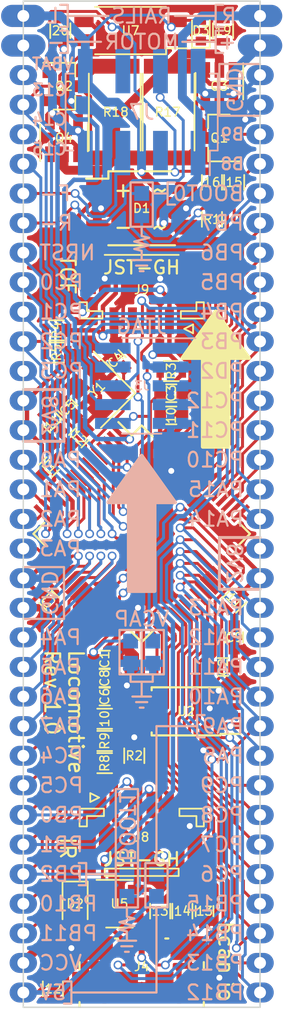
<source format=kicad_pcb>
(kicad_pcb (version 4) (host pcbnew 4.0.6)

  (general
    (links 211)
    (no_connects 0)
    (area 138.006667 62.065 162.469524 135.085)
    (thickness 1.6)
    (drawings 156)
    (tracks 1464)
    (zones 0)
    (modules 58)
    (nets 80)
  )

  (page A4)
  (layers
    (0 F.Cu signal)
    (31 B.Cu signal)
    (32 B.Adhes user)
    (33 F.Adhes user)
    (34 B.Paste user)
    (35 F.Paste user)
    (36 B.SilkS user)
    (37 F.SilkS user)
    (38 B.Mask user)
    (39 F.Mask user)
    (40 Dwgs.User user)
    (41 Cmts.User user)
    (42 Eco1.User user)
    (43 Eco2.User user)
    (44 Edge.Cuts user)
    (45 Margin user)
    (46 B.CrtYd user)
    (47 F.CrtYd user)
    (48 B.Fab user hide)
    (49 F.Fab user hide)
  )

  (setup
    (last_trace_width 0.2)
    (trace_clearance 0.16)
    (zone_clearance 0.2)
    (zone_45_only no)
    (trace_min 0.16)
    (segment_width 0.15)
    (edge_width 0.1)
    (via_size 0.6)
    (via_drill 0.4)
    (via_min_size 0.4)
    (via_min_drill 0.3)
    (uvia_size 0.3)
    (uvia_drill 0.1)
    (uvias_allowed no)
    (uvia_min_size 0.2)
    (uvia_min_drill 0.1)
    (pcb_text_width 0.15)
    (pcb_text_size 1 1)
    (mod_edge_width 0.15)
    (mod_text_size 1 1)
    (mod_text_width 0.15)
    (pad_size 1.5 1.5)
    (pad_drill 0.6)
    (pad_to_mask_clearance 0)
    (aux_axis_origin 0 0)
    (visible_elements FFFFFE7F)
    (pcbplotparams
      (layerselection 0x010f0_80000001)
      (usegerberextensions true)
      (excludeedgelayer true)
      (linewidth 0.100000)
      (plotframeref false)
      (viasonmask false)
      (mode 1)
      (useauxorigin false)
      (hpglpennumber 1)
      (hpglpenspeed 20)
      (hpglpendiameter 15)
      (hpglpenoverlay 2)
      (psnegative false)
      (psa4output false)
      (plotreference true)
      (plotvalue true)
      (plotinvisibletext false)
      (padsonsilk false)
      (subtractmaskfromsilk true)
      (outputformat 1)
      (mirror false)
      (drillshape 0)
      (scaleselection 1)
      (outputdirectory gerbers))
  )

  (net 0 "")
  (net 1 /Controller/VCAP1)
  (net 2 GND)
  (net 3 /Controller/VCAP2)
  (net 4 /Controller/PH0)
  (net 5 /Controller/PH1)
  (net 6 2V8)
  (net 7 VCC)
  (net 8 "Net-(Q1-Pad1)")
  (net 9 "Net-(Q1-Pad3)")
  (net 10 "Net-(Q2-Pad1)")
  (net 11 "Net-(Q2-Pad3)")
  (net 12 "Net-(JP1-Pad2)")
  (net 13 "Net-(JP2-Pad2)")
  (net 14 "Net-(R10-Pad2)")
  (net 15 "Net-(R11-Pad2)")
  (net 16 "Net-(D3-Pad1)")
  (net 17 /Controller/VDDA)
  (net 18 VBAT)
  (net 19 NRST)
  (net 20 PA13)
  (net 21 PA14)
  (net 22 PB3)
  (net 23 PA15)
  (net 24 PA10)
  (net 25 PA11)
  (net 26 PA12)
  (net 27 PC13)
  (net 28 PC14)
  (net 29 PC15)
  (net 30 PC0)
  (net 31 PC1)
  (net 32 PC2)
  (net 33 PC3)
  (net 34 PA0)
  (net 35 PA1)
  (net 36 PA2)
  (net 37 PA3)
  (net 38 PA4)
  (net 39 PA5)
  (net 40 PA6)
  (net 41 PA7)
  (net 42 PC4)
  (net 43 PC5)
  (net 44 PB0)
  (net 45 PB1)
  (net 46 PB2)
  (net 47 PB10)
  (net 48 PB11)
  (net 49 PB12)
  (net 50 PB13)
  (net 51 PB14)
  (net 52 PB15)
  (net 53 PC6)
  (net 54 PC7)
  (net 55 PC8)
  (net 56 PC9)
  (net 57 PA8)
  (net 58 PC10)
  (net 59 PC11)
  (net 60 PC12)
  (net 61 PD2)
  (net 62 PB4)
  (net 63 PB5)
  (net 64 PB6)
  (net 65 PB7)
  (net 66 BOOT0)
  (net 67 PB8)
  (net 68 PB9)
  (net 69 RAIL_R)
  (net 70 RAIL_L)
  (net 71 +5V)
  (net 72 PA9)
  (net 73 MOT+)
  (net 74 TRAIN_I)
  (net 75 MOT-)
  (net 76 "Net-(J7-Pad6)")
  (net 77 REAR-)
  (net 78 FRONT-)
  (net 79 "Net-(R13-Pad2)")

  (net_class Default "This is the default net class."
    (clearance 0.16)
    (trace_width 0.2)
    (via_dia 0.6)
    (via_drill 0.4)
    (uvia_dia 0.3)
    (uvia_drill 0.1)
    (add_net /Controller/PH0)
    (add_net /Controller/PH1)
    (add_net /Controller/VCAP1)
    (add_net /Controller/VCAP2)
    (add_net BOOT0)
    (add_net FRONT-)
    (add_net NRST)
    (add_net "Net-(D3-Pad1)")
    (add_net "Net-(J7-Pad6)")
    (add_net "Net-(JP1-Pad2)")
    (add_net "Net-(JP2-Pad2)")
    (add_net "Net-(Q1-Pad1)")
    (add_net "Net-(Q2-Pad1)")
    (add_net "Net-(R10-Pad2)")
    (add_net "Net-(R11-Pad2)")
    (add_net "Net-(R13-Pad2)")
    (add_net PA0)
    (add_net PA1)
    (add_net PA10)
    (add_net PA11)
    (add_net PA12)
    (add_net PA13)
    (add_net PA14)
    (add_net PA15)
    (add_net PA2)
    (add_net PA3)
    (add_net PA4)
    (add_net PA5)
    (add_net PA6)
    (add_net PA7)
    (add_net PA8)
    (add_net PA9)
    (add_net PB0)
    (add_net PB1)
    (add_net PB10)
    (add_net PB11)
    (add_net PB12)
    (add_net PB13)
    (add_net PB14)
    (add_net PB15)
    (add_net PB2)
    (add_net PB3)
    (add_net PB4)
    (add_net PB5)
    (add_net PB6)
    (add_net PB7)
    (add_net PB8)
    (add_net PB9)
    (add_net PC0)
    (add_net PC1)
    (add_net PC10)
    (add_net PC11)
    (add_net PC12)
    (add_net PC13)
    (add_net PC14)
    (add_net PC15)
    (add_net PC2)
    (add_net PC3)
    (add_net PC4)
    (add_net PC5)
    (add_net PC6)
    (add_net PC7)
    (add_net PC8)
    (add_net PC9)
    (add_net PD2)
    (add_net REAR-)
    (add_net TRAIN_I)
  )

  (net_class Motor ""
    (clearance 0.16)
    (trace_width 0.6)
    (via_dia 0.6)
    (via_drill 0.4)
    (uvia_dia 0.3)
    (uvia_drill 0.1)
    (add_net MOT+)
    (add_net MOT-)
    (add_net RAIL_L)
    (add_net RAIL_R)
  )

  (net_class Power ""
    (clearance 0.16)
    (trace_width 0.3)
    (via_dia 0.6)
    (via_drill 0.4)
    (uvia_dia 0.3)
    (uvia_drill 0.1)
    (add_net +5V)
    (add_net /Controller/VDDA)
    (add_net 2V8)
    (add_net GND)
    (add_net "Net-(Q1-Pad3)")
    (add_net "Net-(Q2-Pad3)")
    (add_net VBAT)
    (add_net VCC)
  )

  (module Resistors_SMD:R_0603 (layer F.Cu) (tedit 58DDB7DC) (tstamp 58D819CB)
    (at 144.5 66 90)
    (descr "Resistor SMD 0603, reflow soldering, Vishay (see dcrcw.pdf)")
    (tags "resistor 0603")
    (path /58DD7107)
    (attr smd)
    (fp_text reference 20 (at 0 0 180) (layer F.SilkS)
      (effects (font (size 0.6 0.6) (thickness 0.1)))
    )
    (fp_text value 10k (at 0 1.5 90) (layer F.Fab)
      (effects (font (size 1 1) (thickness 0.15)))
    )
    (fp_text user %R (at 0 -1.45 90) (layer F.Fab)
      (effects (font (size 1 1) (thickness 0.15)))
    )
    (fp_line (start -0.8 0.4) (end -0.8 -0.4) (layer F.Fab) (width 0.1))
    (fp_line (start 0.8 0.4) (end -0.8 0.4) (layer F.Fab) (width 0.1))
    (fp_line (start 0.8 -0.4) (end 0.8 0.4) (layer F.Fab) (width 0.1))
    (fp_line (start -0.8 -0.4) (end 0.8 -0.4) (layer F.Fab) (width 0.1))
    (fp_line (start 0.5 0.68) (end -0.5 0.68) (layer F.SilkS) (width 0.12))
    (fp_line (start -0.5 -0.68) (end 0.5 -0.68) (layer F.SilkS) (width 0.12))
    (fp_line (start -1.25 -0.7) (end 1.25 -0.7) (layer F.CrtYd) (width 0.05))
    (fp_line (start -1.25 -0.7) (end -1.25 0.7) (layer F.CrtYd) (width 0.05))
    (fp_line (start 1.25 0.7) (end 1.25 -0.7) (layer F.CrtYd) (width 0.05))
    (fp_line (start 1.25 0.7) (end -1.25 0.7) (layer F.CrtYd) (width 0.05))
    (pad 1 smd rect (at -0.75 0 90) (size 0.5 0.9) (layers F.Cu F.Paste F.Mask)
      (net 6 2V8))
    (pad 2 smd rect (at 0.75 0 90) (size 0.5 0.9) (layers F.Cu F.Paste F.Mask)
      (net 27 PC13))
    (model Resistors_SMD.3dshapes/R_0603.wrl
      (at (xyz 0 0 0))
      (scale (xyz 1 1 1))
      (rotate (xyz 0 0 0))
    )
  )

  (module Resistors_SMD:R_0603 (layer F.Cu) (tedit 58DDB7CA) (tstamp 58D819BB)
    (at 154.75 76.25 270)
    (descr "Resistor SMD 0603, reflow soldering, Vishay (see dcrcw.pdf)")
    (tags "resistor 0603")
    (path /58DB8F64)
    (attr smd)
    (fp_text reference 16 (at 0 0 360) (layer F.SilkS)
      (effects (font (size 0.6 0.6) (thickness 0.1)))
    )
    (fp_text value 1k (at 0 1.5 270) (layer F.Fab)
      (effects (font (size 1 1) (thickness 0.15)))
    )
    (fp_text user %R (at 0 -1.45 270) (layer F.Fab)
      (effects (font (size 1 1) (thickness 0.15)))
    )
    (fp_line (start -0.8 0.4) (end -0.8 -0.4) (layer F.Fab) (width 0.1))
    (fp_line (start 0.8 0.4) (end -0.8 0.4) (layer F.Fab) (width 0.1))
    (fp_line (start 0.8 -0.4) (end 0.8 0.4) (layer F.Fab) (width 0.1))
    (fp_line (start -0.8 -0.4) (end 0.8 -0.4) (layer F.Fab) (width 0.1))
    (fp_line (start 0.5 0.68) (end -0.5 0.68) (layer F.SilkS) (width 0.12))
    (fp_line (start -0.5 -0.68) (end 0.5 -0.68) (layer F.SilkS) (width 0.12))
    (fp_line (start -1.25 -0.7) (end 1.25 -0.7) (layer F.CrtYd) (width 0.05))
    (fp_line (start -1.25 -0.7) (end -1.25 0.7) (layer F.CrtYd) (width 0.05))
    (fp_line (start 1.25 0.7) (end 1.25 -0.7) (layer F.CrtYd) (width 0.05))
    (fp_line (start 1.25 0.7) (end -1.25 0.7) (layer F.CrtYd) (width 0.05))
    (pad 1 smd rect (at -0.75 0 270) (size 0.5 0.9) (layers F.Cu F.Paste F.Mask)
      (net 10 "Net-(Q2-Pad1)"))
    (pad 2 smd rect (at 0.75 0 270) (size 0.5 0.9) (layers F.Cu F.Paste F.Mask)
      (net 68 PB9))
    (model Resistors_SMD.3dshapes/R_0603.wrl
      (at (xyz 0 0 0))
      (scale (xyz 1 1 1))
      (rotate (xyz 0 0 0))
    )
  )

  (module Connectors_JST:JST_GH_BM04B-GHS-TBT_04x1.25mm_Straight (layer F.Cu) (tedit 58DDB8BC) (tstamp 58DBD0B0)
    (at 150 120)
    (descr "JST GH series connector, BM04B-GHS-TBT, top entry type")
    (tags "connector jst GH SMT top vertical entry 1.25mm pitch")
    (path /58DBEE3F)
    (attr smd)
    (fp_text reference J8 (at 0 0.5) (layer F.SilkS)
      (effects (font (size 0.6 0.6) (thickness 0.1)))
    )
    (fp_text value IR (at 0 4.575) (layer F.Fab)
      (effects (font (size 1 1) (thickness 0.15)))
    )
    (fp_text user %R (at 0 1.825) (layer F.Fab)
      (effects (font (size 1 1) (thickness 0.15)))
    )
    (fp_line (start -4.1 -1.3) (end -4.1 2.95) (layer F.Fab) (width 0.1))
    (fp_line (start -4.1 2.95) (end 4.1 2.95) (layer F.Fab) (width 0.1))
    (fp_line (start 4.1 2.95) (end 4.1 -1.3) (layer F.Fab) (width 0.1))
    (fp_line (start 4.1 -1.3) (end -4.1 -1.3) (layer F.Fab) (width 0.1))
    (fp_line (start -2.5 3.125) (end 2.5 3.125) (layer F.SilkS) (width 0.12))
    (fp_line (start 2.5 3.125) (end 2.5 2.625) (layer F.SilkS) (width 0.12))
    (fp_line (start 2.5 2.625) (end -2.5 2.625) (layer F.SilkS) (width 0.12))
    (fp_line (start -2.5 2.625) (end -2.5 3.125) (layer F.SilkS) (width 0.12))
    (fp_line (start -4.2 -0.225) (end -4.2 -1.425) (layer F.SilkS) (width 0.12))
    (fp_line (start -4.2 -1.425) (end -2.55 -1.425) (layer F.SilkS) (width 0.12))
    (fp_line (start -2.55 -1.425) (end -2.55 -0.925) (layer F.SilkS) (width 0.12))
    (fp_line (start -2.55 -0.925) (end -3.7 -0.925) (layer F.SilkS) (width 0.12))
    (fp_line (start -3.7 -0.925) (end -3.7 -0.225) (layer F.SilkS) (width 0.12))
    (fp_line (start -3.7 -0.225) (end -4.2 -0.225) (layer F.SilkS) (width 0.12))
    (fp_line (start 4.2 -0.225) (end 4.2 -1.425) (layer F.SilkS) (width 0.12))
    (fp_line (start 4.2 -1.425) (end 2.55 -1.425) (layer F.SilkS) (width 0.12))
    (fp_line (start 2.55 -1.425) (end 2.55 -0.925) (layer F.SilkS) (width 0.12))
    (fp_line (start 2.55 -0.925) (end 3.7 -0.925) (layer F.SilkS) (width 0.12))
    (fp_line (start 3.7 -0.925) (end 3.7 -0.225) (layer F.SilkS) (width 0.12))
    (fp_line (start 3.7 -0.225) (end 4.2 -0.225) (layer F.SilkS) (width 0.12))
    (fp_line (start -2.875 -2.175) (end -3.475 -2.475) (layer F.SilkS) (width 0.12))
    (fp_line (start -3.475 -2.475) (end -3.475 -1.875) (layer F.SilkS) (width 0.12))
    (fp_line (start -3.475 -1.875) (end -2.875 -2.175) (layer F.SilkS) (width 0.12))
    (fp_line (start -2.875 -2.175) (end -3.475 -2.475) (layer F.Fab) (width 0.1))
    (fp_line (start -3.475 -2.475) (end -3.475 -1.875) (layer F.Fab) (width 0.1))
    (fp_line (start -3.475 -1.875) (end -2.875 -2.175) (layer F.Fab) (width 0.1))
    (fp_line (start -2.125 0.325) (end -2.125 0.825) (layer F.Fab) (width 0.1))
    (fp_line (start -2.125 0.825) (end -1.625 0.825) (layer F.Fab) (width 0.1))
    (fp_line (start -1.625 0.825) (end -1.625 0.325) (layer F.Fab) (width 0.1))
    (fp_line (start -1.625 0.325) (end -2.125 0.325) (layer F.Fab) (width 0.1))
    (fp_line (start -0.875 0.325) (end -0.875 0.825) (layer F.Fab) (width 0.1))
    (fp_line (start -0.875 0.825) (end -0.375 0.825) (layer F.Fab) (width 0.1))
    (fp_line (start -0.375 0.825) (end -0.375 0.325) (layer F.Fab) (width 0.1))
    (fp_line (start -0.375 0.325) (end -0.875 0.325) (layer F.Fab) (width 0.1))
    (fp_line (start 0.375 0.325) (end 0.375 0.825) (layer F.Fab) (width 0.1))
    (fp_line (start 0.375 0.825) (end 0.875 0.825) (layer F.Fab) (width 0.1))
    (fp_line (start 0.875 0.825) (end 0.875 0.325) (layer F.Fab) (width 0.1))
    (fp_line (start 0.875 0.325) (end 0.375 0.325) (layer F.Fab) (width 0.1))
    (fp_line (start 1.625 0.325) (end 1.625 0.825) (layer F.Fab) (width 0.1))
    (fp_line (start 1.625 0.825) (end 2.125 0.825) (layer F.Fab) (width 0.1))
    (fp_line (start 2.125 0.825) (end 2.125 0.325) (layer F.Fab) (width 0.1))
    (fp_line (start 2.125 0.325) (end 1.625 0.325) (layer F.Fab) (width 0.1))
    (fp_line (start -4.6 -3.05) (end -4.6 3.6) (layer F.CrtYd) (width 0.05))
    (fp_line (start -4.6 3.6) (end 4.6 3.6) (layer F.CrtYd) (width 0.05))
    (fp_line (start 4.6 3.6) (end 4.6 -3.05) (layer F.CrtYd) (width 0.05))
    (fp_line (start 4.6 -3.05) (end -4.6 -3.05) (layer F.CrtYd) (width 0.05))
    (pad 1 smd rect (at -1.875 -1.675) (size 0.6 1.8) (layers F.Cu F.Paste F.Mask)
      (net 6 2V8))
    (pad 2 smd rect (at -0.625 -1.675) (size 0.6 1.8) (layers F.Cu F.Paste F.Mask)
      (net 44 PB0))
    (pad 3 smd rect (at 0.625 -1.675) (size 0.6 1.8) (layers F.Cu F.Paste F.Mask)
      (net 45 PB1))
    (pad 4 smd rect (at 1.875 -1.675) (size 0.6 1.8) (layers F.Cu F.Paste F.Mask)
      (net 2 GND))
    (pad "" smd rect (at 3.6 1.675) (size 1 2.8) (layers F.Cu F.Paste F.Mask))
    (pad "" smd rect (at -3.6 1.675) (size 1 2.8) (layers F.Cu F.Paste F.Mask))
  )

  (module bcan:USB_Micro-B_Amphenol_10118192 (layer F.Cu) (tedit 58DC8B98) (tstamp 58DBEC57)
    (at 150 130.55)
    (path /58DBEE72)
    (fp_text reference J4 (at 0 -1.3) (layer F.SilkS)
      (effects (font (size 0.6 0.6) (thickness 0.1)))
    )
    (fp_text value USB_OTG (at 0 3.5) (layer F.Fab)
      (effects (font (size 1 1) (thickness 0.15)))
    )
    (fp_line (start -1.6 -3.2) (end -1.8 -3.2) (layer F.SilkS) (width 0.15))
    (fp_line (start 1.6 -3.2) (end 1.8 -3.2) (layer F.SilkS) (width 0.15))
    (fp_line (start 4.2 1.1) (end 4.2 1.4) (layer F.SilkS) (width 0.15))
    (fp_line (start 4.2 -1.6) (end 4.2 -1.1) (layer F.SilkS) (width 0.15))
    (fp_line (start -4.2 1.1) (end -4.2 1.4) (layer F.SilkS) (width 0.15))
    (fp_line (start -4.2 -1.6) (end -4.2 -1.1) (layer F.SilkS) (width 0.15))
    (fp_line (start -5 2.5) (end -5 -4) (layer F.CrtYd) (width 0.05))
    (fp_line (start 5 2.5) (end -5 2.5) (layer F.CrtYd) (width 0.05))
    (fp_line (start 5 -4) (end 5 2.5) (layer F.CrtYd) (width 0.05))
    (fp_line (start -5 -4) (end 5 -4) (layer F.CrtYd) (width 0.05))
    (fp_line (start -3.95 2.15) (end -3.95 -2.95) (layer F.Fab) (width 0.15))
    (fp_line (start 3.95 2.15) (end -3.95 2.15) (layer F.Fab) (width 0.15))
    (fp_line (start 3.95 -2.95) (end 3.95 2.15) (layer F.Fab) (width 0.15))
    (fp_line (start -3.95 -2.95) (end 3.95 -2.95) (layer F.Fab) (width 0.15))
    (fp_text user "PCB END" (at 0 1.8) (layer Dwgs.User)
      (effects (font (size 0.4 0.4) (thickness 0.04)))
    )
    (fp_line (start -5 1.45) (end 5 1.45) (layer Dwgs.User) (width 0.15))
    (pad 3 smd rect (at 0 -2.675) (size 0.4 1.35) (layers F.Cu F.Paste F.Mask)
      (net 25 PA11))
    (pad 4 smd rect (at 0.65 -2.675) (size 0.4 1.35) (layers F.Cu F.Paste F.Mask)
      (net 26 PA12))
    (pad 2 smd rect (at -0.65 -2.675) (size 0.4 1.35) (layers F.Cu F.Paste F.Mask)
      (net 24 PA10))
    (pad 1 smd rect (at -1.3 -2.675) (size 0.4 1.35) (layers F.Cu F.Paste F.Mask)
      (net 71 +5V))
    (pad 5 smd rect (at 1.3 -2.675) (size 0.4 1.35) (layers F.Cu F.Paste F.Mask)
      (net 2 GND))
    (pad 6 smd rect (at -3.15 -2.55) (size 2.4 1.6) (layers F.Cu F.Paste F.Mask)
      (net 2 GND))
    (pad 6 smd rect (at 3.15 -2.55) (size 2.4 1.6) (layers F.Cu F.Paste F.Mask)
      (net 2 GND))
    (pad 6 smd rect (at 1.2 0) (size 1.9 1.9) (layers F.Cu F.Paste F.Mask)
      (net 2 GND))
    (pad 6 smd rect (at -1.2 0) (size 1.9 1.9) (layers F.Cu F.Paste F.Mask)
      (net 2 GND))
    (pad 6 smd rect (at 3.8 0) (size 1.8 1.9) (layers F.Cu F.Paste F.Mask)
      (net 2 GND))
    (pad 6 smd rect (at -3.8 0) (size 1.8 1.9) (layers F.Cu F.Paste F.Mask)
      (net 2 GND))
  )

  (module Housings_QFP:TQFP-64_10x10mm_Pitch0.5mm (layer F.Cu) (tedit 58DDB90B) (tstamp 58D5EB82)
    (at 150 100 315)
    (descr "64-Lead Plastic Thin Quad Flatpack (PT) - 10x10x1 mm Body, 2.00 mm Footprint [TQFP] (see Microchip Packaging Specification 00000049BS.pdf)")
    (tags "QFP 0.5")
    (path /58AFF684/58AFF6D3)
    (attr smd)
    (fp_text reference U1 (at 0 0 315) (layer F.SilkS)
      (effects (font (size 0.6 0.6) (thickness 0.1)))
    )
    (fp_text value STM32F405RGTx (at 0 7.45 315) (layer F.Fab)
      (effects (font (size 1 1) (thickness 0.15)))
    )
    (fp_text user %R (at 0 0 315) (layer F.Fab)
      (effects (font (size 1 1) (thickness 0.15)))
    )
    (fp_line (start -4 -5) (end 5 -5) (layer F.Fab) (width 0.15))
    (fp_line (start 5 -5) (end 5 5) (layer F.Fab) (width 0.15))
    (fp_line (start 5 5) (end -5 5) (layer F.Fab) (width 0.15))
    (fp_line (start -5 5) (end -5 -4) (layer F.Fab) (width 0.15))
    (fp_line (start -5 -4) (end -4 -5) (layer F.Fab) (width 0.15))
    (fp_line (start -6.7 -6.7) (end -6.7 6.7) (layer F.CrtYd) (width 0.05))
    (fp_line (start 6.7 -6.7) (end 6.7 6.7) (layer F.CrtYd) (width 0.05))
    (fp_line (start -6.7 -6.7) (end 6.7 -6.7) (layer F.CrtYd) (width 0.05))
    (fp_line (start -6.7 6.7) (end 6.7 6.7) (layer F.CrtYd) (width 0.05))
    (fp_line (start -5.175 -5.175) (end -5.175 -4.225) (layer F.SilkS) (width 0.15))
    (fp_line (start 5.175 -5.175) (end 5.175 -4.125) (layer F.SilkS) (width 0.15))
    (fp_line (start 5.175 5.175) (end 5.175 4.125) (layer F.SilkS) (width 0.15))
    (fp_line (start -5.175 5.175) (end -5.175 4.125) (layer F.SilkS) (width 0.15))
    (fp_line (start -5.175 -5.175) (end -4.125 -5.175) (layer F.SilkS) (width 0.15))
    (fp_line (start -5.175 5.175) (end -4.125 5.175) (layer F.SilkS) (width 0.15))
    (fp_line (start 5.175 5.175) (end 4.125 5.175) (layer F.SilkS) (width 0.15))
    (fp_line (start 5.175 -5.175) (end 4.125 -5.175) (layer F.SilkS) (width 0.15))
    (fp_line (start -5.175 -4.225) (end -6.45 -4.225) (layer F.SilkS) (width 0.15))
    (pad 1 smd rect (at -5.7 -3.75 315) (size 1.5 0.3) (layers F.Cu F.Paste F.Mask)
      (net 18 VBAT))
    (pad 2 smd rect (at -5.7 -3.25 315) (size 1.5 0.3) (layers F.Cu F.Paste F.Mask)
      (net 27 PC13))
    (pad 3 smd rect (at -5.7 -2.75 315) (size 1.5 0.3) (layers F.Cu F.Paste F.Mask)
      (net 28 PC14))
    (pad 4 smd rect (at -5.7 -2.25 315) (size 1.5 0.3) (layers F.Cu F.Paste F.Mask)
      (net 29 PC15))
    (pad 5 smd rect (at -5.7 -1.75 315) (size 1.5 0.3) (layers F.Cu F.Paste F.Mask)
      (net 4 /Controller/PH0))
    (pad 6 smd rect (at -5.7 -1.25 315) (size 1.5 0.3) (layers F.Cu F.Paste F.Mask)
      (net 5 /Controller/PH1))
    (pad 7 smd rect (at -5.7 -0.75 315) (size 1.5 0.3) (layers F.Cu F.Paste F.Mask)
      (net 19 NRST))
    (pad 8 smd rect (at -5.7 -0.25 315) (size 1.5 0.3) (layers F.Cu F.Paste F.Mask)
      (net 30 PC0))
    (pad 9 smd rect (at -5.7 0.25 315) (size 1.5 0.3) (layers F.Cu F.Paste F.Mask)
      (net 31 PC1))
    (pad 10 smd rect (at -5.7 0.75 315) (size 1.5 0.3) (layers F.Cu F.Paste F.Mask)
      (net 32 PC2))
    (pad 11 smd rect (at -5.7 1.25 315) (size 1.5 0.3) (layers F.Cu F.Paste F.Mask)
      (net 33 PC3))
    (pad 12 smd rect (at -5.7 1.75 315) (size 1.5 0.3) (layers F.Cu F.Paste F.Mask)
      (net 2 GND))
    (pad 13 smd rect (at -5.7 2.25 315) (size 1.5 0.3) (layers F.Cu F.Paste F.Mask)
      (net 17 /Controller/VDDA))
    (pad 14 smd rect (at -5.7 2.75 315) (size 1.5 0.3) (layers F.Cu F.Paste F.Mask)
      (net 34 PA0))
    (pad 15 smd rect (at -5.7 3.25 315) (size 1.5 0.3) (layers F.Cu F.Paste F.Mask)
      (net 35 PA1))
    (pad 16 smd rect (at -5.7 3.75 315) (size 1.5 0.3) (layers F.Cu F.Paste F.Mask)
      (net 36 PA2))
    (pad 17 smd rect (at -3.75 5.7 45) (size 1.5 0.3) (layers F.Cu F.Paste F.Mask)
      (net 37 PA3))
    (pad 18 smd rect (at -3.25 5.7 45) (size 1.5 0.3) (layers F.Cu F.Paste F.Mask)
      (net 2 GND))
    (pad 19 smd rect (at -2.75 5.7 45) (size 1.5 0.3) (layers F.Cu F.Paste F.Mask)
      (net 6 2V8))
    (pad 20 smd rect (at -2.25 5.7 45) (size 1.5 0.3) (layers F.Cu F.Paste F.Mask)
      (net 38 PA4))
    (pad 21 smd rect (at -1.75 5.7 45) (size 1.5 0.3) (layers F.Cu F.Paste F.Mask)
      (net 39 PA5))
    (pad 22 smd rect (at -1.25 5.7 45) (size 1.5 0.3) (layers F.Cu F.Paste F.Mask)
      (net 40 PA6))
    (pad 23 smd rect (at -0.75 5.7 45) (size 1.5 0.3) (layers F.Cu F.Paste F.Mask)
      (net 41 PA7))
    (pad 24 smd rect (at -0.25 5.7 45) (size 1.5 0.3) (layers F.Cu F.Paste F.Mask)
      (net 42 PC4))
    (pad 25 smd rect (at 0.25 5.7 45) (size 1.5 0.3) (layers F.Cu F.Paste F.Mask)
      (net 43 PC5))
    (pad 26 smd rect (at 0.75 5.7 45) (size 1.5 0.3) (layers F.Cu F.Paste F.Mask)
      (net 44 PB0))
    (pad 27 smd rect (at 1.25 5.7 45) (size 1.5 0.3) (layers F.Cu F.Paste F.Mask)
      (net 45 PB1))
    (pad 28 smd rect (at 1.75 5.7 45) (size 1.5 0.3) (layers F.Cu F.Paste F.Mask)
      (net 46 PB2))
    (pad 29 smd rect (at 2.25 5.7 45) (size 1.5 0.3) (layers F.Cu F.Paste F.Mask)
      (net 47 PB10))
    (pad 30 smd rect (at 2.75 5.7 45) (size 1.5 0.3) (layers F.Cu F.Paste F.Mask)
      (net 48 PB11))
    (pad 31 smd rect (at 3.25 5.7 45) (size 1.5 0.3) (layers F.Cu F.Paste F.Mask)
      (net 1 /Controller/VCAP1))
    (pad 32 smd rect (at 3.75 5.7 45) (size 1.5 0.3) (layers F.Cu F.Paste F.Mask)
      (net 6 2V8))
    (pad 33 smd rect (at 5.7 3.75 315) (size 1.5 0.3) (layers F.Cu F.Paste F.Mask)
      (net 49 PB12))
    (pad 34 smd rect (at 5.7 3.25 315) (size 1.5 0.3) (layers F.Cu F.Paste F.Mask)
      (net 50 PB13))
    (pad 35 smd rect (at 5.7 2.75 315) (size 1.5 0.3) (layers F.Cu F.Paste F.Mask)
      (net 51 PB14))
    (pad 36 smd rect (at 5.7 2.25 315) (size 1.5 0.3) (layers F.Cu F.Paste F.Mask)
      (net 52 PB15))
    (pad 37 smd rect (at 5.7 1.75 315) (size 1.5 0.3) (layers F.Cu F.Paste F.Mask)
      (net 53 PC6))
    (pad 38 smd rect (at 5.7 1.25 315) (size 1.5 0.3) (layers F.Cu F.Paste F.Mask)
      (net 54 PC7))
    (pad 39 smd rect (at 5.7 0.75 315) (size 1.5 0.3) (layers F.Cu F.Paste F.Mask)
      (net 55 PC8))
    (pad 40 smd rect (at 5.7 0.25 315) (size 1.5 0.3) (layers F.Cu F.Paste F.Mask)
      (net 56 PC9))
    (pad 41 smd rect (at 5.7 -0.25 315) (size 1.5 0.3) (layers F.Cu F.Paste F.Mask)
      (net 57 PA8))
    (pad 42 smd rect (at 5.7 -0.75 315) (size 1.5 0.3) (layers F.Cu F.Paste F.Mask)
      (net 72 PA9))
    (pad 43 smd rect (at 5.7 -1.25 315) (size 1.5 0.3) (layers F.Cu F.Paste F.Mask)
      (net 24 PA10))
    (pad 44 smd rect (at 5.7 -1.75 315) (size 1.5 0.3) (layers F.Cu F.Paste F.Mask)
      (net 25 PA11))
    (pad 45 smd rect (at 5.7 -2.25 315) (size 1.5 0.3) (layers F.Cu F.Paste F.Mask)
      (net 26 PA12))
    (pad 46 smd rect (at 5.7 -2.75 315) (size 1.5 0.3) (layers F.Cu F.Paste F.Mask)
      (net 20 PA13))
    (pad 47 smd rect (at 5.7 -3.25 315) (size 1.5 0.3) (layers F.Cu F.Paste F.Mask)
      (net 3 /Controller/VCAP2))
    (pad 48 smd rect (at 5.7 -3.75 315) (size 1.5 0.3) (layers F.Cu F.Paste F.Mask)
      (net 6 2V8))
    (pad 49 smd rect (at 3.75 -5.7 45) (size 1.5 0.3) (layers F.Cu F.Paste F.Mask)
      (net 21 PA14))
    (pad 50 smd rect (at 3.25 -5.7 45) (size 1.5 0.3) (layers F.Cu F.Paste F.Mask)
      (net 23 PA15))
    (pad 51 smd rect (at 2.75 -5.7 45) (size 1.5 0.3) (layers F.Cu F.Paste F.Mask)
      (net 58 PC10))
    (pad 52 smd rect (at 2.25 -5.7 45) (size 1.5 0.3) (layers F.Cu F.Paste F.Mask)
      (net 59 PC11))
    (pad 53 smd rect (at 1.75 -5.7 45) (size 1.5 0.3) (layers F.Cu F.Paste F.Mask)
      (net 60 PC12))
    (pad 54 smd rect (at 1.25 -5.7 45) (size 1.5 0.3) (layers F.Cu F.Paste F.Mask)
      (net 61 PD2))
    (pad 55 smd rect (at 0.75 -5.7 45) (size 1.5 0.3) (layers F.Cu F.Paste F.Mask)
      (net 22 PB3))
    (pad 56 smd rect (at 0.25 -5.7 45) (size 1.5 0.3) (layers F.Cu F.Paste F.Mask)
      (net 62 PB4))
    (pad 57 smd rect (at -0.25 -5.7 45) (size 1.5 0.3) (layers F.Cu F.Paste F.Mask)
      (net 63 PB5))
    (pad 58 smd rect (at -0.75 -5.7 45) (size 1.5 0.3) (layers F.Cu F.Paste F.Mask)
      (net 64 PB6))
    (pad 59 smd rect (at -1.25 -5.7 45) (size 1.5 0.3) (layers F.Cu F.Paste F.Mask)
      (net 65 PB7))
    (pad 60 smd rect (at -1.75 -5.7 45) (size 1.5 0.3) (layers F.Cu F.Paste F.Mask)
      (net 66 BOOT0))
    (pad 61 smd rect (at -2.25 -5.7 45) (size 1.5 0.3) (layers F.Cu F.Paste F.Mask)
      (net 67 PB8))
    (pad 62 smd rect (at -2.75 -5.7 45) (size 1.5 0.3) (layers F.Cu F.Paste F.Mask)
      (net 68 PB9))
    (pad 63 smd rect (at -3.25 -5.7 45) (size 1.5 0.3) (layers F.Cu F.Paste F.Mask)
      (net 2 GND))
    (pad 64 smd rect (at -3.75 -5.7 45) (size 1.5 0.3) (layers F.Cu F.Paste F.Mask)
      (net 6 2V8))
    (model Housings_QFP.3dshapes/TQFP-64_10x10mm_Pitch0.5mm.wrl
      (at (xyz 0 0 0))
      (scale (xyz 1 1 1))
      (rotate (xyz 0 0 0))
    )
  )

  (module Resistors_SMD:R_0603 (layer F.Cu) (tedit 58D80199) (tstamp 58D8197F)
    (at 144.25 86.25 180)
    (descr "Resistor SMD 0603, reflow soldering, Vishay (see dcrcw.pdf)")
    (tags "resistor 0603")
    (path /58DD1F77)
    (attr smd)
    (fp_text reference R4 (at 0 0 270) (layer F.SilkS)
      (effects (font (size 0.6 0.6) (thickness 0.1)))
    )
    (fp_text value 13k3 (at 0 1.5 180) (layer F.Fab)
      (effects (font (size 1 1) (thickness 0.15)))
    )
    (fp_text user %R (at 0 -1.45 180) (layer F.Fab)
      (effects (font (size 1 1) (thickness 0.15)))
    )
    (fp_line (start -0.8 0.4) (end -0.8 -0.4) (layer F.Fab) (width 0.1))
    (fp_line (start 0.8 0.4) (end -0.8 0.4) (layer F.Fab) (width 0.1))
    (fp_line (start 0.8 -0.4) (end 0.8 0.4) (layer F.Fab) (width 0.1))
    (fp_line (start -0.8 -0.4) (end 0.8 -0.4) (layer F.Fab) (width 0.1))
    (fp_line (start 0.5 0.68) (end -0.5 0.68) (layer F.SilkS) (width 0.12))
    (fp_line (start -0.5 -0.68) (end 0.5 -0.68) (layer F.SilkS) (width 0.12))
    (fp_line (start -1.25 -0.7) (end 1.25 -0.7) (layer F.CrtYd) (width 0.05))
    (fp_line (start -1.25 -0.7) (end -1.25 0.7) (layer F.CrtYd) (width 0.05))
    (fp_line (start 1.25 0.7) (end 1.25 -0.7) (layer F.CrtYd) (width 0.05))
    (fp_line (start 1.25 0.7) (end -1.25 0.7) (layer F.CrtYd) (width 0.05))
    (pad 1 smd rect (at -0.75 0 180) (size 0.5 0.9) (layers F.Cu F.Paste F.Mask)
      (net 7 VCC))
    (pad 2 smd rect (at 0.75 0 180) (size 0.5 0.9) (layers F.Cu F.Paste F.Mask)
      (net 32 PC2))
    (model Resistors_SMD.3dshapes/R_0603.wrl
      (at (xyz 0 0 0))
      (scale (xyz 1 1 1))
      (rotate (xyz 0 0 0))
    )
  )

  (module Resistors_SMD:R_0603 (layer F.Cu) (tedit 58D8019F) (tstamp 58D81984)
    (at 144.25 87.75)
    (descr "Resistor SMD 0603, reflow soldering, Vishay (see dcrcw.pdf)")
    (tags "resistor 0603")
    (path /58DD1F7E)
    (attr smd)
    (fp_text reference R5 (at 0 0 90) (layer F.SilkS)
      (effects (font (size 0.6 0.6) (thickness 0.1)))
    )
    (fp_text value 2k8 (at 0 1.5) (layer F.Fab)
      (effects (font (size 1 1) (thickness 0.15)))
    )
    (fp_text user %R (at 0 -1.45) (layer F.Fab)
      (effects (font (size 1 1) (thickness 0.15)))
    )
    (fp_line (start -0.8 0.4) (end -0.8 -0.4) (layer F.Fab) (width 0.1))
    (fp_line (start 0.8 0.4) (end -0.8 0.4) (layer F.Fab) (width 0.1))
    (fp_line (start 0.8 -0.4) (end 0.8 0.4) (layer F.Fab) (width 0.1))
    (fp_line (start -0.8 -0.4) (end 0.8 -0.4) (layer F.Fab) (width 0.1))
    (fp_line (start 0.5 0.68) (end -0.5 0.68) (layer F.SilkS) (width 0.12))
    (fp_line (start -0.5 -0.68) (end 0.5 -0.68) (layer F.SilkS) (width 0.12))
    (fp_line (start -1.25 -0.7) (end 1.25 -0.7) (layer F.CrtYd) (width 0.05))
    (fp_line (start -1.25 -0.7) (end -1.25 0.7) (layer F.CrtYd) (width 0.05))
    (fp_line (start 1.25 0.7) (end 1.25 -0.7) (layer F.CrtYd) (width 0.05))
    (fp_line (start 1.25 0.7) (end -1.25 0.7) (layer F.CrtYd) (width 0.05))
    (pad 1 smd rect (at -0.75 0) (size 0.5 0.9) (layers F.Cu F.Paste F.Mask)
      (net 32 PC2))
    (pad 2 smd rect (at 0.75 0) (size 0.5 0.9) (layers F.Cu F.Paste F.Mask)
      (net 2 GND))
    (model Resistors_SMD.3dshapes/R_0603.wrl
      (at (xyz 0 0 0))
      (scale (xyz 1 1 1))
      (rotate (xyz 0 0 0))
    )
  )

  (module TO_SOT_Packages_SMD:SOT-23-5 (layer F.Cu) (tedit 58D803D2) (tstamp 58D5F558)
    (at 148.5 125)
    (descr "5-pin SOT23 package")
    (tags SOT-23-5)
    (path /58DB435A)
    (attr smd)
    (fp_text reference U5 (at 0 0 180) (layer F.SilkS)
      (effects (font (size 0.6 0.6) (thickness 0.1)))
    )
    (fp_text value SPX3819M5 (at 0 2.9) (layer F.Fab)
      (effects (font (size 1 1) (thickness 0.15)))
    )
    (fp_text user %R (at 0 0) (layer F.Fab)
      (effects (font (size 0.5 0.5) (thickness 0.075)))
    )
    (fp_line (start -0.9 1.61) (end 0.9 1.61) (layer F.SilkS) (width 0.12))
    (fp_line (start 0.9 -1.61) (end -1.55 -1.61) (layer F.SilkS) (width 0.12))
    (fp_line (start -1.9 -1.8) (end 1.9 -1.8) (layer F.CrtYd) (width 0.05))
    (fp_line (start 1.9 -1.8) (end 1.9 1.8) (layer F.CrtYd) (width 0.05))
    (fp_line (start 1.9 1.8) (end -1.9 1.8) (layer F.CrtYd) (width 0.05))
    (fp_line (start -1.9 1.8) (end -1.9 -1.8) (layer F.CrtYd) (width 0.05))
    (fp_line (start -0.9 -0.9) (end -0.25 -1.55) (layer F.Fab) (width 0.1))
    (fp_line (start 0.9 -1.55) (end -0.25 -1.55) (layer F.Fab) (width 0.1))
    (fp_line (start -0.9 -0.9) (end -0.9 1.55) (layer F.Fab) (width 0.1))
    (fp_line (start 0.9 1.55) (end -0.9 1.55) (layer F.Fab) (width 0.1))
    (fp_line (start 0.9 -1.55) (end 0.9 1.55) (layer F.Fab) (width 0.1))
    (pad 1 smd rect (at -1.1 -0.95) (size 1.06 0.65) (layers F.Cu F.Paste F.Mask)
      (net 7 VCC))
    (pad 2 smd rect (at -1.1 0) (size 1.06 0.65) (layers F.Cu F.Paste F.Mask)
      (net 2 GND))
    (pad 3 smd rect (at -1.1 0.95) (size 1.06 0.65) (layers F.Cu F.Paste F.Mask)
      (net 7 VCC))
    (pad 4 smd rect (at 1.1 0.95) (size 1.06 0.65) (layers F.Cu F.Paste F.Mask)
      (net 79 "Net-(R13-Pad2)"))
    (pad 5 smd rect (at 1.1 -0.95) (size 1.06 0.65) (layers F.Cu F.Paste F.Mask)
      (net 6 2V8))
    (model ${KISYS3DMOD}/TO_SOT_Packages_SMD.3dshapes/SOT-23-5.wrl
      (at (xyz 0 0 0))
      (scale (xyz 1 1 1))
      (rotate (xyz 0 0 0))
    )
  )

  (module Resistors_SMD:R_0603 (layer F.Cu) (tedit 58DDB80F) (tstamp 58D819A7)
    (at 144 130.75 270)
    (descr "Resistor SMD 0603, reflow soldering, Vishay (see dcrcw.pdf)")
    (tags "resistor 0603")
    (path /58DB433F)
    (attr smd)
    (fp_text reference 12 (at 0 0 360) (layer F.SilkS)
      (effects (font (size 0.6 0.6) (thickness 0.1)))
    )
    (fp_text value 10k (at 0 1.5 270) (layer F.Fab)
      (effects (font (size 1 1) (thickness 0.15)))
    )
    (fp_text user %R (at 0 -1.45 270) (layer F.Fab)
      (effects (font (size 1 1) (thickness 0.15)))
    )
    (fp_line (start -0.8 0.4) (end -0.8 -0.4) (layer F.Fab) (width 0.1))
    (fp_line (start 0.8 0.4) (end -0.8 0.4) (layer F.Fab) (width 0.1))
    (fp_line (start 0.8 -0.4) (end 0.8 0.4) (layer F.Fab) (width 0.1))
    (fp_line (start -0.8 -0.4) (end 0.8 -0.4) (layer F.Fab) (width 0.1))
    (fp_line (start 0.5 0.68) (end -0.5 0.68) (layer F.SilkS) (width 0.12))
    (fp_line (start -0.5 -0.68) (end 0.5 -0.68) (layer F.SilkS) (width 0.12))
    (fp_line (start -1.25 -0.7) (end 1.25 -0.7) (layer F.CrtYd) (width 0.05))
    (fp_line (start -1.25 -0.7) (end -1.25 0.7) (layer F.CrtYd) (width 0.05))
    (fp_line (start 1.25 0.7) (end 1.25 -0.7) (layer F.CrtYd) (width 0.05))
    (fp_line (start 1.25 0.7) (end -1.25 0.7) (layer F.CrtYd) (width 0.05))
    (pad 1 smd rect (at -0.75 0 270) (size 0.5 0.9) (layers F.Cu F.Paste F.Mask)
      (net 71 +5V))
    (pad 2 smd rect (at 0.75 0 270) (size 0.5 0.9) (layers F.Cu F.Paste F.Mask)
      (net 2 GND))
    (model Resistors_SMD.3dshapes/R_0603.wrl
      (at (xyz 0 0 0))
      (scale (xyz 1 1 1))
      (rotate (xyz 0 0 0))
    )
  )

  (module TO_SOT_Packages_SMD:SOT-23 (layer F.Cu) (tedit 58D8065F) (tstamp 58D5F540)
    (at 144.75 69.75)
    (descr "SOT-23, Standard")
    (tags SOT-23)
    (path /58DB8F88)
    (attr smd)
    (fp_text reference Q2 (at 0 0 180) (layer F.SilkS)
      (effects (font (size 0.6 0.6) (thickness 0.1)))
    )
    (fp_text value MMBT2222A (at 0 2.5) (layer F.Fab)
      (effects (font (size 1 1) (thickness 0.15)))
    )
    (fp_text user %R (at 0 0) (layer F.Fab)
      (effects (font (size 0.5 0.5) (thickness 0.075)))
    )
    (fp_line (start -0.7 -0.95) (end -0.7 1.5) (layer F.Fab) (width 0.1))
    (fp_line (start -0.15 -1.52) (end 0.7 -1.52) (layer F.Fab) (width 0.1))
    (fp_line (start -0.7 -0.95) (end -0.15 -1.52) (layer F.Fab) (width 0.1))
    (fp_line (start 0.7 -1.52) (end 0.7 1.52) (layer F.Fab) (width 0.1))
    (fp_line (start -0.7 1.52) (end 0.7 1.52) (layer F.Fab) (width 0.1))
    (fp_line (start 0.76 1.58) (end 0.76 0.65) (layer F.SilkS) (width 0.12))
    (fp_line (start 0.76 -1.58) (end 0.76 -0.65) (layer F.SilkS) (width 0.12))
    (fp_line (start -1.7 -1.75) (end 1.7 -1.75) (layer F.CrtYd) (width 0.05))
    (fp_line (start 1.7 -1.75) (end 1.7 1.75) (layer F.CrtYd) (width 0.05))
    (fp_line (start 1.7 1.75) (end -1.7 1.75) (layer F.CrtYd) (width 0.05))
    (fp_line (start -1.7 1.75) (end -1.7 -1.75) (layer F.CrtYd) (width 0.05))
    (fp_line (start 0.76 -1.58) (end -1.4 -1.58) (layer F.SilkS) (width 0.12))
    (fp_line (start 0.76 1.58) (end -0.7 1.58) (layer F.SilkS) (width 0.12))
    (pad 1 smd rect (at -1 -0.95) (size 0.9 0.8) (layers F.Cu F.Paste F.Mask)
      (net 10 "Net-(Q2-Pad1)"))
    (pad 2 smd rect (at -1 0.95) (size 0.9 0.8) (layers F.Cu F.Paste F.Mask)
      (net 2 GND))
    (pad 3 smd rect (at 1 0) (size 0.9 0.8) (layers F.Cu F.Paste F.Mask)
      (net 11 "Net-(Q2-Pad3)"))
    (model ${KISYS3DMOD}/TO_SOT_Packages_SMD.3dshapes/SOT-23.wrl
      (at (xyz 0 0 0))
      (scale (xyz 1 1 1))
      (rotate (xyz 0 0 90))
    )
  )

  (module TO_SOT_Packages_SMD:SOT-23-6 (layer F.Cu) (tedit 58D80662) (tstamp 58D5F54F)
    (at 144.75 73.25 90)
    (descr "6-pin SOT-23 package")
    (tags SOT-23-6)
    (path /58DB8FD1)
    (attr smd)
    (fp_text reference Q4 (at 0 0 180) (layer F.SilkS)
      (effects (font (size 0.6 0.6) (thickness 0.1)))
    )
    (fp_text value DMG6601LVT (at 0 2.9 90) (layer F.Fab)
      (effects (font (size 1 1) (thickness 0.15)))
    )
    (fp_text user %R (at 0 0 90) (layer F.Fab)
      (effects (font (size 0.5 0.5) (thickness 0.075)))
    )
    (fp_line (start -0.9 1.61) (end 0.9 1.61) (layer F.SilkS) (width 0.12))
    (fp_line (start 0.9 -1.61) (end -1.55 -1.61) (layer F.SilkS) (width 0.12))
    (fp_line (start 1.9 -1.8) (end -1.9 -1.8) (layer F.CrtYd) (width 0.05))
    (fp_line (start 1.9 1.8) (end 1.9 -1.8) (layer F.CrtYd) (width 0.05))
    (fp_line (start -1.9 1.8) (end 1.9 1.8) (layer F.CrtYd) (width 0.05))
    (fp_line (start -1.9 -1.8) (end -1.9 1.8) (layer F.CrtYd) (width 0.05))
    (fp_line (start -0.9 -0.9) (end -0.25 -1.55) (layer F.Fab) (width 0.1))
    (fp_line (start 0.9 -1.55) (end -0.25 -1.55) (layer F.Fab) (width 0.1))
    (fp_line (start -0.9 -0.9) (end -0.9 1.55) (layer F.Fab) (width 0.1))
    (fp_line (start 0.9 1.55) (end -0.9 1.55) (layer F.Fab) (width 0.1))
    (fp_line (start 0.9 -1.55) (end 0.9 1.55) (layer F.Fab) (width 0.1))
    (pad 1 smd rect (at -1.1 -0.95 90) (size 1.06 0.65) (layers F.Cu F.Paste F.Mask)
      (net 11 "Net-(Q2-Pad3)"))
    (pad 2 smd rect (at -1.1 0 90) (size 1.06 0.65) (layers F.Cu F.Paste F.Mask)
      (net 7 VCC))
    (pad 3 smd rect (at -1.1 0.95 90) (size 1.06 0.65) (layers F.Cu F.Paste F.Mask)
      (net 11 "Net-(Q2-Pad3)"))
    (pad 4 smd rect (at 1.1 0.95 90) (size 1.06 0.65) (layers F.Cu F.Paste F.Mask)
      (net 75 MOT-))
    (pad 6 smd rect (at 1.1 -0.95 90) (size 1.06 0.65) (layers F.Cu F.Paste F.Mask)
      (net 75 MOT-))
    (pad 5 smd rect (at 1.1 0 90) (size 1.06 0.65) (layers F.Cu F.Paste F.Mask)
      (net 2 GND))
    (model ${KISYS3DMOD}/TO_SOT_Packages_SMD.3dshapes/SOT-23-6.wrl
      (at (xyz 0 0 0))
      (scale (xyz 1 1 1))
      (rotate (xyz 0 0 0))
    )
  )

  (module Resistors_SMD:R_0603 (layer F.Cu) (tedit 58DDB7CE) (tstamp 58D819B6)
    (at 156.25 76.25 270)
    (descr "Resistor SMD 0603, reflow soldering, Vishay (see dcrcw.pdf)")
    (tags "resistor 0603")
    (path /58DB8F6B)
    (attr smd)
    (fp_text reference 15 (at 0 0 360) (layer F.SilkS)
      (effects (font (size 0.6 0.6) (thickness 0.1)))
    )
    (fp_text value 1k (at 0 1.5 270) (layer F.Fab)
      (effects (font (size 1 1) (thickness 0.15)))
    )
    (fp_text user %R (at 0 -1.45 270) (layer F.Fab)
      (effects (font (size 1 1) (thickness 0.15)))
    )
    (fp_line (start -0.8 0.4) (end -0.8 -0.4) (layer F.Fab) (width 0.1))
    (fp_line (start 0.8 0.4) (end -0.8 0.4) (layer F.Fab) (width 0.1))
    (fp_line (start 0.8 -0.4) (end 0.8 0.4) (layer F.Fab) (width 0.1))
    (fp_line (start -0.8 -0.4) (end 0.8 -0.4) (layer F.Fab) (width 0.1))
    (fp_line (start 0.5 0.68) (end -0.5 0.68) (layer F.SilkS) (width 0.12))
    (fp_line (start -0.5 -0.68) (end 0.5 -0.68) (layer F.SilkS) (width 0.12))
    (fp_line (start -1.25 -0.7) (end 1.25 -0.7) (layer F.CrtYd) (width 0.05))
    (fp_line (start -1.25 -0.7) (end -1.25 0.7) (layer F.CrtYd) (width 0.05))
    (fp_line (start 1.25 0.7) (end 1.25 -0.7) (layer F.CrtYd) (width 0.05))
    (fp_line (start 1.25 0.7) (end -1.25 0.7) (layer F.CrtYd) (width 0.05))
    (pad 1 smd rect (at -0.75 0 270) (size 0.5 0.9) (layers F.Cu F.Paste F.Mask)
      (net 8 "Net-(Q1-Pad1)"))
    (pad 2 smd rect (at 0.75 0 270) (size 0.5 0.9) (layers F.Cu F.Paste F.Mask)
      (net 67 PB8))
    (model Resistors_SMD.3dshapes/R_0603.wrl
      (at (xyz 0 0 0))
      (scale (xyz 1 1 1))
      (rotate (xyz 0 0 0))
    )
  )

  (module Pin_Headers:Pin_Header_Straight_2x05_Pitch1.27mm_SMD (layer B.Cu) (tedit 58DB292C) (tstamp 58D5EAAB)
    (at 150 90 180)
    (descr "surface-mounted straight pin header, 2x05, 1.27mm pitch, double rows")
    (tags "Surface mounted pin header SMD 2x05 1.27mm double row")
    (path /58DBEE2C)
    (attr smd)
    (fp_text reference J3 (at 0 0 180) (layer B.SilkS)
      (effects (font (size 0.6 0.6) (thickness 0.1)) (justify mirror))
    )
    (fp_text value JTAG (at 0 -4.235 180) (layer B.Fab)
      (effects (font (size 1 1) (thickness 0.15)) (justify mirror))
    )
    (fp_line (start -1.27 3.175) (end -1.27 -3.175) (layer B.Fab) (width 0.1))
    (fp_line (start -1.27 -3.175) (end 1.27 -3.175) (layer B.Fab) (width 0.1))
    (fp_line (start 1.27 -3.175) (end 1.27 3.175) (layer B.Fab) (width 0.1))
    (fp_line (start 1.27 3.175) (end -1.27 3.175) (layer B.Fab) (width 0.1))
    (fp_line (start -1.27 2.74) (end -1.27 2.34) (layer B.Fab) (width 0.1))
    (fp_line (start -1.27 2.34) (end -2.555 2.34) (layer B.Fab) (width 0.1))
    (fp_line (start -2.555 2.34) (end -2.555 2.74) (layer B.Fab) (width 0.1))
    (fp_line (start -2.555 2.74) (end -1.27 2.74) (layer B.Fab) (width 0.1))
    (fp_line (start 1.27 2.74) (end 1.27 2.34) (layer B.Fab) (width 0.1))
    (fp_line (start 1.27 2.34) (end 2.555 2.34) (layer B.Fab) (width 0.1))
    (fp_line (start 2.555 2.34) (end 2.555 2.74) (layer B.Fab) (width 0.1))
    (fp_line (start 2.555 2.74) (end 1.27 2.74) (layer B.Fab) (width 0.1))
    (fp_line (start -1.27 1.47) (end -1.27 1.07) (layer B.Fab) (width 0.1))
    (fp_line (start -1.27 1.07) (end -2.555 1.07) (layer B.Fab) (width 0.1))
    (fp_line (start -2.555 1.07) (end -2.555 1.47) (layer B.Fab) (width 0.1))
    (fp_line (start -2.555 1.47) (end -1.27 1.47) (layer B.Fab) (width 0.1))
    (fp_line (start 1.27 1.47) (end 1.27 1.07) (layer B.Fab) (width 0.1))
    (fp_line (start 1.27 1.07) (end 2.555 1.07) (layer B.Fab) (width 0.1))
    (fp_line (start 2.555 1.07) (end 2.555 1.47) (layer B.Fab) (width 0.1))
    (fp_line (start 2.555 1.47) (end 1.27 1.47) (layer B.Fab) (width 0.1))
    (fp_line (start -1.27 0.2) (end -1.27 -0.2) (layer B.Fab) (width 0.1))
    (fp_line (start -1.27 -0.2) (end -2.555 -0.2) (layer B.Fab) (width 0.1))
    (fp_line (start -2.555 -0.2) (end -2.555 0.2) (layer B.Fab) (width 0.1))
    (fp_line (start -2.555 0.2) (end -1.27 0.2) (layer B.Fab) (width 0.1))
    (fp_line (start 1.27 0.2) (end 1.27 -0.2) (layer B.Fab) (width 0.1))
    (fp_line (start 1.27 -0.2) (end 2.555 -0.2) (layer B.Fab) (width 0.1))
    (fp_line (start 2.555 -0.2) (end 2.555 0.2) (layer B.Fab) (width 0.1))
    (fp_line (start 2.555 0.2) (end 1.27 0.2) (layer B.Fab) (width 0.1))
    (fp_line (start -1.27 -1.07) (end -1.27 -1.47) (layer B.Fab) (width 0.1))
    (fp_line (start -1.27 -1.47) (end -2.555 -1.47) (layer B.Fab) (width 0.1))
    (fp_line (start -2.555 -1.47) (end -2.555 -1.07) (layer B.Fab) (width 0.1))
    (fp_line (start -2.555 -1.07) (end -1.27 -1.07) (layer B.Fab) (width 0.1))
    (fp_line (start 1.27 -1.07) (end 1.27 -1.47) (layer B.Fab) (width 0.1))
    (fp_line (start 1.27 -1.47) (end 2.555 -1.47) (layer B.Fab) (width 0.1))
    (fp_line (start 2.555 -1.47) (end 2.555 -1.07) (layer B.Fab) (width 0.1))
    (fp_line (start 2.555 -1.07) (end 1.27 -1.07) (layer B.Fab) (width 0.1))
    (fp_line (start -1.27 -2.34) (end -1.27 -2.74) (layer B.Fab) (width 0.1))
    (fp_line (start -1.27 -2.74) (end -2.555 -2.74) (layer B.Fab) (width 0.1))
    (fp_line (start -2.555 -2.74) (end -2.555 -2.34) (layer B.Fab) (width 0.1))
    (fp_line (start -2.555 -2.34) (end -1.27 -2.34) (layer B.Fab) (width 0.1))
    (fp_line (start 1.27 -2.34) (end 1.27 -2.74) (layer B.Fab) (width 0.1))
    (fp_line (start 1.27 -2.74) (end 2.555 -2.74) (layer B.Fab) (width 0.1))
    (fp_line (start 2.555 -2.74) (end 2.555 -2.34) (layer B.Fab) (width 0.1))
    (fp_line (start 2.555 -2.34) (end 1.27 -2.34) (layer B.Fab) (width 0.1))
    (fp_line (start -1.33 3.215) (end -1.33 3.235) (layer B.SilkS) (width 0.12))
    (fp_line (start -1.33 3.235) (end 1.33 3.235) (layer B.SilkS) (width 0.12))
    (fp_line (start 1.33 3.235) (end 1.33 3.215) (layer B.SilkS) (width 0.12))
    (fp_line (start -1.33 -3.215) (end -1.33 -3.235) (layer B.SilkS) (width 0.12))
    (fp_line (start -1.33 -3.235) (end 1.33 -3.235) (layer B.SilkS) (width 0.12))
    (fp_line (start 1.33 -3.235) (end 1.33 -3.215) (layer B.SilkS) (width 0.12))
    (fp_line (start -3.635 3.215) (end -1.33 3.215) (layer B.SilkS) (width 0.12))
    (fp_line (start -4.15 3.7) (end -4.15 -3.7) (layer B.CrtYd) (width 0.05))
    (fp_line (start -4.15 -3.7) (end 4.15 -3.7) (layer B.CrtYd) (width 0.05))
    (fp_line (start 4.15 -3.7) (end 4.15 3.7) (layer B.CrtYd) (width 0.05))
    (fp_line (start 4.15 3.7) (end -4.15 3.7) (layer B.CrtYd) (width 0.05))
    (fp_text user %R (at 0 4.235 180) (layer B.Fab)
      (effects (font (size 1 1) (thickness 0.15)) (justify mirror))
    )
    (pad 1 smd rect (at -1.95 2.54 180) (size 2.4 0.75) (layers B.Cu B.Paste B.Mask)
      (net 6 2V8))
    (pad 2 smd rect (at 1.95 2.54 180) (size 2.4 0.75) (layers B.Cu B.Paste B.Mask)
      (net 20 PA13))
    (pad 3 smd rect (at -1.95 1.27 180) (size 2.4 0.75) (layers B.Cu B.Paste B.Mask)
      (net 2 GND))
    (pad 4 smd rect (at 1.95 1.27 180) (size 2.4 0.75) (layers B.Cu B.Paste B.Mask)
      (net 21 PA14))
    (pad 5 smd rect (at -1.95 0 180) (size 2.4 0.75) (layers B.Cu B.Paste B.Mask)
      (net 2 GND))
    (pad 6 smd rect (at 1.95 0 180) (size 2.4 0.75) (layers B.Cu B.Paste B.Mask)
      (net 22 PB3))
    (pad 7 smd rect (at -1.95 -1.27 180) (size 2.4 0.75) (layers B.Cu B.Paste B.Mask)
      (net 2 GND))
    (pad 8 smd rect (at 1.95 -1.27 180) (size 2.4 0.75) (layers B.Cu B.Paste B.Mask)
      (net 23 PA15))
    (pad 9 smd rect (at -1.95 -2.54 180) (size 2.4 0.75) (layers B.Cu B.Paste B.Mask)
      (net 2 GND))
    (pad 10 smd rect (at 1.95 -2.54 180) (size 2.4 0.75) (layers B.Cu B.Paste B.Mask)
      (net 19 NRST))
    (model ${KISYS3DMOD}/Pin_Headers.3dshapes/Pin_Header_Straight_2x05_Pitch1.27mm_SMD.wrl
      (at (xyz 0 0 0))
      (scale (xyz 1 1 1))
      (rotate (xyz 0 0 0))
    )
  )

  (module Housings_SSOP:TSSOP-8_4.4x3mm_Pitch0.65mm (layer F.Cu) (tedit 58D8063B) (tstamp 58D5EB8E)
    (at 153 112 180)
    (descr "8-Lead Plastic Thin Shrink Small Outline (ST)-4.4 mm Body [TSSOP] (see Microchip Packaging Specification 00000049BS.pdf)")
    (tags "SSOP 0.65")
    (path /58D0FC09)
    (attr smd)
    (fp_text reference U2 (at 0 0 360) (layer F.SilkS)
      (effects (font (size 0.6 0.6) (thickness 0.1)))
    )
    (fp_text value M95512-RDW6TP (at 0 2.55 180) (layer F.Fab)
      (effects (font (size 1 1) (thickness 0.15)))
    )
    (fp_line (start -1.2 -1.5) (end 2.2 -1.5) (layer F.Fab) (width 0.15))
    (fp_line (start 2.2 -1.5) (end 2.2 1.5) (layer F.Fab) (width 0.15))
    (fp_line (start 2.2 1.5) (end -2.2 1.5) (layer F.Fab) (width 0.15))
    (fp_line (start -2.2 1.5) (end -2.2 -0.5) (layer F.Fab) (width 0.15))
    (fp_line (start -2.2 -0.5) (end -1.2 -1.5) (layer F.Fab) (width 0.15))
    (fp_line (start -3.95 -1.8) (end -3.95 1.8) (layer F.CrtYd) (width 0.05))
    (fp_line (start 3.95 -1.8) (end 3.95 1.8) (layer F.CrtYd) (width 0.05))
    (fp_line (start -3.95 -1.8) (end 3.95 -1.8) (layer F.CrtYd) (width 0.05))
    (fp_line (start -3.95 1.8) (end 3.95 1.8) (layer F.CrtYd) (width 0.05))
    (fp_line (start -2.325 -1.625) (end -2.325 -1.525) (layer F.SilkS) (width 0.15))
    (fp_line (start 2.325 -1.625) (end 2.325 -1.425) (layer F.SilkS) (width 0.15))
    (fp_line (start 2.325 1.625) (end 2.325 1.425) (layer F.SilkS) (width 0.15))
    (fp_line (start -2.325 1.625) (end -2.325 1.425) (layer F.SilkS) (width 0.15))
    (fp_line (start -2.325 -1.625) (end 2.325 -1.625) (layer F.SilkS) (width 0.15))
    (fp_line (start -2.325 1.625) (end 2.325 1.625) (layer F.SilkS) (width 0.15))
    (fp_line (start -2.325 -1.525) (end -3.675 -1.525) (layer F.SilkS) (width 0.15))
    (pad 1 smd rect (at -2.95 -0.975 180) (size 1.45 0.45) (layers F.Cu F.Paste F.Mask)
      (net 49 PB12))
    (pad 2 smd rect (at -2.95 -0.325 180) (size 1.45 0.45) (layers F.Cu F.Paste F.Mask)
      (net 51 PB14))
    (pad 3 smd rect (at -2.95 0.325 180) (size 1.45 0.45) (layers F.Cu F.Paste F.Mask)
      (net 15 "Net-(R11-Pad2)"))
    (pad 4 smd rect (at -2.95 0.975 180) (size 1.45 0.45) (layers F.Cu F.Paste F.Mask)
      (net 2 GND))
    (pad 5 smd rect (at 2.95 0.975 180) (size 1.45 0.45) (layers F.Cu F.Paste F.Mask)
      (net 52 PB15))
    (pad 6 smd rect (at 2.95 0.325 180) (size 1.45 0.45) (layers F.Cu F.Paste F.Mask)
      (net 50 PB13))
    (pad 7 smd rect (at 2.95 -0.325 180) (size 1.45 0.45) (layers F.Cu F.Paste F.Mask)
      (net 14 "Net-(R10-Pad2)"))
    (pad 8 smd rect (at 2.95 -0.975 180) (size 1.45 0.45) (layers F.Cu F.Paste F.Mask)
      (net 6 2V8))
    (model Housings_SSOP.3dshapes/TSSOP-8_4.4x3mm_Pitch0.65mm.wrl
      (at (xyz 0 0 0))
      (scale (xyz 1 1 1))
      (rotate (xyz 0 0 0))
    )
  )

  (module Crystals:Crystal_SMD_3225-4pin_3.2x2.5mm (layer F.Cu) (tedit 58D80613) (tstamp 58D5EDF9)
    (at 147 90.25 135)
    (descr "SMD Crystal SERIES SMD3225/4 http://www.txccrystal.com/images/pdf/7m-accuracy.pdf, 3.2x2.5mm^2 package")
    (tags "SMD SMT crystal")
    (path /58AFF684/58D0B2AF)
    (attr smd)
    (fp_text reference Y1 (at 0 0 405) (layer F.SilkS)
      (effects (font (size 0.6 0.6) (thickness 0.1)))
    )
    (fp_text value 16MHz (at 0 2.45 135) (layer F.Fab)
      (effects (font (size 1 1) (thickness 0.15)))
    )
    (fp_text user %R (at 0 0 135) (layer F.Fab)
      (effects (font (size 0.7 0.7) (thickness 0.105)))
    )
    (fp_line (start -1.6 -1.25) (end -1.6 1.25) (layer F.Fab) (width 0.1))
    (fp_line (start -1.6 1.25) (end 1.6 1.25) (layer F.Fab) (width 0.1))
    (fp_line (start 1.6 1.25) (end 1.6 -1.25) (layer F.Fab) (width 0.1))
    (fp_line (start 1.6 -1.25) (end -1.6 -1.25) (layer F.Fab) (width 0.1))
    (fp_line (start -1.6 0.25) (end -0.6 1.25) (layer F.Fab) (width 0.1))
    (fp_line (start -2 -1.65) (end -2 1.65) (layer F.SilkS) (width 0.12))
    (fp_line (start -2 1.65) (end 2 1.65) (layer F.SilkS) (width 0.12))
    (fp_line (start -2.1 -1.7) (end -2.1 1.7) (layer F.CrtYd) (width 0.05))
    (fp_line (start -2.1 1.7) (end 2.1 1.7) (layer F.CrtYd) (width 0.05))
    (fp_line (start 2.1 1.7) (end 2.1 -1.7) (layer F.CrtYd) (width 0.05))
    (fp_line (start 2.1 -1.7) (end -2.1 -1.7) (layer F.CrtYd) (width 0.05))
    (pad 1 smd rect (at -1.1 0.85 135) (size 1.4 1.2) (layers F.Cu F.Paste F.Mask)
      (net 4 /Controller/PH0))
    (pad 2 smd rect (at 1.1 0.85 135) (size 1.4 1.2) (layers F.Cu F.Paste F.Mask)
      (net 2 GND))
    (pad 3 smd rect (at 1.1 -0.85 135) (size 1.4 1.2) (layers F.Cu F.Paste F.Mask)
      (net 5 /Controller/PH1))
    (pad 4 smd rect (at -1.1 -0.85 135) (size 1.4 1.2) (layers F.Cu F.Paste F.Mask)
      (net 2 GND))
    (model ${KISYS3DMOD}/Crystals.3dshapes/Crystal_SMD_3225-4pin_3.2x2.5mm.wrl
      (at (xyz 0 0 0))
      (scale (xyz 1 1 1))
      (rotate (xyz 0 0 0))
    )
  )

  (module Resistors_SMD:R_2512 (layer F.Cu) (tedit 58D80653) (tstamp 58D5F271)
    (at 151.75 71.5 270)
    (descr "Resistor SMD 2512, reflow soldering, Vishay (see dcrcw.pdf)")
    (tags "resistor 2512")
    (path /58DB8F7B)
    (attr smd)
    (fp_text reference R17 (at 0 0 360) (layer F.SilkS)
      (effects (font (size 0.6 0.6) (thickness 0.1)))
    )
    (fp_text value 100 (at 0 2.75 270) (layer F.Fab)
      (effects (font (size 1 1) (thickness 0.15)))
    )
    (fp_text user %R (at 0 -2.6 270) (layer F.Fab)
      (effects (font (size 1 1) (thickness 0.15)))
    )
    (fp_line (start -3.15 1.6) (end -3.15 -1.6) (layer F.Fab) (width 0.1))
    (fp_line (start 3.15 1.6) (end -3.15 1.6) (layer F.Fab) (width 0.1))
    (fp_line (start 3.15 -1.6) (end 3.15 1.6) (layer F.Fab) (width 0.1))
    (fp_line (start -3.15 -1.6) (end 3.15 -1.6) (layer F.Fab) (width 0.1))
    (fp_line (start 2.6 1.82) (end -2.6 1.82) (layer F.SilkS) (width 0.12))
    (fp_line (start -2.6 -1.82) (end 2.6 -1.82) (layer F.SilkS) (width 0.12))
    (fp_line (start -3.85 -1.85) (end 3.85 -1.85) (layer F.CrtYd) (width 0.05))
    (fp_line (start -3.85 -1.85) (end -3.85 1.85) (layer F.CrtYd) (width 0.05))
    (fp_line (start 3.85 1.85) (end 3.85 -1.85) (layer F.CrtYd) (width 0.05))
    (fp_line (start 3.85 1.85) (end -3.85 1.85) (layer F.CrtYd) (width 0.05))
    (pad 1 smd rect (at -3.1 0 270) (size 1 3.2) (layers F.Cu F.Paste F.Mask)
      (net 7 VCC))
    (pad 2 smd rect (at 3.1 0 270) (size 1 3.2) (layers F.Cu F.Paste F.Mask)
      (net 9 "Net-(Q1-Pad3)"))
    (model Resistors_SMD.3dshapes/R_2512.wrl
      (at (xyz 0 0 0))
      (scale (xyz 1 1 1))
      (rotate (xyz 0 0 0))
    )
  )

  (module Resistors_SMD:R_2512 (layer F.Cu) (tedit 58D8064F) (tstamp 58D5F277)
    (at 148.25 71.5 90)
    (descr "Resistor SMD 2512, reflow soldering, Vishay (see dcrcw.pdf)")
    (tags "resistor 2512")
    (path /58DB8F74)
    (attr smd)
    (fp_text reference R18 (at 0 0 180) (layer F.SilkS)
      (effects (font (size 0.6 0.6) (thickness 0.1)))
    )
    (fp_text value 100 (at 0 2.75 90) (layer F.Fab)
      (effects (font (size 1 1) (thickness 0.15)))
    )
    (fp_text user %R (at 0 -2.6 90) (layer F.Fab)
      (effects (font (size 1 1) (thickness 0.15)))
    )
    (fp_line (start -3.15 1.6) (end -3.15 -1.6) (layer F.Fab) (width 0.1))
    (fp_line (start 3.15 1.6) (end -3.15 1.6) (layer F.Fab) (width 0.1))
    (fp_line (start 3.15 -1.6) (end 3.15 1.6) (layer F.Fab) (width 0.1))
    (fp_line (start -3.15 -1.6) (end 3.15 -1.6) (layer F.Fab) (width 0.1))
    (fp_line (start 2.6 1.82) (end -2.6 1.82) (layer F.SilkS) (width 0.12))
    (fp_line (start -2.6 -1.82) (end 2.6 -1.82) (layer F.SilkS) (width 0.12))
    (fp_line (start -3.85 -1.85) (end 3.85 -1.85) (layer F.CrtYd) (width 0.05))
    (fp_line (start -3.85 -1.85) (end -3.85 1.85) (layer F.CrtYd) (width 0.05))
    (fp_line (start 3.85 1.85) (end 3.85 -1.85) (layer F.CrtYd) (width 0.05))
    (fp_line (start 3.85 1.85) (end -3.85 1.85) (layer F.CrtYd) (width 0.05))
    (pad 1 smd rect (at -3.1 0 90) (size 1 3.2) (layers F.Cu F.Paste F.Mask)
      (net 7 VCC))
    (pad 2 smd rect (at 3.1 0 90) (size 1 3.2) (layers F.Cu F.Paste F.Mask)
      (net 11 "Net-(Q2-Pad3)"))
    (model Resistors_SMD.3dshapes/R_2512.wrl
      (at (xyz 0 0 0))
      (scale (xyz 1 1 1))
      (rotate (xyz 0 0 0))
    )
  )

  (module TO_SOT_Packages_SMD:SOT-23 (layer F.Cu) (tedit 58D80657) (tstamp 58D5F53A)
    (at 155.25 73.25 180)
    (descr "SOT-23, Standard")
    (tags SOT-23)
    (path /58DB8F9B)
    (attr smd)
    (fp_text reference Q1 (at 0 0 360) (layer F.SilkS)
      (effects (font (size 0.6 0.6) (thickness 0.1)))
    )
    (fp_text value MMBT2222A (at 0 2.5 180) (layer F.Fab)
      (effects (font (size 1 1) (thickness 0.15)))
    )
    (fp_text user %R (at 0 0 180) (layer F.Fab)
      (effects (font (size 0.5 0.5) (thickness 0.075)))
    )
    (fp_line (start -0.7 -0.95) (end -0.7 1.5) (layer F.Fab) (width 0.1))
    (fp_line (start -0.15 -1.52) (end 0.7 -1.52) (layer F.Fab) (width 0.1))
    (fp_line (start -0.7 -0.95) (end -0.15 -1.52) (layer F.Fab) (width 0.1))
    (fp_line (start 0.7 -1.52) (end 0.7 1.52) (layer F.Fab) (width 0.1))
    (fp_line (start -0.7 1.52) (end 0.7 1.52) (layer F.Fab) (width 0.1))
    (fp_line (start 0.76 1.58) (end 0.76 0.65) (layer F.SilkS) (width 0.12))
    (fp_line (start 0.76 -1.58) (end 0.76 -0.65) (layer F.SilkS) (width 0.12))
    (fp_line (start -1.7 -1.75) (end 1.7 -1.75) (layer F.CrtYd) (width 0.05))
    (fp_line (start 1.7 -1.75) (end 1.7 1.75) (layer F.CrtYd) (width 0.05))
    (fp_line (start 1.7 1.75) (end -1.7 1.75) (layer F.CrtYd) (width 0.05))
    (fp_line (start -1.7 1.75) (end -1.7 -1.75) (layer F.CrtYd) (width 0.05))
    (fp_line (start 0.76 -1.58) (end -1.4 -1.58) (layer F.SilkS) (width 0.12))
    (fp_line (start 0.76 1.58) (end -0.7 1.58) (layer F.SilkS) (width 0.12))
    (pad 1 smd rect (at -1 -0.95 180) (size 0.9 0.8) (layers F.Cu F.Paste F.Mask)
      (net 8 "Net-(Q1-Pad1)"))
    (pad 2 smd rect (at -1 0.95 180) (size 0.9 0.8) (layers F.Cu F.Paste F.Mask)
      (net 2 GND))
    (pad 3 smd rect (at 1 0 180) (size 0.9 0.8) (layers F.Cu F.Paste F.Mask)
      (net 9 "Net-(Q1-Pad3)"))
    (model ${KISYS3DMOD}/TO_SOT_Packages_SMD.3dshapes/SOT-23.wrl
      (at (xyz 0 0 0))
      (scale (xyz 1 1 1))
      (rotate (xyz 0 0 90))
    )
  )

  (module TO_SOT_Packages_SMD:SOT-23-6 (layer F.Cu) (tedit 58D8065B) (tstamp 58D5F546)
    (at 155.25 69.75 270)
    (descr "6-pin SOT-23 package")
    (tags SOT-23-6)
    (path /58DB8FE5)
    (attr smd)
    (fp_text reference Q3 (at 0 0 360) (layer F.SilkS)
      (effects (font (size 0.6 0.6) (thickness 0.1)))
    )
    (fp_text value DMG6601LVT (at 0 2.9 270) (layer F.Fab)
      (effects (font (size 1 1) (thickness 0.15)))
    )
    (fp_text user %R (at 0 0 270) (layer F.Fab)
      (effects (font (size 0.5 0.5) (thickness 0.075)))
    )
    (fp_line (start -0.9 1.61) (end 0.9 1.61) (layer F.SilkS) (width 0.12))
    (fp_line (start 0.9 -1.61) (end -1.55 -1.61) (layer F.SilkS) (width 0.12))
    (fp_line (start 1.9 -1.8) (end -1.9 -1.8) (layer F.CrtYd) (width 0.05))
    (fp_line (start 1.9 1.8) (end 1.9 -1.8) (layer F.CrtYd) (width 0.05))
    (fp_line (start -1.9 1.8) (end 1.9 1.8) (layer F.CrtYd) (width 0.05))
    (fp_line (start -1.9 -1.8) (end -1.9 1.8) (layer F.CrtYd) (width 0.05))
    (fp_line (start -0.9 -0.9) (end -0.25 -1.55) (layer F.Fab) (width 0.1))
    (fp_line (start 0.9 -1.55) (end -0.25 -1.55) (layer F.Fab) (width 0.1))
    (fp_line (start -0.9 -0.9) (end -0.9 1.55) (layer F.Fab) (width 0.1))
    (fp_line (start 0.9 1.55) (end -0.9 1.55) (layer F.Fab) (width 0.1))
    (fp_line (start 0.9 -1.55) (end 0.9 1.55) (layer F.Fab) (width 0.1))
    (pad 1 smd rect (at -1.1 -0.95 270) (size 1.06 0.65) (layers F.Cu F.Paste F.Mask)
      (net 9 "Net-(Q1-Pad3)"))
    (pad 2 smd rect (at -1.1 0 270) (size 1.06 0.65) (layers F.Cu F.Paste F.Mask)
      (net 7 VCC))
    (pad 3 smd rect (at -1.1 0.95 270) (size 1.06 0.65) (layers F.Cu F.Paste F.Mask)
      (net 9 "Net-(Q1-Pad3)"))
    (pad 4 smd rect (at 1.1 0.95 270) (size 1.06 0.65) (layers F.Cu F.Paste F.Mask)
      (net 73 MOT+))
    (pad 6 smd rect (at 1.1 -0.95 270) (size 1.06 0.65) (layers F.Cu F.Paste F.Mask)
      (net 73 MOT+))
    (pad 5 smd rect (at 1.1 0 270) (size 1.06 0.65) (layers F.Cu F.Paste F.Mask)
      (net 2 GND))
    (model ${KISYS3DMOD}/TO_SOT_Packages_SMD.3dshapes/SOT-23-6.wrl
      (at (xyz 0 0 0))
      (scale (xyz 1 1 1))
      (rotate (xyz 0 0 0))
    )
  )

  (module Capacitors_SMD:C_0603 (layer F.Cu) (tedit 58D805DE) (tstamp 58D8191E)
    (at 147.5 108.5)
    (descr "Capacitor SMD 0603, reflow soldering, AVX (see smccp.pdf)")
    (tags "capacitor 0603")
    (path /58AFF684/58B0A4A6)
    (attr smd)
    (fp_text reference C1 (at 0 0 90) (layer F.SilkS)
      (effects (font (size 0.6 0.6) (thickness 0.1)))
    )
    (fp_text value 2u2 (at 0 1.5) (layer F.Fab)
      (effects (font (size 1 1) (thickness 0.15)))
    )
    (fp_text user %R (at 0 -1.5) (layer F.Fab)
      (effects (font (size 1 1) (thickness 0.15)))
    )
    (fp_line (start -0.8 0.4) (end -0.8 -0.4) (layer F.Fab) (width 0.1))
    (fp_line (start 0.8 0.4) (end -0.8 0.4) (layer F.Fab) (width 0.1))
    (fp_line (start 0.8 -0.4) (end 0.8 0.4) (layer F.Fab) (width 0.1))
    (fp_line (start -0.8 -0.4) (end 0.8 -0.4) (layer F.Fab) (width 0.1))
    (fp_line (start -0.35 -0.6) (end 0.35 -0.6) (layer F.SilkS) (width 0.12))
    (fp_line (start 0.35 0.6) (end -0.35 0.6) (layer F.SilkS) (width 0.12))
    (fp_line (start -1.4 -0.65) (end 1.4 -0.65) (layer F.CrtYd) (width 0.05))
    (fp_line (start -1.4 -0.65) (end -1.4 0.65) (layer F.CrtYd) (width 0.05))
    (fp_line (start 1.4 0.65) (end 1.4 -0.65) (layer F.CrtYd) (width 0.05))
    (fp_line (start 1.4 0.65) (end -1.4 0.65) (layer F.CrtYd) (width 0.05))
    (pad 1 smd rect (at -0.75 0) (size 0.8 0.75) (layers F.Cu F.Paste F.Mask)
      (net 1 /Controller/VCAP1))
    (pad 2 smd rect (at 0.75 0) (size 0.8 0.75) (layers F.Cu F.Paste F.Mask)
      (net 2 GND))
    (model Capacitors_SMD.3dshapes/C_0603.wrl
      (at (xyz 0 0 0))
      (scale (xyz 1 1 1))
      (rotate (xyz 0 0 0))
    )
  )

  (module Capacitors_SMD:C_0603 (layer F.Cu) (tedit 58D805F3) (tstamp 58D81923)
    (at 155.5 109)
    (descr "Capacitor SMD 0603, reflow soldering, AVX (see smccp.pdf)")
    (tags "capacitor 0603")
    (path /58AFF684/58B0A428)
    (attr smd)
    (fp_text reference C2 (at 0 0 90) (layer F.SilkS)
      (effects (font (size 0.6 0.6) (thickness 0.1)))
    )
    (fp_text value 2u2 (at 0 1.5) (layer F.Fab)
      (effects (font (size 1 1) (thickness 0.15)))
    )
    (fp_text user %R (at 0 -1.5) (layer F.Fab)
      (effects (font (size 1 1) (thickness 0.15)))
    )
    (fp_line (start -0.8 0.4) (end -0.8 -0.4) (layer F.Fab) (width 0.1))
    (fp_line (start 0.8 0.4) (end -0.8 0.4) (layer F.Fab) (width 0.1))
    (fp_line (start 0.8 -0.4) (end 0.8 0.4) (layer F.Fab) (width 0.1))
    (fp_line (start -0.8 -0.4) (end 0.8 -0.4) (layer F.Fab) (width 0.1))
    (fp_line (start -0.35 -0.6) (end 0.35 -0.6) (layer F.SilkS) (width 0.12))
    (fp_line (start 0.35 0.6) (end -0.35 0.6) (layer F.SilkS) (width 0.12))
    (fp_line (start -1.4 -0.65) (end 1.4 -0.65) (layer F.CrtYd) (width 0.05))
    (fp_line (start -1.4 -0.65) (end -1.4 0.65) (layer F.CrtYd) (width 0.05))
    (fp_line (start 1.4 0.65) (end 1.4 -0.65) (layer F.CrtYd) (width 0.05))
    (fp_line (start 1.4 0.65) (end -1.4 0.65) (layer F.CrtYd) (width 0.05))
    (pad 1 smd rect (at -0.75 0) (size 0.8 0.75) (layers F.Cu F.Paste F.Mask)
      (net 3 /Controller/VCAP2))
    (pad 2 smd rect (at 0.75 0) (size 0.8 0.75) (layers F.Cu F.Paste F.Mask)
      (net 2 GND))
    (model Capacitors_SMD.3dshapes/C_0603.wrl
      (at (xyz 0 0 0))
      (scale (xyz 1 1 1))
      (rotate (xyz 0 0 0))
    )
  )

  (module Capacitors_SMD:C_0603 (layer F.Cu) (tedit 58D8042A) (tstamp 58D81928)
    (at 152 90.5)
    (descr "Capacitor SMD 0603, reflow soldering, AVX (see smccp.pdf)")
    (tags "capacitor 0603")
    (path /58AFF684/58B0A563)
    (attr smd)
    (fp_text reference C3 (at 0 0 90) (layer F.SilkS)
      (effects (font (size 0.6 0.6) (thickness 0.1)))
    )
    (fp_text value 100n (at 0 1.5) (layer F.Fab)
      (effects (font (size 1 1) (thickness 0.15)))
    )
    (fp_text user %R (at 0 -1.5) (layer F.Fab)
      (effects (font (size 1 1) (thickness 0.15)))
    )
    (fp_line (start -0.8 0.4) (end -0.8 -0.4) (layer F.Fab) (width 0.1))
    (fp_line (start 0.8 0.4) (end -0.8 0.4) (layer F.Fab) (width 0.1))
    (fp_line (start 0.8 -0.4) (end 0.8 0.4) (layer F.Fab) (width 0.1))
    (fp_line (start -0.8 -0.4) (end 0.8 -0.4) (layer F.Fab) (width 0.1))
    (fp_line (start -0.35 -0.6) (end 0.35 -0.6) (layer F.SilkS) (width 0.12))
    (fp_line (start 0.35 0.6) (end -0.35 0.6) (layer F.SilkS) (width 0.12))
    (fp_line (start -1.4 -0.65) (end 1.4 -0.65) (layer F.CrtYd) (width 0.05))
    (fp_line (start -1.4 -0.65) (end -1.4 0.65) (layer F.CrtYd) (width 0.05))
    (fp_line (start 1.4 0.65) (end 1.4 -0.65) (layer F.CrtYd) (width 0.05))
    (fp_line (start 1.4 0.65) (end -1.4 0.65) (layer F.CrtYd) (width 0.05))
    (pad 1 smd rect (at -0.75 0) (size 0.8 0.75) (layers F.Cu F.Paste F.Mask)
      (net 19 NRST))
    (pad 2 smd rect (at 0.75 0) (size 0.8 0.75) (layers F.Cu F.Paste F.Mask)
      (net 2 GND))
    (model Capacitors_SMD.3dshapes/C_0603.wrl
      (at (xyz 0 0 0))
      (scale (xyz 1 1 1))
      (rotate (xyz 0 0 0))
    )
  )

  (module Capacitors_SMD:C_0603 (layer F.Cu) (tedit 58D80624) (tstamp 58D8192D)
    (at 148.25 88.25 135)
    (descr "Capacitor SMD 0603, reflow soldering, AVX (see smccp.pdf)")
    (tags "capacitor 0603")
    (path /58AFF684/58D0B515)
    (attr smd)
    (fp_text reference C4 (at 0 0 225) (layer F.SilkS)
      (effects (font (size 0.6 0.6) (thickness 0.1)))
    )
    (fp_text value 10p (at 0 1.5 135) (layer F.Fab)
      (effects (font (size 1 1) (thickness 0.15)))
    )
    (fp_text user %R (at 0 -1.5 135) (layer F.Fab)
      (effects (font (size 1 1) (thickness 0.15)))
    )
    (fp_line (start -0.8 0.4) (end -0.8 -0.4) (layer F.Fab) (width 0.1))
    (fp_line (start 0.8 0.4) (end -0.8 0.4) (layer F.Fab) (width 0.1))
    (fp_line (start 0.8 -0.4) (end 0.8 0.4) (layer F.Fab) (width 0.1))
    (fp_line (start -0.8 -0.4) (end 0.8 -0.4) (layer F.Fab) (width 0.1))
    (fp_line (start -0.35 -0.6) (end 0.35 -0.6) (layer F.SilkS) (width 0.12))
    (fp_line (start 0.35 0.6) (end -0.35 0.6) (layer F.SilkS) (width 0.12))
    (fp_line (start -1.4 -0.65) (end 1.4 -0.65) (layer F.CrtYd) (width 0.05))
    (fp_line (start -1.4 -0.65) (end -1.4 0.65) (layer F.CrtYd) (width 0.05))
    (fp_line (start 1.4 0.65) (end 1.4 -0.65) (layer F.CrtYd) (width 0.05))
    (fp_line (start 1.4 0.65) (end -1.4 0.65) (layer F.CrtYd) (width 0.05))
    (pad 1 smd rect (at -0.75 0 135) (size 0.8 0.75) (layers F.Cu F.Paste F.Mask)
      (net 4 /Controller/PH0))
    (pad 2 smd rect (at 0.75 0 135) (size 0.8 0.75) (layers F.Cu F.Paste F.Mask)
      (net 2 GND))
    (model Capacitors_SMD.3dshapes/C_0603.wrl
      (at (xyz 0 0 0))
      (scale (xyz 1 1 1))
      (rotate (xyz 0 0 0))
    )
  )

  (module Capacitors_SMD:C_0603 (layer F.Cu) (tedit 58D80619) (tstamp 58D81932)
    (at 145 91.5 315)
    (descr "Capacitor SMD 0603, reflow soldering, AVX (see smccp.pdf)")
    (tags "capacitor 0603")
    (path /58AFF684/58D0B5C6)
    (attr smd)
    (fp_text reference C5 (at 0 0 405) (layer F.SilkS)
      (effects (font (size 0.6 0.6) (thickness 0.1)))
    )
    (fp_text value 10p (at 0 1.5 315) (layer F.Fab)
      (effects (font (size 1 1) (thickness 0.15)))
    )
    (fp_text user %R (at 0 -1.5 315) (layer F.Fab)
      (effects (font (size 1 1) (thickness 0.15)))
    )
    (fp_line (start -0.8 0.4) (end -0.8 -0.4) (layer F.Fab) (width 0.1))
    (fp_line (start 0.8 0.4) (end -0.8 0.4) (layer F.Fab) (width 0.1))
    (fp_line (start 0.8 -0.4) (end 0.8 0.4) (layer F.Fab) (width 0.1))
    (fp_line (start -0.8 -0.4) (end 0.8 -0.4) (layer F.Fab) (width 0.1))
    (fp_line (start -0.35 -0.6) (end 0.35 -0.6) (layer F.SilkS) (width 0.12))
    (fp_line (start 0.35 0.6) (end -0.35 0.6) (layer F.SilkS) (width 0.12))
    (fp_line (start -1.4 -0.65) (end 1.4 -0.65) (layer F.CrtYd) (width 0.05))
    (fp_line (start -1.4 -0.65) (end -1.4 0.65) (layer F.CrtYd) (width 0.05))
    (fp_line (start 1.4 0.65) (end 1.4 -0.65) (layer F.CrtYd) (width 0.05))
    (fp_line (start 1.4 0.65) (end -1.4 0.65) (layer F.CrtYd) (width 0.05))
    (pad 1 smd rect (at -0.75 0 315) (size 0.8 0.75) (layers F.Cu F.Paste F.Mask)
      (net 5 /Controller/PH1))
    (pad 2 smd rect (at 0.75 0 315) (size 0.8 0.75) (layers F.Cu F.Paste F.Mask)
      (net 2 GND))
    (model Capacitors_SMD.3dshapes/C_0603.wrl
      (at (xyz 0 0 0))
      (scale (xyz 1 1 1))
      (rotate (xyz 0 0 0))
    )
  )

  (module Capacitors_SMD:C_0603 (layer F.Cu) (tedit 58D805FF) (tstamp 58D81937)
    (at 143.75 104.5 135)
    (descr "Capacitor SMD 0603, reflow soldering, AVX (see smccp.pdf)")
    (tags "capacitor 0603")
    (path /58AFF684/58B08ED4)
    (attr smd)
    (fp_text reference C7 (at 0 0 225) (layer F.SilkS)
      (effects (font (size 0.6 0.6) (thickness 0.1)))
    )
    (fp_text value 100n (at 0 1.5 135) (layer F.Fab)
      (effects (font (size 1 1) (thickness 0.15)))
    )
    (fp_text user %R (at 0 -1.5 135) (layer F.Fab)
      (effects (font (size 1 1) (thickness 0.15)))
    )
    (fp_line (start -0.8 0.4) (end -0.8 -0.4) (layer F.Fab) (width 0.1))
    (fp_line (start 0.8 0.4) (end -0.8 0.4) (layer F.Fab) (width 0.1))
    (fp_line (start 0.8 -0.4) (end 0.8 0.4) (layer F.Fab) (width 0.1))
    (fp_line (start -0.8 -0.4) (end 0.8 -0.4) (layer F.Fab) (width 0.1))
    (fp_line (start -0.35 -0.6) (end 0.35 -0.6) (layer F.SilkS) (width 0.12))
    (fp_line (start 0.35 0.6) (end -0.35 0.6) (layer F.SilkS) (width 0.12))
    (fp_line (start -1.4 -0.65) (end 1.4 -0.65) (layer F.CrtYd) (width 0.05))
    (fp_line (start -1.4 -0.65) (end -1.4 0.65) (layer F.CrtYd) (width 0.05))
    (fp_line (start 1.4 0.65) (end 1.4 -0.65) (layer F.CrtYd) (width 0.05))
    (fp_line (start 1.4 0.65) (end -1.4 0.65) (layer F.CrtYd) (width 0.05))
    (pad 1 smd rect (at -0.75 0 135) (size 0.8 0.75) (layers F.Cu F.Paste F.Mask)
      (net 6 2V8))
    (pad 2 smd rect (at 0.75 0 135) (size 0.8 0.75) (layers F.Cu F.Paste F.Mask)
      (net 2 GND))
    (model Capacitors_SMD.3dshapes/C_0603.wrl
      (at (xyz 0 0 0))
      (scale (xyz 1 1 1))
      (rotate (xyz 0 0 0))
    )
  )

  (module Capacitors_SMD:C_0603 (layer F.Cu) (tedit 58D805CF) (tstamp 58D8193C)
    (at 147.5 109.75)
    (descr "Capacitor SMD 0603, reflow soldering, AVX (see smccp.pdf)")
    (tags "capacitor 0603")
    (path /58AFF684/58B09173)
    (attr smd)
    (fp_text reference C8 (at 0 0 90) (layer F.SilkS)
      (effects (font (size 0.6 0.6) (thickness 0.1)))
    )
    (fp_text value 100n (at 0 1.5) (layer F.Fab)
      (effects (font (size 1 1) (thickness 0.15)))
    )
    (fp_text user %R (at 0 -1.5) (layer F.Fab)
      (effects (font (size 1 1) (thickness 0.15)))
    )
    (fp_line (start -0.8 0.4) (end -0.8 -0.4) (layer F.Fab) (width 0.1))
    (fp_line (start 0.8 0.4) (end -0.8 0.4) (layer F.Fab) (width 0.1))
    (fp_line (start 0.8 -0.4) (end 0.8 0.4) (layer F.Fab) (width 0.1))
    (fp_line (start -0.8 -0.4) (end 0.8 -0.4) (layer F.Fab) (width 0.1))
    (fp_line (start -0.35 -0.6) (end 0.35 -0.6) (layer F.SilkS) (width 0.12))
    (fp_line (start 0.35 0.6) (end -0.35 0.6) (layer F.SilkS) (width 0.12))
    (fp_line (start -1.4 -0.65) (end 1.4 -0.65) (layer F.CrtYd) (width 0.05))
    (fp_line (start -1.4 -0.65) (end -1.4 0.65) (layer F.CrtYd) (width 0.05))
    (fp_line (start 1.4 0.65) (end 1.4 -0.65) (layer F.CrtYd) (width 0.05))
    (fp_line (start 1.4 0.65) (end -1.4 0.65) (layer F.CrtYd) (width 0.05))
    (pad 1 smd rect (at -0.75 0) (size 0.8 0.75) (layers F.Cu F.Paste F.Mask)
      (net 6 2V8))
    (pad 2 smd rect (at 0.75 0) (size 0.8 0.75) (layers F.Cu F.Paste F.Mask)
      (net 2 GND))
    (model Capacitors_SMD.3dshapes/C_0603.wrl
      (at (xyz 0 0 0))
      (scale (xyz 1 1 1))
      (rotate (xyz 0 0 0))
    )
  )

  (module Capacitors_SMD:C_0603 (layer F.Cu) (tedit 58D806A6) (tstamp 58D81941)
    (at 156.25 107 270)
    (descr "Capacitor SMD 0603, reflow soldering, AVX (see smccp.pdf)")
    (tags "capacitor 0603")
    (path /58AFF684/58B0919F)
    (attr smd)
    (fp_text reference C9 (at 0 0 360) (layer F.SilkS)
      (effects (font (size 0.6 0.6) (thickness 0.1)))
    )
    (fp_text value 100n (at 0 1.5 270) (layer F.Fab)
      (effects (font (size 1 1) (thickness 0.15)))
    )
    (fp_text user %R (at 0 -1.5 270) (layer F.Fab)
      (effects (font (size 1 1) (thickness 0.15)))
    )
    (fp_line (start -0.8 0.4) (end -0.8 -0.4) (layer F.Fab) (width 0.1))
    (fp_line (start 0.8 0.4) (end -0.8 0.4) (layer F.Fab) (width 0.1))
    (fp_line (start 0.8 -0.4) (end 0.8 0.4) (layer F.Fab) (width 0.1))
    (fp_line (start -0.8 -0.4) (end 0.8 -0.4) (layer F.Fab) (width 0.1))
    (fp_line (start -0.35 -0.6) (end 0.35 -0.6) (layer F.SilkS) (width 0.12))
    (fp_line (start 0.35 0.6) (end -0.35 0.6) (layer F.SilkS) (width 0.12))
    (fp_line (start -1.4 -0.65) (end 1.4 -0.65) (layer F.CrtYd) (width 0.05))
    (fp_line (start -1.4 -0.65) (end -1.4 0.65) (layer F.CrtYd) (width 0.05))
    (fp_line (start 1.4 0.65) (end 1.4 -0.65) (layer F.CrtYd) (width 0.05))
    (fp_line (start 1.4 0.65) (end -1.4 0.65) (layer F.CrtYd) (width 0.05))
    (pad 1 smd rect (at -0.75 0 270) (size 0.8 0.75) (layers F.Cu F.Paste F.Mask)
      (net 6 2V8))
    (pad 2 smd rect (at 0.75 0 270) (size 0.8 0.75) (layers F.Cu F.Paste F.Mask)
      (net 2 GND))
    (model Capacitors_SMD.3dshapes/C_0603.wrl
      (at (xyz 0 0 0))
      (scale (xyz 1 1 1))
      (rotate (xyz 0 0 0))
    )
  )

  (module Capacitors_SMD:C_0603 (layer F.Cu) (tedit 58DDB7C2) (tstamp 58D81946)
    (at 152 92)
    (descr "Capacitor SMD 0603, reflow soldering, AVX (see smccp.pdf)")
    (tags "capacitor 0603")
    (path /58AFF684/58B091CE)
    (attr smd)
    (fp_text reference 10 (at 0 0 90) (layer F.SilkS)
      (effects (font (size 0.6 0.6) (thickness 0.1)))
    )
    (fp_text value 100n (at 0 1.5) (layer F.Fab)
      (effects (font (size 1 1) (thickness 0.15)))
    )
    (fp_text user %R (at 0 -1.5) (layer F.Fab)
      (effects (font (size 1 1) (thickness 0.15)))
    )
    (fp_line (start -0.8 0.4) (end -0.8 -0.4) (layer F.Fab) (width 0.1))
    (fp_line (start 0.8 0.4) (end -0.8 0.4) (layer F.Fab) (width 0.1))
    (fp_line (start 0.8 -0.4) (end 0.8 0.4) (layer F.Fab) (width 0.1))
    (fp_line (start -0.8 -0.4) (end 0.8 -0.4) (layer F.Fab) (width 0.1))
    (fp_line (start -0.35 -0.6) (end 0.35 -0.6) (layer F.SilkS) (width 0.12))
    (fp_line (start 0.35 0.6) (end -0.35 0.6) (layer F.SilkS) (width 0.12))
    (fp_line (start -1.4 -0.65) (end 1.4 -0.65) (layer F.CrtYd) (width 0.05))
    (fp_line (start -1.4 -0.65) (end -1.4 0.65) (layer F.CrtYd) (width 0.05))
    (fp_line (start 1.4 0.65) (end 1.4 -0.65) (layer F.CrtYd) (width 0.05))
    (fp_line (start 1.4 0.65) (end -1.4 0.65) (layer F.CrtYd) (width 0.05))
    (pad 1 smd rect (at -0.75 0) (size 0.8 0.75) (layers F.Cu F.Paste F.Mask)
      (net 6 2V8))
    (pad 2 smd rect (at 0.75 0) (size 0.8 0.75) (layers F.Cu F.Paste F.Mask)
      (net 2 GND))
    (model Capacitors_SMD.3dshapes/C_0603.wrl
      (at (xyz 0 0 0))
      (scale (xyz 1 1 1))
      (rotate (xyz 0 0 0))
    )
  )

  (module Capacitors_SMD:C_0603 (layer F.Cu) (tedit 58DDB7BB) (tstamp 58D8194B)
    (at 144 92.5 135)
    (descr "Capacitor SMD 0603, reflow soldering, AVX (see smccp.pdf)")
    (tags "capacitor 0603")
    (path /58AFF684/58B09075)
    (attr smd)
    (fp_text reference 11 (at 0 0 225) (layer F.SilkS)
      (effects (font (size 0.6 0.6) (thickness 0.1)))
    )
    (fp_text value 100n (at 0 1.5 135) (layer F.Fab)
      (effects (font (size 1 1) (thickness 0.15)))
    )
    (fp_text user %R (at 0 -1.5 135) (layer F.Fab)
      (effects (font (size 1 1) (thickness 0.15)))
    )
    (fp_line (start -0.8 0.4) (end -0.8 -0.4) (layer F.Fab) (width 0.1))
    (fp_line (start 0.8 0.4) (end -0.8 0.4) (layer F.Fab) (width 0.1))
    (fp_line (start 0.8 -0.4) (end 0.8 0.4) (layer F.Fab) (width 0.1))
    (fp_line (start -0.8 -0.4) (end 0.8 -0.4) (layer F.Fab) (width 0.1))
    (fp_line (start -0.35 -0.6) (end 0.35 -0.6) (layer F.SilkS) (width 0.12))
    (fp_line (start 0.35 0.6) (end -0.35 0.6) (layer F.SilkS) (width 0.12))
    (fp_line (start -1.4 -0.65) (end 1.4 -0.65) (layer F.CrtYd) (width 0.05))
    (fp_line (start -1.4 -0.65) (end -1.4 0.65) (layer F.CrtYd) (width 0.05))
    (fp_line (start 1.4 0.65) (end 1.4 -0.65) (layer F.CrtYd) (width 0.05))
    (fp_line (start 1.4 0.65) (end -1.4 0.65) (layer F.CrtYd) (width 0.05))
    (pad 1 smd rect (at -0.75 0 135) (size 0.8 0.75) (layers F.Cu F.Paste F.Mask)
      (net 17 /Controller/VDDA))
    (pad 2 smd rect (at 0.75 0 135) (size 0.8 0.75) (layers F.Cu F.Paste F.Mask)
      (net 2 GND))
    (model Capacitors_SMD.3dshapes/C_0603.wrl
      (at (xyz 0 0 0))
      (scale (xyz 1 1 1))
      (rotate (xyz 0 0 0))
    )
  )

  (module Capacitors_SMD:C_0603 (layer F.Cu) (tedit 58DDB7B6) (tstamp 58D81950)
    (at 145.75 93.5 45)
    (descr "Capacitor SMD 0603, reflow soldering, AVX (see smccp.pdf)")
    (tags "capacitor 0603")
    (path /58AFF684/58B090AC)
    (attr smd)
    (fp_text reference 12 (at 0 0 135) (layer F.SilkS)
      (effects (font (size 0.6 0.6) (thickness 0.1)))
    )
    (fp_text value 1u (at 0 1.5 45) (layer F.Fab)
      (effects (font (size 1 1) (thickness 0.15)))
    )
    (fp_text user %R (at 0 -1.5 45) (layer F.Fab)
      (effects (font (size 1 1) (thickness 0.15)))
    )
    (fp_line (start -0.8 0.4) (end -0.8 -0.4) (layer F.Fab) (width 0.1))
    (fp_line (start 0.8 0.4) (end -0.8 0.4) (layer F.Fab) (width 0.1))
    (fp_line (start 0.8 -0.4) (end 0.8 0.4) (layer F.Fab) (width 0.1))
    (fp_line (start -0.8 -0.4) (end 0.8 -0.4) (layer F.Fab) (width 0.1))
    (fp_line (start -0.35 -0.6) (end 0.35 -0.6) (layer F.SilkS) (width 0.12))
    (fp_line (start 0.35 0.6) (end -0.35 0.6) (layer F.SilkS) (width 0.12))
    (fp_line (start -1.4 -0.65) (end 1.4 -0.65) (layer F.CrtYd) (width 0.05))
    (fp_line (start -1.4 -0.65) (end -1.4 0.65) (layer F.CrtYd) (width 0.05))
    (fp_line (start 1.4 0.65) (end 1.4 -0.65) (layer F.CrtYd) (width 0.05))
    (fp_line (start 1.4 0.65) (end -1.4 0.65) (layer F.CrtYd) (width 0.05))
    (pad 1 smd rect (at -0.75 0 45) (size 0.8 0.75) (layers F.Cu F.Paste F.Mask)
      (net 17 /Controller/VDDA))
    (pad 2 smd rect (at 0.75 0 45) (size 0.8 0.75) (layers F.Cu F.Paste F.Mask)
      (net 2 GND))
    (model Capacitors_SMD.3dshapes/C_0603.wrl
      (at (xyz 0 0 0))
      (scale (xyz 1 1 1))
      (rotate (xyz 0 0 0))
    )
  )

  (module Capacitors_SMD:C_0603 (layer F.Cu) (tedit 58DDB80A) (tstamp 58D81955)
    (at 154.25 125.5 270)
    (descr "Capacitor SMD 0603, reflow soldering, AVX (see smccp.pdf)")
    (tags "capacitor 0603")
    (path /58DB4346)
    (attr smd)
    (fp_text reference 13 (at 0 0 360) (layer F.SilkS)
      (effects (font (size 0.6 0.6) (thickness 0.1)))
    )
    (fp_text value 2u2 (at 0 1.5 270) (layer F.Fab)
      (effects (font (size 1 1) (thickness 0.15)))
    )
    (fp_text user %R (at 0 -1.5 270) (layer F.Fab)
      (effects (font (size 1 1) (thickness 0.15)))
    )
    (fp_line (start -0.8 0.4) (end -0.8 -0.4) (layer F.Fab) (width 0.1))
    (fp_line (start 0.8 0.4) (end -0.8 0.4) (layer F.Fab) (width 0.1))
    (fp_line (start 0.8 -0.4) (end 0.8 0.4) (layer F.Fab) (width 0.1))
    (fp_line (start -0.8 -0.4) (end 0.8 -0.4) (layer F.Fab) (width 0.1))
    (fp_line (start -0.35 -0.6) (end 0.35 -0.6) (layer F.SilkS) (width 0.12))
    (fp_line (start 0.35 0.6) (end -0.35 0.6) (layer F.SilkS) (width 0.12))
    (fp_line (start -1.4 -0.65) (end 1.4 -0.65) (layer F.CrtYd) (width 0.05))
    (fp_line (start -1.4 -0.65) (end -1.4 0.65) (layer F.CrtYd) (width 0.05))
    (fp_line (start 1.4 0.65) (end 1.4 -0.65) (layer F.CrtYd) (width 0.05))
    (fp_line (start 1.4 0.65) (end -1.4 0.65) (layer F.CrtYd) (width 0.05))
    (pad 1 smd rect (at -0.75 0 270) (size 0.8 0.75) (layers F.Cu F.Paste F.Mask)
      (net 6 2V8))
    (pad 2 smd rect (at 0.75 0 270) (size 0.8 0.75) (layers F.Cu F.Paste F.Mask)
      (net 2 GND))
    (model Capacitors_SMD.3dshapes/C_0603.wrl
      (at (xyz 0 0 0))
      (scale (xyz 1 1 1))
      (rotate (xyz 0 0 0))
    )
  )

  (module Diodes_SMD:D_SOD-323 (layer F.Cu) (tedit 58D802FD) (tstamp 58D8195F)
    (at 145.5 125 270)
    (descr SOD-323)
    (tags SOD-323)
    (path /58DB4390)
    (attr smd)
    (fp_text reference D2 (at 0 0 360) (layer F.SilkS)
      (effects (font (size 0.6 0.6) (thickness 0.1)))
    )
    (fp_text value CUS08F30 (at 0.1 1.9 270) (layer F.Fab)
      (effects (font (size 1 1) (thickness 0.15)))
    )
    (fp_line (start -1.5 -0.85) (end -1.5 0.85) (layer F.SilkS) (width 0.12))
    (fp_line (start 0.2 0) (end 0.45 0) (layer F.Fab) (width 0.1))
    (fp_line (start 0.2 0.35) (end -0.3 0) (layer F.Fab) (width 0.1))
    (fp_line (start 0.2 -0.35) (end 0.2 0.35) (layer F.Fab) (width 0.1))
    (fp_line (start -0.3 0) (end 0.2 -0.35) (layer F.Fab) (width 0.1))
    (fp_line (start -0.3 0) (end -0.5 0) (layer F.Fab) (width 0.1))
    (fp_line (start -0.3 -0.35) (end -0.3 0.35) (layer F.Fab) (width 0.1))
    (fp_line (start -0.9 0.7) (end -0.9 -0.7) (layer F.Fab) (width 0.1))
    (fp_line (start 0.9 0.7) (end -0.9 0.7) (layer F.Fab) (width 0.1))
    (fp_line (start 0.9 -0.7) (end 0.9 0.7) (layer F.Fab) (width 0.1))
    (fp_line (start -0.9 -0.7) (end 0.9 -0.7) (layer F.Fab) (width 0.1))
    (fp_line (start -1.6 -0.95) (end 1.6 -0.95) (layer F.CrtYd) (width 0.05))
    (fp_line (start 1.6 -0.95) (end 1.6 0.95) (layer F.CrtYd) (width 0.05))
    (fp_line (start -1.6 0.95) (end 1.6 0.95) (layer F.CrtYd) (width 0.05))
    (fp_line (start -1.6 -0.95) (end -1.6 0.95) (layer F.CrtYd) (width 0.05))
    (fp_line (start -1.5 0.85) (end 1.05 0.85) (layer F.SilkS) (width 0.12))
    (fp_line (start -1.5 -0.85) (end 1.05 -0.85) (layer F.SilkS) (width 0.12))
    (pad 1 smd rect (at -1.05 0 270) (size 0.6 0.45) (layers F.Cu F.Paste F.Mask)
      (net 7 VCC))
    (pad 2 smd rect (at 1.05 0 270) (size 0.6 0.45) (layers F.Cu F.Paste F.Mask)
      (net 71 +5V))
    (model Diodes_SMD.3dshapes/D_SOD-323.wrl
      (at (xyz 0 0 0))
      (scale (xyz 1 1 1))
      (rotate (xyz 0 0 180))
    )
  )

  (module Resistors_SMD:R_0603 (layer F.Cu) (tedit 58D8062D) (tstamp 58D81970)
    (at 154.75 78.75 270)
    (descr "Resistor SMD 0603, reflow soldering, Vishay (see dcrcw.pdf)")
    (tags "resistor 0603")
    (path /58AFF684/58B0A5FF)
    (attr smd)
    (fp_text reference R1 (at 0 0 360) (layer F.SilkS)
      (effects (font (size 0.6 0.6) (thickness 0.1)))
    )
    (fp_text value 10k (at 0 1.5 270) (layer F.Fab)
      (effects (font (size 1 1) (thickness 0.15)))
    )
    (fp_text user %R (at 0 -1.45 270) (layer F.Fab)
      (effects (font (size 1 1) (thickness 0.15)))
    )
    (fp_line (start -0.8 0.4) (end -0.8 -0.4) (layer F.Fab) (width 0.1))
    (fp_line (start 0.8 0.4) (end -0.8 0.4) (layer F.Fab) (width 0.1))
    (fp_line (start 0.8 -0.4) (end 0.8 0.4) (layer F.Fab) (width 0.1))
    (fp_line (start -0.8 -0.4) (end 0.8 -0.4) (layer F.Fab) (width 0.1))
    (fp_line (start 0.5 0.68) (end -0.5 0.68) (layer F.SilkS) (width 0.12))
    (fp_line (start -0.5 -0.68) (end 0.5 -0.68) (layer F.SilkS) (width 0.12))
    (fp_line (start -1.25 -0.7) (end 1.25 -0.7) (layer F.CrtYd) (width 0.05))
    (fp_line (start -1.25 -0.7) (end -1.25 0.7) (layer F.CrtYd) (width 0.05))
    (fp_line (start 1.25 0.7) (end 1.25 -0.7) (layer F.CrtYd) (width 0.05))
    (fp_line (start 1.25 0.7) (end -1.25 0.7) (layer F.CrtYd) (width 0.05))
    (pad 1 smd rect (at -0.75 0 270) (size 0.5 0.9) (layers F.Cu F.Paste F.Mask)
      (net 12 "Net-(JP1-Pad2)"))
    (pad 2 smd rect (at 0.75 0 270) (size 0.5 0.9) (layers F.Cu F.Paste F.Mask)
      (net 2 GND))
    (model Resistors_SMD.3dshapes/R_0603.wrl
      (at (xyz 0 0 0))
      (scale (xyz 1 1 1))
      (rotate (xyz 0 0 0))
    )
  )

  (module Resistors_SMD:R_0603 (layer F.Cu) (tedit 58D805E8) (tstamp 58D81975)
    (at 149.5 115 90)
    (descr "Resistor SMD 0603, reflow soldering, Vishay (see dcrcw.pdf)")
    (tags "resistor 0603")
    (path /58AFF684/58B107DC)
    (attr smd)
    (fp_text reference R2 (at 0 0 360) (layer F.SilkS)
      (effects (font (size 0.6 0.6) (thickness 0.1)))
    )
    (fp_text value 10k (at 0 1.5 90) (layer F.Fab)
      (effects (font (size 1 1) (thickness 0.15)))
    )
    (fp_text user %R (at 0 -1.45 90) (layer F.Fab)
      (effects (font (size 1 1) (thickness 0.15)))
    )
    (fp_line (start -0.8 0.4) (end -0.8 -0.4) (layer F.Fab) (width 0.1))
    (fp_line (start 0.8 0.4) (end -0.8 0.4) (layer F.Fab) (width 0.1))
    (fp_line (start 0.8 -0.4) (end 0.8 0.4) (layer F.Fab) (width 0.1))
    (fp_line (start -0.8 -0.4) (end 0.8 -0.4) (layer F.Fab) (width 0.1))
    (fp_line (start 0.5 0.68) (end -0.5 0.68) (layer F.SilkS) (width 0.12))
    (fp_line (start -0.5 -0.68) (end 0.5 -0.68) (layer F.SilkS) (width 0.12))
    (fp_line (start -1.25 -0.7) (end 1.25 -0.7) (layer F.CrtYd) (width 0.05))
    (fp_line (start -1.25 -0.7) (end -1.25 0.7) (layer F.CrtYd) (width 0.05))
    (fp_line (start 1.25 0.7) (end 1.25 -0.7) (layer F.CrtYd) (width 0.05))
    (fp_line (start 1.25 0.7) (end -1.25 0.7) (layer F.CrtYd) (width 0.05))
    (pad 1 smd rect (at -0.75 0 90) (size 0.5 0.9) (layers F.Cu F.Paste F.Mask)
      (net 13 "Net-(JP2-Pad2)"))
    (pad 2 smd rect (at 0.75 0 90) (size 0.5 0.9) (layers F.Cu F.Paste F.Mask)
      (net 2 GND))
    (model Resistors_SMD.3dshapes/R_0603.wrl
      (at (xyz 0 0 0))
      (scale (xyz 1 1 1))
      (rotate (xyz 0 0 0))
    )
  )

  (module Resistors_SMD:R_0603 (layer F.Cu) (tedit 58D80431) (tstamp 58D8197A)
    (at 152 89 180)
    (descr "Resistor SMD 0603, reflow soldering, Vishay (see dcrcw.pdf)")
    (tags "resistor 0603")
    (path /58AFF684/58D36293)
    (attr smd)
    (fp_text reference R3 (at 0 0 270) (layer F.SilkS)
      (effects (font (size 0.6 0.6) (thickness 0.1)))
    )
    (fp_text value 10k (at 0 1.5 180) (layer F.Fab)
      (effects (font (size 1 1) (thickness 0.15)))
    )
    (fp_text user %R (at 0 -1.45 180) (layer F.Fab)
      (effects (font (size 1 1) (thickness 0.15)))
    )
    (fp_line (start -0.8 0.4) (end -0.8 -0.4) (layer F.Fab) (width 0.1))
    (fp_line (start 0.8 0.4) (end -0.8 0.4) (layer F.Fab) (width 0.1))
    (fp_line (start 0.8 -0.4) (end 0.8 0.4) (layer F.Fab) (width 0.1))
    (fp_line (start -0.8 -0.4) (end 0.8 -0.4) (layer F.Fab) (width 0.1))
    (fp_line (start 0.5 0.68) (end -0.5 0.68) (layer F.SilkS) (width 0.12))
    (fp_line (start -0.5 -0.68) (end 0.5 -0.68) (layer F.SilkS) (width 0.12))
    (fp_line (start -1.25 -0.7) (end 1.25 -0.7) (layer F.CrtYd) (width 0.05))
    (fp_line (start -1.25 -0.7) (end -1.25 0.7) (layer F.CrtYd) (width 0.05))
    (fp_line (start 1.25 0.7) (end 1.25 -0.7) (layer F.CrtYd) (width 0.05))
    (fp_line (start 1.25 0.7) (end -1.25 0.7) (layer F.CrtYd) (width 0.05))
    (pad 1 smd rect (at -0.75 0 180) (size 0.5 0.9) (layers F.Cu F.Paste F.Mask)
      (net 6 2V8))
    (pad 2 smd rect (at 0.75 0 180) (size 0.5 0.9) (layers F.Cu F.Paste F.Mask)
      (net 19 NRST))
    (model Resistors_SMD.3dshapes/R_0603.wrl
      (at (xyz 0 0 0))
      (scale (xyz 1 1 1))
      (rotate (xyz 0 0 0))
    )
  )

  (module Resistors_SMD:R_0603 (layer F.Cu) (tedit 58D80218) (tstamp 58D81993)
    (at 147.5 115.5 180)
    (descr "Resistor SMD 0603, reflow soldering, Vishay (see dcrcw.pdf)")
    (tags "resistor 0603")
    (path /58DCCDB1)
    (attr smd)
    (fp_text reference R8 (at 0 0 270) (layer F.SilkS)
      (effects (font (size 0.6 0.6) (thickness 0.1)))
    )
    (fp_text value 4k7 (at 0 1.5 180) (layer F.Fab)
      (effects (font (size 1 1) (thickness 0.15)))
    )
    (fp_text user %R (at 0 -1.45 180) (layer F.Fab)
      (effects (font (size 1 1) (thickness 0.15)))
    )
    (fp_line (start -0.8 0.4) (end -0.8 -0.4) (layer F.Fab) (width 0.1))
    (fp_line (start 0.8 0.4) (end -0.8 0.4) (layer F.Fab) (width 0.1))
    (fp_line (start 0.8 -0.4) (end 0.8 0.4) (layer F.Fab) (width 0.1))
    (fp_line (start -0.8 -0.4) (end 0.8 -0.4) (layer F.Fab) (width 0.1))
    (fp_line (start 0.5 0.68) (end -0.5 0.68) (layer F.SilkS) (width 0.12))
    (fp_line (start -0.5 -0.68) (end 0.5 -0.68) (layer F.SilkS) (width 0.12))
    (fp_line (start -1.25 -0.7) (end 1.25 -0.7) (layer F.CrtYd) (width 0.05))
    (fp_line (start -1.25 -0.7) (end -1.25 0.7) (layer F.CrtYd) (width 0.05))
    (fp_line (start 1.25 0.7) (end 1.25 -0.7) (layer F.CrtYd) (width 0.05))
    (fp_line (start 1.25 0.7) (end -1.25 0.7) (layer F.CrtYd) (width 0.05))
    (pad 1 smd rect (at -0.75 0 180) (size 0.5 0.9) (layers F.Cu F.Paste F.Mask)
      (net 6 2V8))
    (pad 2 smd rect (at 0.75 0 180) (size 0.5 0.9) (layers F.Cu F.Paste F.Mask)
      (net 47 PB10))
    (model Resistors_SMD.3dshapes/R_0603.wrl
      (at (xyz 0 0 0))
      (scale (xyz 1 1 1))
      (rotate (xyz 0 0 0))
    )
  )

  (module Resistors_SMD:R_0603 (layer F.Cu) (tedit 58D80251) (tstamp 58D81998)
    (at 147.5 114 180)
    (descr "Resistor SMD 0603, reflow soldering, Vishay (see dcrcw.pdf)")
    (tags "resistor 0603")
    (path /58DCCDB8)
    (attr smd)
    (fp_text reference R9 (at 0 0 270) (layer F.SilkS)
      (effects (font (size 0.6 0.6) (thickness 0.1)))
    )
    (fp_text value 4k7 (at 0 1.5 180) (layer F.Fab)
      (effects (font (size 1 1) (thickness 0.15)))
    )
    (fp_text user %R (at 0 -1.45 180) (layer F.Fab)
      (effects (font (size 1 1) (thickness 0.15)))
    )
    (fp_line (start -0.8 0.4) (end -0.8 -0.4) (layer F.Fab) (width 0.1))
    (fp_line (start 0.8 0.4) (end -0.8 0.4) (layer F.Fab) (width 0.1))
    (fp_line (start 0.8 -0.4) (end 0.8 0.4) (layer F.Fab) (width 0.1))
    (fp_line (start -0.8 -0.4) (end 0.8 -0.4) (layer F.Fab) (width 0.1))
    (fp_line (start 0.5 0.68) (end -0.5 0.68) (layer F.SilkS) (width 0.12))
    (fp_line (start -0.5 -0.68) (end 0.5 -0.68) (layer F.SilkS) (width 0.12))
    (fp_line (start -1.25 -0.7) (end 1.25 -0.7) (layer F.CrtYd) (width 0.05))
    (fp_line (start -1.25 -0.7) (end -1.25 0.7) (layer F.CrtYd) (width 0.05))
    (fp_line (start 1.25 0.7) (end 1.25 -0.7) (layer F.CrtYd) (width 0.05))
    (fp_line (start 1.25 0.7) (end -1.25 0.7) (layer F.CrtYd) (width 0.05))
    (pad 1 smd rect (at -0.75 0 180) (size 0.5 0.9) (layers F.Cu F.Paste F.Mask)
      (net 6 2V8))
    (pad 2 smd rect (at 0.75 0 180) (size 0.5 0.9) (layers F.Cu F.Paste F.Mask)
      (net 48 PB11))
    (model Resistors_SMD.3dshapes/R_0603.wrl
      (at (xyz 0 0 0))
      (scale (xyz 1 1 1))
      (rotate (xyz 0 0 0))
    )
  )

  (module Resistors_SMD:R_0603 (layer F.Cu) (tedit 58DDB799) (tstamp 58D8199D)
    (at 147.5 112.5)
    (descr "Resistor SMD 0603, reflow soldering, Vishay (see dcrcw.pdf)")
    (tags "resistor 0603")
    (path /58D3BFC4)
    (attr smd)
    (fp_text reference 10 (at 0 0 90) (layer F.SilkS)
      (effects (font (size 0.6 0.6) (thickness 0.1)))
    )
    (fp_text value 10k (at 0 1.5) (layer F.Fab)
      (effects (font (size 1 1) (thickness 0.15)))
    )
    (fp_text user %R (at 0 -1.45) (layer F.Fab)
      (effects (font (size 1 1) (thickness 0.15)))
    )
    (fp_line (start -0.8 0.4) (end -0.8 -0.4) (layer F.Fab) (width 0.1))
    (fp_line (start 0.8 0.4) (end -0.8 0.4) (layer F.Fab) (width 0.1))
    (fp_line (start 0.8 -0.4) (end 0.8 0.4) (layer F.Fab) (width 0.1))
    (fp_line (start -0.8 -0.4) (end 0.8 -0.4) (layer F.Fab) (width 0.1))
    (fp_line (start 0.5 0.68) (end -0.5 0.68) (layer F.SilkS) (width 0.12))
    (fp_line (start -0.5 -0.68) (end 0.5 -0.68) (layer F.SilkS) (width 0.12))
    (fp_line (start -1.25 -0.7) (end 1.25 -0.7) (layer F.CrtYd) (width 0.05))
    (fp_line (start -1.25 -0.7) (end -1.25 0.7) (layer F.CrtYd) (width 0.05))
    (fp_line (start 1.25 0.7) (end 1.25 -0.7) (layer F.CrtYd) (width 0.05))
    (fp_line (start 1.25 0.7) (end -1.25 0.7) (layer F.CrtYd) (width 0.05))
    (pad 1 smd rect (at -0.75 0) (size 0.5 0.9) (layers F.Cu F.Paste F.Mask)
      (net 6 2V8))
    (pad 2 smd rect (at 0.75 0) (size 0.5 0.9) (layers F.Cu F.Paste F.Mask)
      (net 14 "Net-(R10-Pad2)"))
    (model Resistors_SMD.3dshapes/R_0603.wrl
      (at (xyz 0 0 0))
      (scale (xyz 1 1 1))
      (rotate (xyz 0 0 0))
    )
  )

  (module Resistors_SMD:R_0603 (layer F.Cu) (tedit 58DDB7EC) (tstamp 58D819A2)
    (at 156.25 104.5 225)
    (descr "Resistor SMD 0603, reflow soldering, Vishay (see dcrcw.pdf)")
    (tags "resistor 0603")
    (path /58D3C27D)
    (attr smd)
    (fp_text reference 11 (at 0 0 315) (layer F.SilkS)
      (effects (font (size 0.6 0.6) (thickness 0.1)))
    )
    (fp_text value 10k (at 0 1.5 225) (layer F.Fab)
      (effects (font (size 1 1) (thickness 0.15)))
    )
    (fp_text user %R (at 0 -1.45 225) (layer F.Fab)
      (effects (font (size 1 1) (thickness 0.15)))
    )
    (fp_line (start -0.8 0.4) (end -0.8 -0.4) (layer F.Fab) (width 0.1))
    (fp_line (start 0.8 0.4) (end -0.8 0.4) (layer F.Fab) (width 0.1))
    (fp_line (start 0.8 -0.4) (end 0.8 0.4) (layer F.Fab) (width 0.1))
    (fp_line (start -0.8 -0.4) (end 0.8 -0.4) (layer F.Fab) (width 0.1))
    (fp_line (start 0.5 0.68) (end -0.5 0.68) (layer F.SilkS) (width 0.12))
    (fp_line (start -0.5 -0.68) (end 0.5 -0.68) (layer F.SilkS) (width 0.12))
    (fp_line (start -1.25 -0.7) (end 1.25 -0.7) (layer F.CrtYd) (width 0.05))
    (fp_line (start -1.25 -0.7) (end -1.25 0.7) (layer F.CrtYd) (width 0.05))
    (fp_line (start 1.25 0.7) (end 1.25 -0.7) (layer F.CrtYd) (width 0.05))
    (fp_line (start 1.25 0.7) (end -1.25 0.7) (layer F.CrtYd) (width 0.05))
    (pad 1 smd rect (at -0.75 0 225) (size 0.5 0.9) (layers F.Cu F.Paste F.Mask)
      (net 6 2V8))
    (pad 2 smd rect (at 0.75 0 225) (size 0.5 0.9) (layers F.Cu F.Paste F.Mask)
      (net 15 "Net-(R11-Pad2)"))
    (model Resistors_SMD.3dshapes/R_0603.wrl
      (at (xyz 0 0 0))
      (scale (xyz 1 1 1))
      (rotate (xyz 0 0 0))
    )
  )

  (module Resistors_SMD:R_0603 (layer F.Cu) (tedit 58DDB803) (tstamp 58D819AC)
    (at 151.25 125.5 270)
    (descr "Resistor SMD 0603, reflow soldering, Vishay (see dcrcw.pdf)")
    (tags "resistor 0603")
    (path /58DB43CC)
    (attr smd)
    (fp_text reference 13 (at 0 0 360) (layer F.SilkS)
      (effects (font (size 0.6 0.6) (thickness 0.1)))
    )
    (fp_text value 33k2 (at 0 1.5 270) (layer F.Fab)
      (effects (font (size 1 1) (thickness 0.15)))
    )
    (fp_text user %R (at 0 -1.45 270) (layer F.Fab)
      (effects (font (size 1 1) (thickness 0.15)))
    )
    (fp_line (start -0.8 0.4) (end -0.8 -0.4) (layer F.Fab) (width 0.1))
    (fp_line (start 0.8 0.4) (end -0.8 0.4) (layer F.Fab) (width 0.1))
    (fp_line (start 0.8 -0.4) (end 0.8 0.4) (layer F.Fab) (width 0.1))
    (fp_line (start -0.8 -0.4) (end 0.8 -0.4) (layer F.Fab) (width 0.1))
    (fp_line (start 0.5 0.68) (end -0.5 0.68) (layer F.SilkS) (width 0.12))
    (fp_line (start -0.5 -0.68) (end 0.5 -0.68) (layer F.SilkS) (width 0.12))
    (fp_line (start -1.25 -0.7) (end 1.25 -0.7) (layer F.CrtYd) (width 0.05))
    (fp_line (start -1.25 -0.7) (end -1.25 0.7) (layer F.CrtYd) (width 0.05))
    (fp_line (start 1.25 0.7) (end 1.25 -0.7) (layer F.CrtYd) (width 0.05))
    (fp_line (start 1.25 0.7) (end -1.25 0.7) (layer F.CrtYd) (width 0.05))
    (pad 1 smd rect (at -0.75 0 270) (size 0.5 0.9) (layers F.Cu F.Paste F.Mask)
      (net 6 2V8))
    (pad 2 smd rect (at 0.75 0 270) (size 0.5 0.9) (layers F.Cu F.Paste F.Mask)
      (net 79 "Net-(R13-Pad2)"))
    (model Resistors_SMD.3dshapes/R_0603.wrl
      (at (xyz 0 0 0))
      (scale (xyz 1 1 1))
      (rotate (xyz 0 0 0))
    )
  )

  (module Resistors_SMD:R_0603 (layer F.Cu) (tedit 58DDB805) (tstamp 58D819B1)
    (at 152.75 125.5 90)
    (descr "Resistor SMD 0603, reflow soldering, Vishay (see dcrcw.pdf)")
    (tags "resistor 0603")
    (path /58DB43C5)
    (attr smd)
    (fp_text reference 14 (at 0 0 180) (layer F.SilkS)
      (effects (font (size 0.6 0.6) (thickness 0.1)))
    )
    (fp_text value 26k1 (at 0 1.5 90) (layer F.Fab)
      (effects (font (size 1 1) (thickness 0.15)))
    )
    (fp_text user %R (at 0 -1.45 90) (layer F.Fab)
      (effects (font (size 1 1) (thickness 0.15)))
    )
    (fp_line (start -0.8 0.4) (end -0.8 -0.4) (layer F.Fab) (width 0.1))
    (fp_line (start 0.8 0.4) (end -0.8 0.4) (layer F.Fab) (width 0.1))
    (fp_line (start 0.8 -0.4) (end 0.8 0.4) (layer F.Fab) (width 0.1))
    (fp_line (start -0.8 -0.4) (end 0.8 -0.4) (layer F.Fab) (width 0.1))
    (fp_line (start 0.5 0.68) (end -0.5 0.68) (layer F.SilkS) (width 0.12))
    (fp_line (start -0.5 -0.68) (end 0.5 -0.68) (layer F.SilkS) (width 0.12))
    (fp_line (start -1.25 -0.7) (end 1.25 -0.7) (layer F.CrtYd) (width 0.05))
    (fp_line (start -1.25 -0.7) (end -1.25 0.7) (layer F.CrtYd) (width 0.05))
    (fp_line (start 1.25 0.7) (end 1.25 -0.7) (layer F.CrtYd) (width 0.05))
    (fp_line (start 1.25 0.7) (end -1.25 0.7) (layer F.CrtYd) (width 0.05))
    (pad 1 smd rect (at -0.75 0 90) (size 0.5 0.9) (layers F.Cu F.Paste F.Mask)
      (net 79 "Net-(R13-Pad2)"))
    (pad 2 smd rect (at 0.75 0 90) (size 0.5 0.9) (layers F.Cu F.Paste F.Mask)
      (net 2 GND))
    (model Resistors_SMD.3dshapes/R_0603.wrl
      (at (xyz 0 0 0))
      (scale (xyz 1 1 1))
      (rotate (xyz 0 0 0))
    )
  )

  (module Resistors_SMD:R_0603 (layer F.Cu) (tedit 58DDB7D5) (tstamp 58D819C5)
    (at 155.5 66 90)
    (descr "Resistor SMD 0603, reflow soldering, Vishay (see dcrcw.pdf)")
    (tags "resistor 0603")
    (path /58DD6D5C)
    (attr smd)
    (fp_text reference 19 (at 0 0 180) (layer F.SilkS)
      (effects (font (size 0.6 0.6) (thickness 0.1)))
    )
    (fp_text value 1k5 (at 0 1.5 90) (layer F.Fab)
      (effects (font (size 1 1) (thickness 0.15)))
    )
    (fp_text user %R (at 0 -1.45 90) (layer F.Fab)
      (effects (font (size 1 1) (thickness 0.15)))
    )
    (fp_line (start -0.8 0.4) (end -0.8 -0.4) (layer F.Fab) (width 0.1))
    (fp_line (start 0.8 0.4) (end -0.8 0.4) (layer F.Fab) (width 0.1))
    (fp_line (start 0.8 -0.4) (end 0.8 0.4) (layer F.Fab) (width 0.1))
    (fp_line (start -0.8 -0.4) (end 0.8 -0.4) (layer F.Fab) (width 0.1))
    (fp_line (start 0.5 0.68) (end -0.5 0.68) (layer F.SilkS) (width 0.12))
    (fp_line (start -0.5 -0.68) (end 0.5 -0.68) (layer F.SilkS) (width 0.12))
    (fp_line (start -1.25 -0.7) (end 1.25 -0.7) (layer F.CrtYd) (width 0.05))
    (fp_line (start -1.25 -0.7) (end -1.25 0.7) (layer F.CrtYd) (width 0.05))
    (fp_line (start 1.25 0.7) (end 1.25 -0.7) (layer F.CrtYd) (width 0.05))
    (fp_line (start 1.25 0.7) (end -1.25 0.7) (layer F.CrtYd) (width 0.05))
    (pad 1 smd rect (at -0.75 0 90) (size 0.5 0.9) (layers F.Cu F.Paste F.Mask)
      (net 16 "Net-(D3-Pad1)"))
    (pad 2 smd rect (at 0.75 0 90) (size 0.5 0.9) (layers F.Cu F.Paste F.Mask)
      (net 69 RAIL_R))
    (model Resistors_SMD.3dshapes/R_0603.wrl
      (at (xyz 0 0 0))
      (scale (xyz 1 1 1))
      (rotate (xyz 0 0 0))
    )
  )

  (module Capacitors_SMD:C_0603 (layer F.Cu) (tedit 58D85D19) (tstamp 58D85E47)
    (at 147.5 111)
    (descr "Capacitor SMD 0603, reflow soldering, AVX (see smccp.pdf)")
    (tags "capacitor 0603")
    (path /58AFF684/58B08E68)
    (attr smd)
    (fp_text reference C6 (at 0 0 90) (layer F.SilkS)
      (effects (font (size 0.6 0.6) (thickness 0.1)))
    )
    (fp_text value 4u7 (at 0 1.5) (layer F.Fab)
      (effects (font (size 1 1) (thickness 0.15)))
    )
    (fp_text user %R (at 0 -1.5) (layer F.Fab)
      (effects (font (size 1 1) (thickness 0.15)))
    )
    (fp_line (start -0.8 0.4) (end -0.8 -0.4) (layer F.Fab) (width 0.1))
    (fp_line (start 0.8 0.4) (end -0.8 0.4) (layer F.Fab) (width 0.1))
    (fp_line (start 0.8 -0.4) (end 0.8 0.4) (layer F.Fab) (width 0.1))
    (fp_line (start -0.8 -0.4) (end 0.8 -0.4) (layer F.Fab) (width 0.1))
    (fp_line (start -0.35 -0.6) (end 0.35 -0.6) (layer F.SilkS) (width 0.12))
    (fp_line (start 0.35 0.6) (end -0.35 0.6) (layer F.SilkS) (width 0.12))
    (fp_line (start -1.4 -0.65) (end 1.4 -0.65) (layer F.CrtYd) (width 0.05))
    (fp_line (start -1.4 -0.65) (end -1.4 0.65) (layer F.CrtYd) (width 0.05))
    (fp_line (start 1.4 0.65) (end 1.4 -0.65) (layer F.CrtYd) (width 0.05))
    (fp_line (start 1.4 0.65) (end -1.4 0.65) (layer F.CrtYd) (width 0.05))
    (pad 1 smd rect (at -0.75 0) (size 0.8 0.75) (layers F.Cu F.Paste F.Mask)
      (net 6 2V8))
    (pad 2 smd rect (at 0.75 0) (size 0.8 0.75) (layers F.Cu F.Paste F.Mask)
      (net 2 GND))
    (model Capacitors_SMD.3dshapes/C_0603.wrl
      (at (xyz 0 0 0))
      (scale (xyz 1 1 1))
      (rotate (xyz 0 0 0))
    )
  )

  (module Pin_Headers:Pin_Header_Straight_2x04_Pitch2.54mm_SMD (layer B.Cu) (tedit 58CD4EC5) (tstamp 58D86142)
    (at 150 71.5 90)
    (descr "surface-mounted straight pin header, 2x04, 2.54mm pitch, double rows")
    (tags "Surface mounted pin header SMD 2x04 2.54mm double row")
    (path /58DBEE7F)
    (attr smd)
    (fp_text reference J7 (at 0 0 180) (layer B.SilkS)
      (effects (font (size 1 1) (thickness 0.15)) (justify mirror))
    )
    (fp_text value TRAIN (at 0 -6.14 90) (layer B.Fab)
      (effects (font (size 1 1) (thickness 0.15)) (justify mirror))
    )
    (fp_line (start -2.54 5.08) (end -2.54 -5.08) (layer B.Fab) (width 0.1))
    (fp_line (start -2.54 -5.08) (end 2.54 -5.08) (layer B.Fab) (width 0.1))
    (fp_line (start 2.54 -5.08) (end 2.54 5.08) (layer B.Fab) (width 0.1))
    (fp_line (start 2.54 5.08) (end -2.54 5.08) (layer B.Fab) (width 0.1))
    (fp_line (start -2.54 4.13) (end -2.54 3.49) (layer B.Fab) (width 0.1))
    (fp_line (start -2.54 3.49) (end -3.92 3.49) (layer B.Fab) (width 0.1))
    (fp_line (start -3.92 3.49) (end -3.92 4.13) (layer B.Fab) (width 0.1))
    (fp_line (start -3.92 4.13) (end -2.54 4.13) (layer B.Fab) (width 0.1))
    (fp_line (start 2.54 4.13) (end 2.54 3.49) (layer B.Fab) (width 0.1))
    (fp_line (start 2.54 3.49) (end 3.92 3.49) (layer B.Fab) (width 0.1))
    (fp_line (start 3.92 3.49) (end 3.92 4.13) (layer B.Fab) (width 0.1))
    (fp_line (start 3.92 4.13) (end 2.54 4.13) (layer B.Fab) (width 0.1))
    (fp_line (start -2.54 1.59) (end -2.54 0.95) (layer B.Fab) (width 0.1))
    (fp_line (start -2.54 0.95) (end -3.92 0.95) (layer B.Fab) (width 0.1))
    (fp_line (start -3.92 0.95) (end -3.92 1.59) (layer B.Fab) (width 0.1))
    (fp_line (start -3.92 1.59) (end -2.54 1.59) (layer B.Fab) (width 0.1))
    (fp_line (start 2.54 1.59) (end 2.54 0.95) (layer B.Fab) (width 0.1))
    (fp_line (start 2.54 0.95) (end 3.92 0.95) (layer B.Fab) (width 0.1))
    (fp_line (start 3.92 0.95) (end 3.92 1.59) (layer B.Fab) (width 0.1))
    (fp_line (start 3.92 1.59) (end 2.54 1.59) (layer B.Fab) (width 0.1))
    (fp_line (start -2.54 -0.95) (end -2.54 -1.59) (layer B.Fab) (width 0.1))
    (fp_line (start -2.54 -1.59) (end -3.92 -1.59) (layer B.Fab) (width 0.1))
    (fp_line (start -3.92 -1.59) (end -3.92 -0.95) (layer B.Fab) (width 0.1))
    (fp_line (start -3.92 -0.95) (end -2.54 -0.95) (layer B.Fab) (width 0.1))
    (fp_line (start 2.54 -0.95) (end 2.54 -1.59) (layer B.Fab) (width 0.1))
    (fp_line (start 2.54 -1.59) (end 3.92 -1.59) (layer B.Fab) (width 0.1))
    (fp_line (start 3.92 -1.59) (end 3.92 -0.95) (layer B.Fab) (width 0.1))
    (fp_line (start 3.92 -0.95) (end 2.54 -0.95) (layer B.Fab) (width 0.1))
    (fp_line (start -2.54 -3.49) (end -2.54 -4.13) (layer B.Fab) (width 0.1))
    (fp_line (start -2.54 -4.13) (end -3.92 -4.13) (layer B.Fab) (width 0.1))
    (fp_line (start -3.92 -4.13) (end -3.92 -3.49) (layer B.Fab) (width 0.1))
    (fp_line (start -3.92 -3.49) (end -2.54 -3.49) (layer B.Fab) (width 0.1))
    (fp_line (start 2.54 -3.49) (end 2.54 -4.13) (layer B.Fab) (width 0.1))
    (fp_line (start 2.54 -4.13) (end 3.92 -4.13) (layer B.Fab) (width 0.1))
    (fp_line (start 3.92 -4.13) (end 3.92 -3.49) (layer B.Fab) (width 0.1))
    (fp_line (start 3.92 -3.49) (end 2.54 -3.49) (layer B.Fab) (width 0.1))
    (fp_line (start -2.6 4.61) (end -2.6 5.14) (layer B.SilkS) (width 0.12))
    (fp_line (start -2.6 5.14) (end 2.6 5.14) (layer B.SilkS) (width 0.12))
    (fp_line (start 2.6 5.14) (end 2.6 4.61) (layer B.SilkS) (width 0.12))
    (fp_line (start -2.6 -4.61) (end -2.6 -5.14) (layer B.SilkS) (width 0.12))
    (fp_line (start -2.6 -5.14) (end 2.6 -5.14) (layer B.SilkS) (width 0.12))
    (fp_line (start 2.6 -5.14) (end 2.6 -4.61) (layer B.SilkS) (width 0.12))
    (fp_line (start -4.27 4.61) (end -2.6 4.61) (layer B.SilkS) (width 0.12))
    (fp_line (start -4.8 5.6) (end -4.8 -5.6) (layer B.CrtYd) (width 0.05))
    (fp_line (start -4.8 -5.6) (end 4.8 -5.6) (layer B.CrtYd) (width 0.05))
    (fp_line (start 4.8 -5.6) (end 4.8 5.6) (layer B.CrtYd) (width 0.05))
    (fp_line (start 4.8 5.6) (end -4.8 5.6) (layer B.CrtYd) (width 0.05))
    (fp_text user %R (at 0 6.14 90) (layer B.Fab)
      (effects (font (size 1 1) (thickness 0.15)) (justify mirror))
    )
    (pad 1 smd rect (at -2.77 3.81 90) (size 3 1) (layers B.Cu B.Paste B.Mask)
      (net 69 RAIL_R))
    (pad 2 smd rect (at 2.77 3.81 90) (size 3 1) (layers B.Cu B.Paste B.Mask)
      (net 73 MOT+))
    (pad 3 smd rect (at -2.77 1.27 90) (size 3 1) (layers B.Cu B.Paste B.Mask)
      (net 74 TRAIN_I))
    (pad 4 smd rect (at 2.77 1.27 90) (size 3 1) (layers B.Cu B.Paste B.Mask)
      (net 77 REAR-))
    (pad 5 smd rect (at -2.77 -1.27 90) (size 3 1) (layers B.Cu B.Paste B.Mask)
      (net 78 FRONT-))
    (pad 6 smd rect (at 2.77 -1.27 90) (size 3 1) (layers B.Cu B.Paste B.Mask)
      (net 76 "Net-(J7-Pad6)"))
    (pad 7 smd rect (at -2.77 -3.81 90) (size 3 1) (layers B.Cu B.Paste B.Mask)
      (net 75 MOT-))
    (pad 8 smd rect (at 2.77 -3.81 90) (size 3 1) (layers B.Cu B.Paste B.Mask)
      (net 70 RAIL_L))
    (model ${KISYS3DMOD}/Pin_Headers.3dshapes/Pin_Header_Straight_2x04_Pitch2.54mm_SMD.wrl
      (at (xyz 0 0 0))
      (scale (xyz 1 1 1))
      (rotate (xyz 0 0 0))
    )
  )

  (module Housings_SSOP:SOP-4_4.4x2.8mm_Pitch1.27mm (layer F.Cu) (tedit 58D9B96E) (tstamp 58D8831A)
    (at 149.25 66 180)
    (descr "4-Lead Plastic Small Outline http://www.vishay.com/docs/49633/sg2098.pdf")
    (tags "SOP 1.27")
    (path /58D8ABF7)
    (attr smd)
    (fp_text reference U7 (at 0 0 180) (layer F.SilkS)
      (effects (font (size 0.6 0.6) (thickness 0.1)))
    )
    (fp_text value TLP293 (at 1 2.5 180) (layer F.Fab)
      (effects (font (size 1 1) (thickness 0.15)))
    )
    (fp_text user %R (at 0 -2.4 180) (layer F.Fab)
      (effects (font (size 1 1) (thickness 0.15)))
    )
    (fp_line (start -2.2 -0.79) (end -1.6 -1.39) (layer F.Fab) (width 0.1))
    (fp_line (start -2.4 -1.59) (end -2.4 -1.19) (layer F.SilkS) (width 0.12))
    (fp_line (start -2.4 -1.19) (end -3.8 -1.19) (layer F.SilkS) (width 0.12))
    (fp_line (start -1.6 -1.39) (end 2.2 -1.39) (layer F.Fab) (width 0.1))
    (fp_line (start 2.2 -1.39) (end 2.2 1.41) (layer F.Fab) (width 0.1))
    (fp_line (start 2.2 1.41) (end -2.2 1.41) (layer F.Fab) (width 0.1))
    (fp_line (start -2.2 1.41) (end -2.2 -0.79) (layer F.Fab) (width 0.1))
    (fp_line (start -2.4 -1.59) (end 2.4 -1.59) (layer F.SilkS) (width 0.12))
    (fp_line (start -2.4 1.61) (end 2.4 1.61) (layer F.SilkS) (width 0.12))
    (fp_line (start -4.05 -1.64) (end 4.05 -1.64) (layer F.CrtYd) (width 0.05))
    (fp_line (start -4.05 -1.64) (end -4.05 1.66) (layer F.CrtYd) (width 0.05))
    (fp_line (start 4.05 1.66) (end 4.05 -1.64) (layer F.CrtYd) (width 0.05))
    (fp_line (start 4.05 1.66) (end -4.05 1.66) (layer F.CrtYd) (width 0.05))
    (pad 1 smd rect (at -3.15 -0.64 180) (size 1.3 0.8) (layers F.Cu F.Paste F.Mask)
      (net 16 "Net-(D3-Pad1)"))
    (pad 2 smd rect (at -3.15 0.64 180) (size 1.3 0.8) (layers F.Cu F.Paste F.Mask)
      (net 70 RAIL_L))
    (pad 3 smd rect (at 3.15 0.64 180) (size 1.3 0.8) (layers F.Cu F.Paste F.Mask)
      (net 2 GND))
    (pad 4 smd rect (at 3.15 -0.64 180) (size 1.3 0.8) (layers F.Cu F.Paste F.Mask)
      (net 27 PC13))
  )

  (module Capacitors_SMD:C_0603 (layer F.Cu) (tedit 58D9A003) (tstamp 58D99E7A)
    (at 143.75 95.5 45)
    (descr "Capacitor SMD 0603, reflow soldering, AVX (see smccp.pdf)")
    (tags "capacitor 0603")
    (path /58AFF684/58B099D3)
    (attr smd)
    (fp_text reference L1 (at 0 0 315) (layer F.SilkS)
      (effects (font (size 0.6 0.6) (thickness 0.1)))
    )
    (fp_text value 600 (at 0 1.5 45) (layer F.Fab)
      (effects (font (size 1 1) (thickness 0.15)))
    )
    (fp_text user %R (at 0 -1.5 45) (layer F.Fab)
      (effects (font (size 1 1) (thickness 0.15)))
    )
    (fp_line (start -0.8 0.4) (end -0.8 -0.4) (layer F.Fab) (width 0.1))
    (fp_line (start 0.8 0.4) (end -0.8 0.4) (layer F.Fab) (width 0.1))
    (fp_line (start 0.8 -0.4) (end 0.8 0.4) (layer F.Fab) (width 0.1))
    (fp_line (start -0.8 -0.4) (end 0.8 -0.4) (layer F.Fab) (width 0.1))
    (fp_line (start -0.35 -0.6) (end 0.35 -0.6) (layer F.SilkS) (width 0.12))
    (fp_line (start 0.35 0.6) (end -0.35 0.6) (layer F.SilkS) (width 0.12))
    (fp_line (start -1.4 -0.65) (end 1.4 -0.65) (layer F.CrtYd) (width 0.05))
    (fp_line (start -1.4 -0.65) (end -1.4 0.65) (layer F.CrtYd) (width 0.05))
    (fp_line (start 1.4 0.65) (end 1.4 -0.65) (layer F.CrtYd) (width 0.05))
    (fp_line (start 1.4 0.65) (end -1.4 0.65) (layer F.CrtYd) (width 0.05))
    (pad 1 smd rect (at -0.75 0 45) (size 0.8 0.75) (layers F.Cu F.Paste F.Mask)
      (net 6 2V8))
    (pad 2 smd rect (at 0.75 0 45) (size 0.8 0.75) (layers F.Cu F.Paste F.Mask)
      (net 17 /Controller/VDDA))
    (model Capacitors_SMD.3dshapes/C_0603.wrl
      (at (xyz 0 0 0))
      (scale (xyz 1 1 1))
      (rotate (xyz 0 0 0))
    )
  )

  (module Diodes_SMD:D_SOD-523 (layer F.Cu) (tedit 58D9B967) (tstamp 58D9A023)
    (at 154 66 90)
    (descr "http://www.diodes.com/datasheets/ap02001.pdf p.144")
    (tags "Diode SOD523")
    (path /58DD6534)
    (attr smd)
    (fp_text reference D3 (at 0 0 180) (layer F.SilkS)
      (effects (font (size 0.6 0.6) (thickness 0.1)))
    )
    (fp_text value 1N4148 (at 0 1.7 90) (layer F.Fab)
      (effects (font (size 1 1) (thickness 0.15)))
    )
    (fp_line (start -1.15 -0.6) (end -1.15 0.6) (layer F.SilkS) (width 0.12))
    (fp_line (start 1.25 -0.7) (end 1.25 0.7) (layer F.CrtYd) (width 0.05))
    (fp_line (start -1.25 -0.7) (end 1.25 -0.7) (layer F.CrtYd) (width 0.05))
    (fp_line (start -1.25 0.7) (end -1.25 -0.7) (layer F.CrtYd) (width 0.05))
    (fp_line (start 1.25 0.7) (end -1.25 0.7) (layer F.CrtYd) (width 0.05))
    (fp_line (start 0.1 0) (end 0.25 0) (layer F.Fab) (width 0.1))
    (fp_line (start 0.1 -0.2) (end -0.2 0) (layer F.Fab) (width 0.1))
    (fp_line (start 0.1 0.2) (end 0.1 -0.2) (layer F.Fab) (width 0.1))
    (fp_line (start -0.2 0) (end 0.1 0.2) (layer F.Fab) (width 0.1))
    (fp_line (start -0.2 0) (end -0.35 0) (layer F.Fab) (width 0.1))
    (fp_line (start -0.2 0.2) (end -0.2 -0.2) (layer F.Fab) (width 0.1))
    (fp_line (start 0.65 -0.45) (end 0.65 0.45) (layer F.Fab) (width 0.1))
    (fp_line (start -0.65 -0.45) (end 0.65 -0.45) (layer F.Fab) (width 0.1))
    (fp_line (start -0.65 0.45) (end -0.65 -0.45) (layer F.Fab) (width 0.1))
    (fp_line (start 0.65 0.45) (end -0.65 0.45) (layer F.Fab) (width 0.1))
    (fp_line (start 0.7 -0.6) (end -1.15 -0.6) (layer F.SilkS) (width 0.12))
    (fp_line (start 0.7 0.6) (end -1.15 0.6) (layer F.SilkS) (width 0.12))
    (pad 2 smd rect (at 0.7 0 270) (size 0.6 0.7) (layers F.Cu F.Paste F.Mask)
      (net 70 RAIL_L))
    (pad 1 smd rect (at -0.7 0 270) (size 0.6 0.7) (layers F.Cu F.Paste F.Mask)
      (net 16 "Net-(D3-Pad1)"))
  )

  (module bcan:TO-269AA (layer F.Cu) (tedit 58DDB84D) (tstamp 58D89929)
    (at 150 78)
    (path /58DB43A6)
    (fp_text reference D1 (at 0 0) (layer F.SilkS)
      (effects (font (size 0.6 0.6) (thickness 0.1)))
    )
    (fp_text value CDBHM240L-HF (at 0 3.5) (layer F.Fab)
      (effects (font (size 1 1) (thickness 0.15)))
    )
    (fp_line (start -4 2.5) (end -4 -2.5) (layer F.CrtYd) (width 0.05))
    (fp_line (start 4 2.5) (end -4 2.5) (layer F.CrtYd) (width 0.05))
    (fp_line (start 4 -2.5) (end 4 2.5) (layer F.CrtYd) (width 0.05))
    (fp_line (start -4 -2.5) (end 4 -2.5) (layer F.CrtYd) (width 0.05))
    (fp_text user ~~ (at 1.25 -1.25) (layer F.SilkS)
      (effects (font (size 1.5 1.5) (thickness 0.15)))
    )
    (fp_text user ~~ (at 1.25 1.25) (layer F.SilkS)
      (effects (font (size 1.5 1.5) (thickness 0.15)))
    )
    (fp_text user - (at -1.25 1.25) (layer F.SilkS)
      (effects (font (size 1 1) (thickness 0.15)))
    )
    (fp_text user + (at -1.25 -1.25) (layer F.SilkS)
      (effects (font (size 1 1) (thickness 0.15)))
    )
    (fp_line (start 2.25 2.5) (end -2.25 2.5) (layer F.SilkS) (width 0.15))
    (fp_line (start -2.25 -2.5) (end 2.25 -2.5) (layer F.SilkS) (width 0.15))
    (fp_line (start -2.25 -2) (end -2.25 -2.5) (layer F.SilkS) (width 0.15))
    (fp_line (start -2 -1.35) (end -1 -2.35) (layer F.Fab) (width 0.15))
    (fp_line (start -2.25 -2) (end -3.75 -2) (layer F.SilkS) (width 0.15))
    (fp_line (start -2 2.35) (end -2 -1.35) (layer F.Fab) (width 0.15))
    (fp_line (start 2 2.35) (end -2 2.35) (layer F.Fab) (width 0.15))
    (fp_line (start 2 -2.35) (end 2 2.35) (layer F.Fab) (width 0.15))
    (fp_line (start -1 -2.35) (end 2 -2.35) (layer F.Fab) (width 0.15))
    (pad 1 smd rect (at -3 -1.275) (size 1.5 1) (layers F.Cu F.Paste F.Mask)
      (net 7 VCC))
    (pad 2 smd rect (at -3 1.275) (size 1.5 1) (layers F.Cu F.Paste F.Mask)
      (net 2 GND))
    (pad 3 smd rect (at 3 1.275) (size 1.5 1) (layers F.Cu F.Paste F.Mask)
      (net 69 RAIL_R))
    (pad 4 smd rect (at 3 -1.275) (size 1.5 1) (layers F.Cu F.Paste F.Mask)
      (net 70 RAIL_L))
  )

  (module bcan:Castellations_1x32_Pitch2.00mm (layer F.Cu) (tedit 58DB3A91) (tstamp 58DB3FC5)
    (at 142 69)
    (path /58DD89DD)
    (fp_text reference J1 (at 0 -2) (layer F.SilkS) hide
      (effects (font (size 1 1) (thickness 0.15)))
    )
    (fp_text value PIN[1..32] (at 0 64) (layer F.Fab)
      (effects (font (size 1 1) (thickness 0.15)))
    )
    (fp_line (start -1 63) (end -1 -1) (layer F.CrtYd) (width 0.05))
    (fp_line (start 1 63) (end -1 63) (layer F.CrtYd) (width 0.05))
    (fp_line (start 1 -1) (end 1 63) (layer F.CrtYd) (width 0.05))
    (fp_line (start -1 -1) (end 1 -1) (layer F.CrtYd) (width 0.05))
    (fp_line (start -1 63) (end -1 -1) (layer F.Fab) (width 0.15))
    (fp_line (start 1 63) (end -1 63) (layer F.Fab) (width 0.15))
    (fp_line (start 1 -1) (end 1 63) (layer F.Fab) (width 0.15))
    (fp_line (start -1 -1) (end 1 -1) (layer F.Fab) (width 0.15))
    (pad 1 thru_hole oval (at 0 0) (size 1.85 1.35) (drill 0.8) (layers *.Cu *.Mask)
      (net 18 VBAT))
    (pad 2 thru_hole oval (at 0 2) (size 1.85 1.35) (drill 0.8) (layers *.Cu *.Mask)
      (net 27 PC13))
    (pad 3 thru_hole oval (at 0 4) (size 1.85 1.35) (drill 0.8) (layers *.Cu *.Mask)
      (net 28 PC14))
    (pad 4 thru_hole oval (at 0 6) (size 1.85 1.35) (drill 0.8) (layers *.Cu *.Mask)
      (net 29 PC15))
    (pad 5 thru_hole oval (at 0 8) (size 1.85 1.35) (drill 0.8) (layers *.Cu *.Mask)
      (net 78 FRONT-))
    (pad 6 thru_hole oval (at 0 10) (size 1.85 1.35) (drill 0.8) (layers *.Cu *.Mask)
      (net 77 REAR-))
    (pad 7 thru_hole oval (at 0 12) (size 1.85 1.35) (drill 0.8) (layers *.Cu *.Mask)
      (net 19 NRST))
    (pad 8 thru_hole oval (at 0 14) (size 1.85 1.35) (drill 0.8) (layers *.Cu *.Mask)
      (net 30 PC0))
    (pad 9 thru_hole oval (at 0 16) (size 1.85 1.35) (drill 0.8) (layers *.Cu *.Mask)
      (net 31 PC1))
    (pad 10 thru_hole oval (at 0 18) (size 1.85 1.35) (drill 0.8) (layers *.Cu *.Mask)
      (net 32 PC2))
    (pad 11 thru_hole oval (at 0 20) (size 1.85 1.35) (drill 0.8) (layers *.Cu *.Mask)
      (net 33 PC3))
    (pad 12 thru_hole oval (at 0 22) (size 1.85 1.35) (drill 0.8) (layers *.Cu *.Mask)
      (net 6 2V8))
    (pad 13 thru_hole oval (at 0 24) (size 1.85 1.35) (drill 0.8) (layers *.Cu *.Mask)
      (net 6 2V8))
    (pad 14 thru_hole oval (at 0 26) (size 1.85 1.35) (drill 0.8) (layers *.Cu *.Mask)
      (net 34 PA0))
    (pad 15 thru_hole oval (at 0 28) (size 1.85 1.35) (drill 0.8) (layers *.Cu *.Mask)
      (net 35 PA1))
    (pad 16 thru_hole oval (at 0 30) (size 1.85 1.35) (drill 0.8) (layers *.Cu *.Mask)
      (net 36 PA2))
    (pad 17 thru_hole oval (at 0 32) (size 1.85 1.35) (drill 0.8) (layers *.Cu *.Mask)
      (net 37 PA3))
    (pad 18 thru_hole oval (at 0 34) (size 1.85 1.35) (drill 0.8) (layers *.Cu *.Mask)
      (net 2 GND))
    (pad 19 thru_hole oval (at 0 36) (size 1.85 1.35) (drill 0.8) (layers *.Cu *.Mask)
      (net 2 GND))
    (pad 20 thru_hole oval (at 0 38) (size 1.85 1.35) (drill 0.8) (layers *.Cu *.Mask)
      (net 38 PA4))
    (pad 21 thru_hole oval (at 0 40) (size 1.85 1.35) (drill 0.8) (layers *.Cu *.Mask)
      (net 39 PA5))
    (pad 22 thru_hole oval (at 0 42) (size 1.85 1.35) (drill 0.8) (layers *.Cu *.Mask)
      (net 40 PA6))
    (pad 23 thru_hole oval (at 0 44) (size 1.85 1.35) (drill 0.8) (layers *.Cu *.Mask)
      (net 41 PA7))
    (pad 24 thru_hole oval (at 0 46) (size 1.85 1.35) (drill 0.8) (layers *.Cu *.Mask)
      (net 42 PC4))
    (pad 25 thru_hole oval (at 0 48) (size 1.85 1.35) (drill 0.8) (layers *.Cu *.Mask)
      (net 43 PC5))
    (pad 26 thru_hole oval (at 0 50) (size 1.85 1.35) (drill 0.8) (layers *.Cu *.Mask)
      (net 44 PB0))
    (pad 27 thru_hole oval (at 0 52) (size 1.85 1.35) (drill 0.8) (layers *.Cu *.Mask)
      (net 45 PB1))
    (pad 28 thru_hole oval (at 0 54) (size 1.85 1.35) (drill 0.8) (layers *.Cu *.Mask)
      (net 46 PB2))
    (pad 29 thru_hole oval (at 0 56) (size 1.85 1.35) (drill 0.8) (layers *.Cu *.Mask)
      (net 47 PB10))
    (pad 30 thru_hole oval (at 0 58) (size 1.85 1.35) (drill 0.8) (layers *.Cu *.Mask)
      (net 48 PB11))
    (pad 31 thru_hole oval (at 0 60) (size 1.85 1.35) (drill 0.8) (layers *.Cu *.Mask)
      (net 7 VCC))
    (pad 32 thru_hole oval (at 0 62) (size 1.85 1.35) (drill 0.8) (layers *.Cu *.Mask)
      (net 71 +5V))
  )

  (module bcan:Castellations_1x32_Pitch2.00mm (layer F.Cu) (tedit 58DB3A96) (tstamp 58DB3FF0)
    (at 158 131 180)
    (path /58DD8C48)
    (fp_text reference J2 (at 0 -2 180) (layer F.SilkS) hide
      (effects (font (size 1 1) (thickness 0.15)))
    )
    (fp_text value PIN[33..64] (at 0 64 180) (layer F.Fab)
      (effects (font (size 1 1) (thickness 0.15)))
    )
    (fp_line (start -1 63) (end -1 -1) (layer F.CrtYd) (width 0.05))
    (fp_line (start 1 63) (end -1 63) (layer F.CrtYd) (width 0.05))
    (fp_line (start 1 -1) (end 1 63) (layer F.CrtYd) (width 0.05))
    (fp_line (start -1 -1) (end 1 -1) (layer F.CrtYd) (width 0.05))
    (fp_line (start -1 63) (end -1 -1) (layer F.Fab) (width 0.15))
    (fp_line (start 1 63) (end -1 63) (layer F.Fab) (width 0.15))
    (fp_line (start 1 -1) (end 1 63) (layer F.Fab) (width 0.15))
    (fp_line (start -1 -1) (end 1 -1) (layer F.Fab) (width 0.15))
    (pad 1 thru_hole oval (at 0 0 180) (size 1.85 1.35) (drill 0.8) (layers *.Cu *.Mask)
      (net 49 PB12))
    (pad 2 thru_hole oval (at 0 2 180) (size 1.85 1.35) (drill 0.8) (layers *.Cu *.Mask)
      (net 50 PB13))
    (pad 3 thru_hole oval (at 0 4 180) (size 1.85 1.35) (drill 0.8) (layers *.Cu *.Mask)
      (net 51 PB14))
    (pad 4 thru_hole oval (at 0 6 180) (size 1.85 1.35) (drill 0.8) (layers *.Cu *.Mask)
      (net 52 PB15))
    (pad 5 thru_hole oval (at 0 8 180) (size 1.85 1.35) (drill 0.8) (layers *.Cu *.Mask)
      (net 53 PC6))
    (pad 6 thru_hole oval (at 0 10 180) (size 1.85 1.35) (drill 0.8) (layers *.Cu *.Mask)
      (net 54 PC7))
    (pad 7 thru_hole oval (at 0 12 180) (size 1.85 1.35) (drill 0.8) (layers *.Cu *.Mask)
      (net 55 PC8))
    (pad 8 thru_hole oval (at 0 14 180) (size 1.85 1.35) (drill 0.8) (layers *.Cu *.Mask)
      (net 56 PC9))
    (pad 9 thru_hole oval (at 0 16 180) (size 1.85 1.35) (drill 0.8) (layers *.Cu *.Mask)
      (net 57 PA8))
    (pad 10 thru_hole oval (at 0 18 180) (size 1.85 1.35) (drill 0.8) (layers *.Cu *.Mask)
      (net 72 PA9))
    (pad 11 thru_hole oval (at 0 20 180) (size 1.85 1.35) (drill 0.8) (layers *.Cu *.Mask)
      (net 24 PA10))
    (pad 12 thru_hole oval (at 0 22 180) (size 1.85 1.35) (drill 0.8) (layers *.Cu *.Mask)
      (net 25 PA11))
    (pad 13 thru_hole oval (at 0 24 180) (size 1.85 1.35) (drill 0.8) (layers *.Cu *.Mask)
      (net 26 PA12))
    (pad 14 thru_hole oval (at 0 26 180) (size 1.85 1.35) (drill 0.8) (layers *.Cu *.Mask)
      (net 20 PA13))
    (pad 15 thru_hole oval (at 0 28 180) (size 1.85 1.35) (drill 0.8) (layers *.Cu *.Mask)
      (net 6 2V8))
    (pad 16 thru_hole oval (at 0 30 180) (size 1.85 1.35) (drill 0.8) (layers *.Cu *.Mask)
      (net 6 2V8))
    (pad 17 thru_hole oval (at 0 32 180) (size 1.85 1.35) (drill 0.8) (layers *.Cu *.Mask)
      (net 21 PA14))
    (pad 18 thru_hole oval (at 0 34 180) (size 1.85 1.35) (drill 0.8) (layers *.Cu *.Mask)
      (net 23 PA15))
    (pad 19 thru_hole oval (at 0 36 180) (size 1.85 1.35) (drill 0.8) (layers *.Cu *.Mask)
      (net 58 PC10))
    (pad 20 thru_hole oval (at 0 38 180) (size 1.85 1.35) (drill 0.8) (layers *.Cu *.Mask)
      (net 59 PC11))
    (pad 21 thru_hole oval (at 0 40 180) (size 1.85 1.35) (drill 0.8) (layers *.Cu *.Mask)
      (net 60 PC12))
    (pad 22 thru_hole oval (at 0 42 180) (size 1.85 1.35) (drill 0.8) (layers *.Cu *.Mask)
      (net 61 PD2))
    (pad 23 thru_hole oval (at 0 44 180) (size 1.85 1.35) (drill 0.8) (layers *.Cu *.Mask)
      (net 22 PB3))
    (pad 24 thru_hole oval (at 0 46 180) (size 1.85 1.35) (drill 0.8) (layers *.Cu *.Mask)
      (net 62 PB4))
    (pad 25 thru_hole oval (at 0 48 180) (size 1.85 1.35) (drill 0.8) (layers *.Cu *.Mask)
      (net 63 PB5))
    (pad 26 thru_hole oval (at 0 50 180) (size 1.85 1.35) (drill 0.8) (layers *.Cu *.Mask)
      (net 64 PB6))
    (pad 27 thru_hole oval (at 0 52 180) (size 1.85 1.35) (drill 0.8) (layers *.Cu *.Mask)
      (net 65 PB7))
    (pad 28 thru_hole oval (at 0 54 180) (size 1.85 1.35) (drill 0.8) (layers *.Cu *.Mask)
      (net 66 BOOT0))
    (pad 29 thru_hole oval (at 0 56 180) (size 1.85 1.35) (drill 0.8) (layers *.Cu *.Mask)
      (net 67 PB8))
    (pad 30 thru_hole oval (at 0 58 180) (size 1.85 1.35) (drill 0.8) (layers *.Cu *.Mask)
      (net 68 PB9))
    (pad 31 thru_hole oval (at 0 60 180) (size 1.85 1.35) (drill 0.8) (layers *.Cu *.Mask)
      (net 2 GND))
    (pad 32 thru_hole oval (at 0 62 180) (size 1.85 1.35) (drill 0.8) (layers *.Cu *.Mask)
      (net 2 GND))
  )

  (module bcan:Solder_Jumper_NC (layer B.Cu) (tedit 58DC8F8D) (tstamp 58DBCD2C)
    (at 150 77.75 270)
    (path /58AFF684/58D2E0B5)
    (fp_text reference JP1 (at 0 1.5 270) (layer B.SilkS) hide
      (effects (font (size 1 1) (thickness 0.15)) (justify mirror))
    )
    (fp_text value BOOT0 (at 0 -1.5 270) (layer B.Fab)
      (effects (font (size 1 1) (thickness 0.15)) (justify mirror))
    )
    (fp_arc (start 0.75 0) (end 0.75 0.5) (angle -180) (layer B.Fab) (width 0.15))
    (fp_arc (start -0.75 0) (end -0.75 -0.5) (angle -180) (layer B.Fab) (width 0.15))
    (fp_line (start -0.25 0) (end 0.25 0) (layer B.Fab) (width 0.15))
    (fp_line (start 0.25 0.5) (end 0.75 0.5) (layer B.Fab) (width 0.15))
    (fp_line (start 0.25 -0.5) (end 0.25 0.5) (layer B.Fab) (width 0.15))
    (fp_line (start 0.75 -0.5) (end 0.25 -0.5) (layer B.Fab) (width 0.15))
    (fp_line (start -0.25 -0.5) (end -0.75 -0.5) (layer B.Fab) (width 0.15))
    (fp_line (start -0.25 0.5) (end -0.25 -0.5) (layer B.Fab) (width 0.15))
    (fp_line (start -0.75 0.5) (end -0.25 0.5) (layer B.Fab) (width 0.15))
    (fp_line (start -1.5 -0.75) (end -1.5 0.75) (layer B.CrtYd) (width 0.05))
    (fp_line (start 1.5 -0.75) (end -1.5 -0.75) (layer B.CrtYd) (width 0.05))
    (fp_line (start 1.5 0.75) (end 1.5 -0.75) (layer B.CrtYd) (width 0.05))
    (fp_line (start -1.5 0.75) (end 1.5 0.75) (layer B.CrtYd) (width 0.05))
    (fp_line (start -1.5 -0.75) (end -1.5 0.75) (layer B.SilkS) (width 0.15))
    (fp_line (start 1.5 -0.75) (end -1.5 -0.75) (layer B.SilkS) (width 0.15))
    (fp_line (start 1.5 0.75) (end 1.5 -0.75) (layer B.SilkS) (width 0.15))
    (fp_line (start -1.5 0.75) (end 1.5 0.75) (layer B.SilkS) (width 0.15))
    (pad 1 smd rect (at -0.75 0 270) (size 1 1) (layers B.Cu B.Paste B.Mask)
      (net 66 BOOT0))
    (pad 2 smd rect (at 0.75 0 270) (size 1 1) (layers B.Cu B.Paste B.Mask)
      (net 12 "Net-(JP1-Pad2)"))
    (pad "" smd rect (at 0 0 270) (size 2.5 1) (layers B.Paste B.Mask))
  )

  (module bcan:Solder_Jumper_NC (layer B.Cu) (tedit 58DC883C) (tstamp 58DBCD43)
    (at 149 123.75 270)
    (path /58AFF684/58D2D6AC)
    (fp_text reference JP2 (at 0 -1.5 270) (layer B.SilkS) hide
      (effects (font (size 1 1) (thickness 0.15)) (justify mirror))
    )
    (fp_text value BOOT1 (at 0 -1.5 270) (layer B.Fab)
      (effects (font (size 1 1) (thickness 0.15)) (justify mirror))
    )
    (fp_arc (start 0.75 0) (end 0.75 0.5) (angle -180) (layer B.Fab) (width 0.15))
    (fp_arc (start -0.75 0) (end -0.75 -0.5) (angle -180) (layer B.Fab) (width 0.15))
    (fp_line (start -0.25 0) (end 0.25 0) (layer B.Fab) (width 0.15))
    (fp_line (start 0.25 0.5) (end 0.75 0.5) (layer B.Fab) (width 0.15))
    (fp_line (start 0.25 -0.5) (end 0.25 0.5) (layer B.Fab) (width 0.15))
    (fp_line (start 0.75 -0.5) (end 0.25 -0.5) (layer B.Fab) (width 0.15))
    (fp_line (start -0.25 -0.5) (end -0.75 -0.5) (layer B.Fab) (width 0.15))
    (fp_line (start -0.25 0.5) (end -0.25 -0.5) (layer B.Fab) (width 0.15))
    (fp_line (start -0.75 0.5) (end -0.25 0.5) (layer B.Fab) (width 0.15))
    (fp_line (start -1.5 -0.75) (end -1.5 0.75) (layer B.CrtYd) (width 0.05))
    (fp_line (start 1.5 -0.75) (end -1.5 -0.75) (layer B.CrtYd) (width 0.05))
    (fp_line (start 1.5 0.75) (end 1.5 -0.75) (layer B.CrtYd) (width 0.05))
    (fp_line (start -1.5 0.75) (end 1.5 0.75) (layer B.CrtYd) (width 0.05))
    (fp_line (start -1.5 -0.75) (end -1.5 0.75) (layer B.SilkS) (width 0.15))
    (fp_line (start 1.5 -0.75) (end -1.5 -0.75) (layer B.SilkS) (width 0.15))
    (fp_line (start 1.5 0.75) (end 1.5 -0.75) (layer B.SilkS) (width 0.15))
    (fp_line (start -1.5 0.75) (end 1.5 0.75) (layer B.SilkS) (width 0.15))
    (pad 1 smd rect (at -0.75 0 270) (size 1 1) (layers B.Cu B.Paste B.Mask)
      (net 46 PB2))
    (pad 2 smd rect (at 0.75 0 270) (size 1 1) (layers B.Cu B.Paste B.Mask)
      (net 13 "Net-(JP2-Pad2)"))
    (pad "" smd rect (at 0 0 270) (size 2.5 1) (layers B.Paste B.Mask))
  )

  (module bcan:Solder_Jumper_NO (layer B.Cu) (tedit 58DC8D67) (tstamp 58DBCD5A)
    (at 149.25 108 90)
    (path /58AFF684/58D9C25E)
    (fp_text reference JP3 (at 0 1.5 90) (layer B.SilkS) hide
      (effects (font (size 1 1) (thickness 0.15)) (justify mirror))
    )
    (fp_text value VCAP1 (at 0 -1.5 90) (layer B.Fab)
      (effects (font (size 1 1) (thickness 0.15)) (justify mirror))
    )
    (fp_arc (start 0.75 0) (end 0.75 0.5) (angle -180) (layer B.Fab) (width 0.15))
    (fp_line (start 0.25 0.5) (end 0.75 0.5) (layer B.Fab) (width 0.15))
    (fp_line (start 0.25 -0.5) (end 0.25 0.5) (layer B.Fab) (width 0.15))
    (fp_line (start 0.75 -0.5) (end 0.25 -0.5) (layer B.Fab) (width 0.15))
    (fp_line (start -0.25 -0.5) (end -0.75 -0.5) (layer B.Fab) (width 0.15))
    (fp_line (start -0.25 0.5) (end -0.25 -0.5) (layer B.Fab) (width 0.15))
    (fp_line (start -0.75 0.5) (end -0.25 0.5) (layer B.Fab) (width 0.15))
    (fp_arc (start -0.75 0) (end -0.75 -0.5) (angle -180) (layer B.Fab) (width 0.15))
    (fp_line (start -1.5 -0.75) (end -1.5 0.75) (layer B.CrtYd) (width 0.05))
    (fp_line (start 1.5 -0.75) (end -1.5 -0.75) (layer B.CrtYd) (width 0.05))
    (fp_line (start 1.5 0.75) (end 1.5 -0.75) (layer B.CrtYd) (width 0.05))
    (fp_line (start -1.5 0.75) (end 1.5 0.75) (layer B.CrtYd) (width 0.05))
    (fp_line (start -1.5 -0.75) (end -1.5 0.75) (layer B.SilkS) (width 0.15))
    (fp_line (start 1.5 -0.75) (end -1.5 -0.75) (layer B.SilkS) (width 0.15))
    (fp_line (start 1.5 0.75) (end 1.5 -0.75) (layer B.SilkS) (width 0.15))
    (fp_line (start -1.5 0.75) (end 1.5 0.75) (layer B.SilkS) (width 0.15))
    (pad 1 smd rect (at -0.75 0 90) (size 1 1) (layers B.Cu B.Paste B.Mask)
      (net 2 GND))
    (pad 2 smd rect (at 0.75 0 90) (size 1 1) (layers B.Cu B.Paste B.Mask)
      (net 1 /Controller/VCAP1))
    (pad "" smd rect (at 0 0 90) (size 2.5 1) (layers B.Mask))
  )

  (module bcan:Solder_Jumper_NO (layer B.Cu) (tedit 58DC8D5F) (tstamp 58DBCD70)
    (at 150.75 108 90)
    (path /58AFF684/58D9C36F)
    (fp_text reference JP4 (at 0 -1.5 90) (layer B.SilkS) hide
      (effects (font (size 1 1) (thickness 0.15)) (justify mirror))
    )
    (fp_text value VCAP2 (at 0 -1.5 90) (layer B.Fab)
      (effects (font (size 1 1) (thickness 0.15)) (justify mirror))
    )
    (fp_arc (start 0.75 0) (end 0.75 0.5) (angle -180) (layer B.Fab) (width 0.15))
    (fp_line (start 0.25 0.5) (end 0.75 0.5) (layer B.Fab) (width 0.15))
    (fp_line (start 0.25 -0.5) (end 0.25 0.5) (layer B.Fab) (width 0.15))
    (fp_line (start 0.75 -0.5) (end 0.25 -0.5) (layer B.Fab) (width 0.15))
    (fp_line (start -0.25 -0.5) (end -0.75 -0.5) (layer B.Fab) (width 0.15))
    (fp_line (start -0.25 0.5) (end -0.25 -0.5) (layer B.Fab) (width 0.15))
    (fp_line (start -0.75 0.5) (end -0.25 0.5) (layer B.Fab) (width 0.15))
    (fp_arc (start -0.75 0) (end -0.75 -0.5) (angle -180) (layer B.Fab) (width 0.15))
    (fp_line (start -1.5 -0.75) (end -1.5 0.75) (layer B.CrtYd) (width 0.05))
    (fp_line (start 1.5 -0.75) (end -1.5 -0.75) (layer B.CrtYd) (width 0.05))
    (fp_line (start 1.5 0.75) (end 1.5 -0.75) (layer B.CrtYd) (width 0.05))
    (fp_line (start -1.5 0.75) (end 1.5 0.75) (layer B.CrtYd) (width 0.05))
    (fp_line (start -1.5 -0.75) (end -1.5 0.75) (layer B.SilkS) (width 0.15))
    (fp_line (start 1.5 -0.75) (end -1.5 -0.75) (layer B.SilkS) (width 0.15))
    (fp_line (start 1.5 0.75) (end 1.5 -0.75) (layer B.SilkS) (width 0.15))
    (fp_line (start -1.5 0.75) (end 1.5 0.75) (layer B.SilkS) (width 0.15))
    (pad 1 smd rect (at -0.75 0 90) (size 1 1) (layers B.Cu B.Paste B.Mask)
      (net 2 GND))
    (pad 2 smd rect (at 0.75 0 90) (size 1 1) (layers B.Cu B.Paste B.Mask)
      (net 3 /Controller/VCAP2))
    (pad "" smd rect (at 0 0 90) (size 2.5 1) (layers B.Mask))
  )

  (module bcan:Solder_Jumper_NC (layer B.Cu) (tedit 58DC880E) (tstamp 58DBCD86)
    (at 151 123.75 90)
    (path /58DD9C6C)
    (fp_text reference JP5 (at 0 -1.5 90) (layer B.SilkS) hide
      (effects (font (size 1 1) (thickness 0.15)) (justify mirror))
    )
    (fp_text value USB_VBUS (at 0 -1.5 90) (layer B.Fab)
      (effects (font (size 1 1) (thickness 0.15)) (justify mirror))
    )
    (fp_arc (start 0.75 0) (end 0.75 0.5) (angle -180) (layer B.Fab) (width 0.15))
    (fp_arc (start -0.75 0) (end -0.75 -0.5) (angle -180) (layer B.Fab) (width 0.15))
    (fp_line (start -0.25 0) (end 0.25 0) (layer B.Fab) (width 0.15))
    (fp_line (start 0.25 0.5) (end 0.75 0.5) (layer B.Fab) (width 0.15))
    (fp_line (start 0.25 -0.5) (end 0.25 0.5) (layer B.Fab) (width 0.15))
    (fp_line (start 0.75 -0.5) (end 0.25 -0.5) (layer B.Fab) (width 0.15))
    (fp_line (start -0.25 -0.5) (end -0.75 -0.5) (layer B.Fab) (width 0.15))
    (fp_line (start -0.25 0.5) (end -0.25 -0.5) (layer B.Fab) (width 0.15))
    (fp_line (start -0.75 0.5) (end -0.25 0.5) (layer B.Fab) (width 0.15))
    (fp_line (start -1.5 -0.75) (end -1.5 0.75) (layer B.CrtYd) (width 0.05))
    (fp_line (start 1.5 -0.75) (end -1.5 -0.75) (layer B.CrtYd) (width 0.05))
    (fp_line (start 1.5 0.75) (end 1.5 -0.75) (layer B.CrtYd) (width 0.05))
    (fp_line (start -1.5 0.75) (end 1.5 0.75) (layer B.CrtYd) (width 0.05))
    (fp_line (start -1.5 -0.75) (end -1.5 0.75) (layer B.SilkS) (width 0.15))
    (fp_line (start 1.5 -0.75) (end -1.5 -0.75) (layer B.SilkS) (width 0.15))
    (fp_line (start 1.5 0.75) (end 1.5 -0.75) (layer B.SilkS) (width 0.15))
    (fp_line (start -1.5 0.75) (end 1.5 0.75) (layer B.SilkS) (width 0.15))
    (pad 1 smd rect (at -0.75 0 90) (size 1 1) (layers B.Cu B.Paste B.Mask)
      (net 71 +5V))
    (pad 2 smd rect (at 0.75 0 90) (size 1 1) (layers B.Cu B.Paste B.Mask)
      (net 72 PA9))
    (pad "" smd rect (at 0 0 90) (size 2.5 1) (layers B.Paste B.Mask))
  )

  (module Connectors_JST:JST_GH_SM04B-GHS-TB_04x1.25mm_Angled (layer F.Cu) (tedit 58DDB856) (tstamp 58DD448A)
    (at 150 84 180)
    (descr "JST GH series connector, SM04B-GHS-TB, side entry type")
    (tags "connector jst GH SMT side horizontal entry 1.25mm pitch")
    (path /58DBEE46)
    (attr smd)
    (fp_text reference J9 (at 0 0.5 180) (layer F.SilkS)
      (effects (font (size 0.6 0.6) (thickness 0.1)))
    )
    (fp_text value TOF (at 0 4.45 180) (layer F.Fab)
      (effects (font (size 1 1) (thickness 0.15)))
    )
    (fp_text user %R (at 0 0.45 180) (layer F.Fab)
      (effects (font (size 1 1) (thickness 0.15)))
    )
    (fp_line (start -4.1 -1.3) (end -4.1 2.75) (layer F.Fab) (width 0.1))
    (fp_line (start -4.1 2.75) (end 4.1 2.75) (layer F.Fab) (width 0.1))
    (fp_line (start 4.1 2.75) (end 4.1 -1.3) (layer F.Fab) (width 0.1))
    (fp_line (start 4.1 -1.3) (end -4.1 -1.3) (layer F.Fab) (width 0.1))
    (fp_line (start -2.5 2.85) (end 2.5 2.85) (layer F.SilkS) (width 0.12))
    (fp_line (start -4.2 -0.35) (end -4.2 -1.45) (layer F.SilkS) (width 0.12))
    (fp_line (start -4.2 -1.45) (end -2.65 -1.45) (layer F.SilkS) (width 0.12))
    (fp_line (start -2.65 -1.45) (end -2.65 -0.95) (layer F.SilkS) (width 0.12))
    (fp_line (start -2.65 -0.95) (end -3.7 -0.95) (layer F.SilkS) (width 0.12))
    (fp_line (start -3.7 -0.95) (end -3.7 -0.35) (layer F.SilkS) (width 0.12))
    (fp_line (start -3.7 -0.35) (end -4.2 -0.35) (layer F.SilkS) (width 0.12))
    (fp_line (start 4.2 -0.35) (end 4.2 -1.45) (layer F.SilkS) (width 0.12))
    (fp_line (start 4.2 -1.45) (end 2.65 -1.45) (layer F.SilkS) (width 0.12))
    (fp_line (start 2.65 -1.45) (end 2.65 -0.95) (layer F.SilkS) (width 0.12))
    (fp_line (start 2.65 -0.95) (end 3.7 -0.95) (layer F.SilkS) (width 0.12))
    (fp_line (start 3.7 -0.95) (end 3.7 -0.35) (layer F.SilkS) (width 0.12))
    (fp_line (start 3.7 -0.35) (end 4.2 -0.35) (layer F.SilkS) (width 0.12))
    (fp_line (start -2.875 -2.15) (end -3.475 -2.45) (layer F.SilkS) (width 0.12))
    (fp_line (start -3.475 -2.45) (end -3.475 -1.85) (layer F.SilkS) (width 0.12))
    (fp_line (start -3.475 -1.85) (end -2.875 -2.15) (layer F.SilkS) (width 0.12))
    (fp_line (start -2.875 -2.15) (end -3.475 -2.45) (layer F.Fab) (width 0.1))
    (fp_line (start -3.475 -2.45) (end -3.475 -1.85) (layer F.Fab) (width 0.1))
    (fp_line (start -3.475 -1.85) (end -2.875 -2.15) (layer F.Fab) (width 0.1))
    (fp_line (start -2.125 2.7) (end -2.125 1.2) (layer F.Fab) (width 0.1))
    (fp_line (start -2.125 1.2) (end -1.625 1.2) (layer F.Fab) (width 0.1))
    (fp_line (start -1.625 1.2) (end -1.625 2.7) (layer F.Fab) (width 0.1))
    (fp_line (start -0.875 2.7) (end -0.875 1.2) (layer F.Fab) (width 0.1))
    (fp_line (start -0.875 1.2) (end -0.375 1.2) (layer F.Fab) (width 0.1))
    (fp_line (start -0.375 1.2) (end -0.375 2.7) (layer F.Fab) (width 0.1))
    (fp_line (start 0.375 2.7) (end 0.375 1.2) (layer F.Fab) (width 0.1))
    (fp_line (start 0.375 1.2) (end 0.875 1.2) (layer F.Fab) (width 0.1))
    (fp_line (start 0.875 1.2) (end 0.875 2.7) (layer F.Fab) (width 0.1))
    (fp_line (start 1.625 2.7) (end 1.625 1.2) (layer F.Fab) (width 0.1))
    (fp_line (start 1.625 1.2) (end 2.125 1.2) (layer F.Fab) (width 0.1))
    (fp_line (start 2.125 1.2) (end 2.125 2.7) (layer F.Fab) (width 0.1))
    (fp_line (start -4.6 -3.1) (end -4.6 3.5) (layer F.CrtYd) (width 0.05))
    (fp_line (start -4.6 3.5) (end 4.6 3.5) (layer F.CrtYd) (width 0.05))
    (fp_line (start 4.6 3.5) (end 4.6 -3.1) (layer F.CrtYd) (width 0.05))
    (fp_line (start 4.6 -3.1) (end -4.6 -3.1) (layer F.CrtYd) (width 0.05))
    (pad 1 smd rect (at -1.875 -1.6 180) (size 0.6 1.8) (layers F.Cu F.Paste F.Mask)
      (net 6 2V8))
    (pad 2 smd rect (at -0.625 -1.6 180) (size 0.6 1.8) (layers F.Cu F.Paste F.Mask)
      (net 48 PB11))
    (pad 3 smd rect (at 0.625 -1.6 180) (size 0.6 1.8) (layers F.Cu F.Paste F.Mask)
      (net 47 PB10))
    (pad 4 smd rect (at 1.875 -1.6 180) (size 0.6 1.8) (layers F.Cu F.Paste F.Mask)
      (net 2 GND))
    (pad "" smd rect (at 3.6 1.6 180) (size 1 2.8) (layers F.Cu F.Paste F.Mask))
    (pad "" smd rect (at -3.6 1.6 180) (size 1 2.8) (layers F.Cu F.Paste F.Mask))
  )

  (module bcan:Castellations_1x02_Pitch2.00mm (layer F.Cu) (tedit 58DD6B7E) (tstamp 58DD6AE9)
    (at 142 65)
    (path /58DD91D8)
    (fp_text reference J5 (at 0 -2) (layer F.SilkS) hide
      (effects (font (size 1 1) (thickness 0.15)))
    )
    (fp_text value RAILS (at 0 4) (layer F.Fab)
      (effects (font (size 1 1) (thickness 0.15)))
    )
    (fp_line (start -1.5 3) (end -1.5 -1) (layer F.CrtYd) (width 0.05))
    (fp_line (start 1.5 3) (end -1.5 3) (layer F.CrtYd) (width 0.05))
    (fp_line (start 1.5 -1) (end 1.5 3) (layer F.CrtYd) (width 0.05))
    (fp_line (start -1.5 -1) (end 1.5 -1) (layer F.CrtYd) (width 0.05))
    (fp_line (start -1.5 3) (end -1.5 -1) (layer F.Fab) (width 0.15))
    (fp_line (start 1.5 3) (end -1.5 3) (layer F.Fab) (width 0.15))
    (fp_line (start 1.5 -1) (end 1.5 3) (layer F.Fab) (width 0.15))
    (fp_line (start -1.5 -1) (end 1.5 -1) (layer F.Fab) (width 0.15))
    (pad 1 thru_hole oval (at 0 0) (size 3 1.5) (drill 0.8) (layers *.Cu *.Mask)
      (net 70 RAIL_L))
    (pad 2 thru_hole oval (at 0 2) (size 3 1.5) (drill 0.8) (layers *.Cu *.Mask)
      (net 75 MOT-))
  )

  (module bcan:Castellations_1x02_Pitch2.00mm (layer F.Cu) (tedit 58DD6B81) (tstamp 58DD6AEE)
    (at 158 67 180)
    (path /58DD950B)
    (fp_text reference J6 (at 0 -2 180) (layer F.SilkS) hide
      (effects (font (size 1 1) (thickness 0.15)))
    )
    (fp_text value MOTOR (at 0 4 180) (layer F.Fab)
      (effects (font (size 1 1) (thickness 0.15)))
    )
    (fp_line (start -1.5 3) (end -1.5 -1) (layer F.CrtYd) (width 0.05))
    (fp_line (start 1.5 3) (end -1.5 3) (layer F.CrtYd) (width 0.05))
    (fp_line (start 1.5 -1) (end 1.5 3) (layer F.CrtYd) (width 0.05))
    (fp_line (start -1.5 -1) (end 1.5 -1) (layer F.CrtYd) (width 0.05))
    (fp_line (start -1.5 3) (end -1.5 -1) (layer F.Fab) (width 0.15))
    (fp_line (start 1.5 3) (end -1.5 3) (layer F.Fab) (width 0.15))
    (fp_line (start 1.5 -1) (end 1.5 3) (layer F.Fab) (width 0.15))
    (fp_line (start -1.5 -1) (end 1.5 -1) (layer F.Fab) (width 0.15))
    (pad 1 thru_hole oval (at 0 0 180) (size 3 1.5) (drill 0.8) (layers *.Cu *.Mask)
      (net 73 MOT+))
    (pad 2 thru_hole oval (at 0 2 180) (size 3 1.5) (drill 0.8) (layers *.Cu *.Mask)
      (net 69 RAIL_R))
  )

  (gr_text JST-GH (at 150 122) (layer F.SilkS) (tstamp 58DDBA1E)
    (effects (font (size 0.9 0.9) (thickness 0.15)))
  )
  (gr_text JST-GH (at 150 82) (layer F.SilkS)
    (effects (font (size 0.9 0.9) (thickness 0.15)))
  )
  (gr_line (start 145 67.5) (end 144.5 67.5) (layer B.SilkS) (width 0.15))
  (gr_line (start 145 66) (end 145 67.5) (layer B.SilkS) (width 0.15))
  (gr_line (start 144.5 66) (end 145 66) (layer B.SilkS) (width 0.15))
  (gr_line (start 147.25 66.75) (end 145 66.75) (layer B.SilkS) (width 0.15))
  (gr_line (start 155 67.5) (end 155.5 67.5) (layer B.SilkS) (width 0.15))
  (gr_line (start 155 66) (end 155 67.5) (layer B.SilkS) (width 0.15))
  (gr_line (start 155.5 66) (end 155 66) (layer B.SilkS) (width 0.15))
  (gr_line (start 152.75 66.75) (end 155 66.75) (layer B.SilkS) (width 0.15))
  (gr_line (start 145 65.75) (end 144.5 65.75) (layer B.SilkS) (width 0.15))
  (gr_line (start 145 64.25) (end 145 65.75) (layer B.SilkS) (width 0.15))
  (gr_line (start 144.5 64.25) (end 145 64.25) (layer B.SilkS) (width 0.15))
  (gr_line (start 155 65.75) (end 155.5 65.75) (layer B.SilkS) (width 0.15))
  (gr_line (start 155 64.25) (end 155 65.75) (layer B.SilkS) (width 0.15))
  (gr_line (start 155.5 64.25) (end 155 64.25) (layer B.SilkS) (width 0.15))
  (gr_line (start 152.25 65) (end 155 65) (layer B.SilkS) (width 0.15))
  (gr_line (start 147.75 65) (end 145 65) (layer B.SilkS) (width 0.15))
  (gr_text MOTOR (at 150 66.75) (layer B.SilkS)
    (effects (font (size 1 1) (thickness 0.15)) (justify mirror))
  )
  (gr_text RAILS (at 150 65) (layer B.SilkS)
    (effects (font (size 1 1) (thickness 0.15)) (justify mirror))
  )
  (gr_line (start 155.25 71.75) (end 158 71.75) (layer B.SilkS) (width 0.15))
  (gr_line (start 155.25 68.25) (end 155.25 71.75) (layer B.SilkS) (width 0.15))
  (gr_line (start 158 68.25) (end 155.25 68.25) (layer B.SilkS) (width 0.15))
  (gr_line (start 144.75 105.75) (end 142 105.75) (layer B.SilkS) (width 0.15))
  (gr_line (start 144.75 102.25) (end 144.75 105.75) (layer B.SilkS) (width 0.15))
  (gr_line (start 142 102.25) (end 144.75 102.25) (layer B.SilkS) (width 0.15))
  (gr_text bcan.io (at 155.7 128.9 270) (layer F.SilkS)
    (effects (font (size 1 1) (thickness 0.15)))
  )
  (gr_text "Locomotive\nRev 1.0" (at 144.75 107.75 270) (layer F.SilkS)
    (effects (font (size 1 1) (thickness 0.15)) (justify left))
  )
  (gr_text GND (at 156.25 70 270) (layer B.SilkS) (tstamp 58DDA53C)
    (effects (font (size 1 1) (thickness 0.15)) (justify mirror))
  )
  (gr_text F- (at 143 77) (layer B.SilkS)
    (effects (font (size 1 1) (thickness 0.15)) (justify right mirror))
  )
  (gr_text R- (at 143 79) (layer B.SilkS)
    (effects (font (size 1 1) (thickness 0.15)) (justify right mirror))
  )
  (gr_text L (at 143.5 65) (layer B.SilkS)
    (effects (font (size 1 1) (thickness 0.15)) (justify right mirror))
  )
  (gr_text R (at 156.5 65) (layer B.SilkS)
    (effects (font (size 1 1) (thickness 0.15)) (justify left mirror))
  )
  (gr_text + (at 156.5 66.75) (layer B.SilkS)
    (effects (font (size 1 1) (thickness 0.15)) (justify left mirror))
  )
  (gr_text - (at 143.5 66.75) (layer B.SilkS)
    (effects (font (size 1 1) (thickness 0.15)) (justify right mirror))
  )
  (gr_line (start 149.75 117.25) (end 149.75 122.25) (layer B.SilkS) (width 0.15))
  (gr_line (start 148.25 117.25) (end 149.75 117.25) (layer B.SilkS) (width 0.15))
  (gr_line (start 148.25 122.25) (end 148.25 117.25) (layer B.SilkS) (width 0.15))
  (gr_line (start 151 125.25) (end 151 131) (layer B.SilkS) (width 0.15))
  (gr_line (start 153.75 113.75) (end 154.25 113.75) (layer B.SilkS) (width 0.15))
  (gr_line (start 153.75 112.25) (end 153.75 113.75) (layer B.SilkS) (width 0.15))
  (gr_line (start 154.25 112.25) (end 153.75 112.25) (layer B.SilkS) (width 0.15))
  (gr_line (start 151 113) (end 153.75 113) (layer B.SilkS) (width 0.15))
  (gr_line (start 151 122.25) (end 151 113) (layer B.SilkS) (width 0.15))
  (gr_line (start 151.75 77.75) (end 152.25 77.75) (layer B.SilkS) (width 0.15))
  (gr_line (start 151.75 76.25) (end 151.75 77.75) (layer B.SilkS) (width 0.15))
  (gr_line (start 152.25 76.25) (end 151.75 76.25) (layer B.SilkS) (width 0.15))
  (gr_line (start 150.75 77) (end 151.75 77) (layer B.SilkS) (width 0.15))
  (gr_line (start 146.25 123.75) (end 145.75 123.75) (layer B.SilkS) (width 0.15))
  (gr_line (start 146.25 122.25) (end 146.25 123.75) (layer B.SilkS) (width 0.15))
  (gr_line (start 145.75 122.25) (end 146.25 122.25) (layer B.SilkS) (width 0.15))
  (gr_line (start 148.25 123) (end 146.25 123) (layer B.SilkS) (width 0.15))
  (gr_line (start 150.125 82.25) (end 149.875 82.25) (layer B.SilkS) (width 0.15) (tstamp 58DC90DE))
  (gr_line (start 150.375 81.875) (end 149.625 81.875) (layer B.SilkS) (width 0.15) (tstamp 58DC90DD))
  (gr_line (start 150.625 81.5) (end 149.375 81.5) (layer B.SilkS) (width 0.15) (tstamp 58DC90DC))
  (gr_line (start 150 80.875) (end 150 81.5) (layer B.SilkS) (width 0.15) (tstamp 58DC90DB))
  (gr_line (start 149.5 80.75) (end 150 80.875) (layer B.SilkS) (width 0.15) (tstamp 58DC90DA))
  (gr_line (start 150.5 80.5) (end 149.5 80.75) (layer B.SilkS) (width 0.15) (tstamp 58DC90D9))
  (gr_line (start 149.5 80.25) (end 150.5 80.5) (layer B.SilkS) (width 0.15) (tstamp 58DC90D8))
  (gr_line (start 150.5 80) (end 149.5 80.25) (layer B.SilkS) (width 0.15) (tstamp 58DC90D7))
  (gr_line (start 150 79.875) (end 150.5 80) (layer B.SilkS) (width 0.15) (tstamp 58DC90D6))
  (gr_line (start 150 79.25) (end 150 79.875) (layer B.SilkS) (width 0.15) (tstamp 58DC90CA))
  (gr_line (start 150.75 110) (end 150 110) (layer B.SilkS) (width 0.15))
  (gr_line (start 150.75 109.5) (end 150.75 110) (layer B.SilkS) (width 0.15))
  (gr_line (start 149.25 110) (end 150 110) (layer B.SilkS) (width 0.15))
  (gr_line (start 150 110) (end 150 111) (layer B.SilkS) (width 0.15))
  (gr_line (start 149.25 109.5) (end 149.25 110) (layer B.SilkS) (width 0.15))
  (gr_line (start 150.125 111.75) (end 149.875 111.75) (layer B.SilkS) (width 0.15))
  (gr_line (start 150.375 111.375) (end 149.625 111.375) (layer B.SilkS) (width 0.15))
  (gr_line (start 150.625 111) (end 149.375 111) (layer B.SilkS) (width 0.15))
  (gr_line (start 145.25 131.75) (end 144.75 131.75) (layer B.SilkS) (width 0.15))
  (gr_line (start 145.25 130.25) (end 145.25 131.75) (layer B.SilkS) (width 0.15))
  (gr_line (start 144.75 130.25) (end 145.25 130.25) (layer B.SilkS) (width 0.15))
  (gr_line (start 149.125 128.25) (end 148.875 128.25) (layer B.SilkS) (width 0.15))
  (gr_line (start 149.375 127.875) (end 148.625 127.875) (layer B.SilkS) (width 0.15))
  (gr_line (start 149.625 127.5) (end 148.375 127.5) (layer B.SilkS) (width 0.15))
  (gr_line (start 149 126.875) (end 149 127.5) (layer B.SilkS) (width 0.15))
  (gr_line (start 148.5 126.75) (end 149 126.875) (layer B.SilkS) (width 0.15))
  (gr_line (start 149.5 126.5) (end 148.5 126.75) (layer B.SilkS) (width 0.15))
  (gr_line (start 148.5 126.25) (end 149.5 126.5) (layer B.SilkS) (width 0.15))
  (gr_line (start 149.5 126) (end 148.5 126.25) (layer B.SilkS) (width 0.15))
  (gr_line (start 149 125.875) (end 149.5 126) (layer B.SilkS) (width 0.15))
  (gr_line (start 149 125.25) (end 149 125.875) (layer B.SilkS) (width 0.15))
  (gr_line (start 151 131) (end 145.25 131) (layer B.SilkS) (width 0.15))
  (gr_text BOOT1 (at 149 119.75 270) (layer B.SilkS)
    (effects (font (size 1 1) (thickness 0.15)) (justify mirror))
  )
  (gr_text VCAP (at 150 105.75) (layer B.SilkS)
    (effects (font (size 1 1) (thickness 0.15)) (justify mirror))
  )
  (gr_line (start 144.75 93.75) (end 142 93.75) (layer B.SilkS) (width 0.2))
  (gr_line (start 144.75 90.25) (end 144.75 93.75) (layer B.SilkS) (width 0.2))
  (gr_line (start 142 90.25) (end 144.75 90.25) (layer B.SilkS) (width 0.2))
  (gr_text 2V8 (at 143.75 92 270) (layer B.SilkS)
    (effects (font (size 1 1) (thickness 0.15)) (justify mirror))
  )
  (gr_text 5V (at 143 131) (layer B.SilkS)
    (effects (font (size 1 1) (thickness 0.15)) (justify right mirror))
  )
  (gr_text VCC (at 143 129) (layer B.SilkS)
    (effects (font (size 1 1) (thickness 0.15)) (justify right mirror))
  )
  (gr_text TOF (at 145 82.5 270) (layer F.SilkS)
    (effects (font (size 1 1) (thickness 0.15)))
  )
  (gr_text JTAG (at 150 86) (layer B.SilkS)
    (effects (font (size 1 1) (thickness 0.15)) (justify mirror))
  )
  (gr_text IR (at 145 121.25 270) (layer F.SilkS)
    (effects (font (size 1 1) (thickness 0.15)))
  )
  (gr_line (start 155.25 103.75) (end 158 103.75) (layer B.SilkS) (width 0.2))
  (gr_line (start 155.25 100.25) (end 155.25 103.75) (layer B.SilkS) (width 0.2))
  (gr_line (start 158 100.25) (end 155.25 100.25) (layer B.SilkS) (width 0.2))
  (gr_text B9 (at 157 73) (layer B.SilkS)
    (effects (font (size 0.8 0.8) (thickness 0.15)) (justify left mirror))
  )
  (gr_text B8 (at 157 75) (layer B.SilkS)
    (effects (font (size 0.8 0.8) (thickness 0.15)) (justify left mirror))
  )
  (gr_text BOOT0 (at 157 77) (layer B.SilkS)
    (effects (font (size 1 1) (thickness 0.15)) (justify left mirror))
  )
  (gr_text PB7 (at 157 79) (layer B.SilkS)
    (effects (font (size 1 1) (thickness 0.15)) (justify left mirror))
  )
  (gr_text PB6 (at 157 81) (layer B.SilkS)
    (effects (font (size 1 1) (thickness 0.15)) (justify left mirror))
  )
  (gr_text PB5 (at 157 83) (layer B.SilkS)
    (effects (font (size 1 1) (thickness 0.15)) (justify left mirror))
  )
  (gr_text PB4 (at 157 85) (layer B.SilkS)
    (effects (font (size 1 1) (thickness 0.15)) (justify left mirror))
  )
  (gr_text PB3 (at 157 87) (layer B.SilkS)
    (effects (font (size 1 1) (thickness 0.15)) (justify left mirror))
  )
  (gr_text PD2 (at 157 89) (layer B.SilkS)
    (effects (font (size 1 1) (thickness 0.15)) (justify left mirror))
  )
  (gr_text PC12 (at 157 91) (layer B.SilkS)
    (effects (font (size 1 1) (thickness 0.15)) (justify left mirror))
  )
  (gr_text PC11 (at 157 93) (layer B.SilkS)
    (effects (font (size 1 1) (thickness 0.15)) (justify left mirror))
  )
  (gr_text PC10 (at 157 95) (layer B.SilkS)
    (effects (font (size 1 1) (thickness 0.15)) (justify left mirror))
  )
  (gr_text PA15 (at 157 97) (layer B.SilkS)
    (effects (font (size 1 1) (thickness 0.15)) (justify left mirror))
  )
  (gr_text PA14 (at 157 99) (layer B.SilkS)
    (effects (font (size 1 1) (thickness 0.15)) (justify left mirror))
  )
  (gr_text 2V8 (at 156.25 102 270) (layer B.SilkS)
    (effects (font (size 1 1) (thickness 0.15)) (justify mirror))
  )
  (gr_text PA13 (at 157 105) (layer B.SilkS)
    (effects (font (size 1 1) (thickness 0.15)) (justify left mirror))
  )
  (gr_text PA12 (at 157 107) (layer B.SilkS)
    (effects (font (size 1 1) (thickness 0.15)) (justify left mirror))
  )
  (gr_text PA11 (at 157 109) (layer B.SilkS)
    (effects (font (size 1 1) (thickness 0.15)) (justify left mirror))
  )
  (gr_text PA10 (at 157 111) (layer B.SilkS)
    (effects (font (size 1 1) (thickness 0.15)) (justify left mirror))
  )
  (gr_text PA9 (at 157 113) (layer B.SilkS)
    (effects (font (size 1 1) (thickness 0.15)) (justify left mirror))
  )
  (gr_text PA8 (at 157 115) (layer B.SilkS)
    (effects (font (size 1 1) (thickness 0.15)) (justify left mirror))
  )
  (gr_text PC9 (at 157 117) (layer B.SilkS)
    (effects (font (size 1 1) (thickness 0.15)) (justify left mirror))
  )
  (gr_text PC8 (at 157 119) (layer B.SilkS)
    (effects (font (size 1 1) (thickness 0.15)) (justify left mirror))
  )
  (gr_text PC7 (at 157 121) (layer B.SilkS)
    (effects (font (size 1 1) (thickness 0.15)) (justify left mirror))
  )
  (gr_text PC6 (at 157 123) (layer B.SilkS)
    (effects (font (size 1 1) (thickness 0.15)) (justify left mirror))
  )
  (gr_text PB15 (at 157 125) (layer B.SilkS)
    (effects (font (size 1 1) (thickness 0.15)) (justify left mirror))
  )
  (gr_text PB14 (at 157 127) (layer B.SilkS)
    (effects (font (size 1 1) (thickness 0.15)) (justify left mirror))
  )
  (gr_text PB13 (at 157 129) (layer B.SilkS)
    (effects (font (size 1 1) (thickness 0.15)) (justify left mirror))
  )
  (gr_text PB12 (at 157 131) (layer B.SilkS)
    (effects (font (size 1 1) (thickness 0.15)) (justify left mirror))
  )
  (gr_text PB11 (at 143 127) (layer B.SilkS)
    (effects (font (size 1 1) (thickness 0.15)) (justify right mirror))
  )
  (gr_text PB10 (at 143 125) (layer B.SilkS)
    (effects (font (size 1 1) (thickness 0.15)) (justify right mirror))
  )
  (gr_text PB2 (at 143 123) (layer B.SilkS)
    (effects (font (size 1 1) (thickness 0.15)) (justify right mirror))
  )
  (gr_text PB1 (at 143 121) (layer B.SilkS)
    (effects (font (size 1 1) (thickness 0.15)) (justify right mirror))
  )
  (gr_text PB0 (at 143 119) (layer B.SilkS)
    (effects (font (size 1 1) (thickness 0.15)) (justify right mirror))
  )
  (gr_text PC5 (at 143 117) (layer B.SilkS)
    (effects (font (size 1 1) (thickness 0.15)) (justify right mirror))
  )
  (gr_text PC4 (at 143 115) (layer B.SilkS)
    (effects (font (size 1 1) (thickness 0.15)) (justify right mirror))
  )
  (gr_text PA7 (at 143 113) (layer B.SilkS)
    (effects (font (size 1 1) (thickness 0.15)) (justify right mirror))
  )
  (gr_text PA6 (at 143 111) (layer B.SilkS)
    (effects (font (size 1 1) (thickness 0.15)) (justify right mirror))
  )
  (gr_text PA5 (at 143 109) (layer B.SilkS)
    (effects (font (size 1 1) (thickness 0.15)) (justify right mirror))
  )
  (gr_text PA4 (at 143 107) (layer B.SilkS)
    (effects (font (size 1 1) (thickness 0.15)) (justify right mirror))
  )
  (gr_text GND (at 143.75 104 270) (layer B.SilkS)
    (effects (font (size 1 1) (thickness 0.15)) (justify mirror))
  )
  (gr_text PA3 (at 143 101) (layer B.SilkS)
    (effects (font (size 1 1) (thickness 0.15)) (justify right mirror))
  )
  (gr_text PA2 (at 143 99) (layer B.SilkS)
    (effects (font (size 1 1) (thickness 0.15)) (justify right mirror))
  )
  (gr_text PA1 (at 143 97) (layer B.SilkS)
    (effects (font (size 1 1) (thickness 0.15)) (justify right mirror))
  )
  (gr_text PA0 (at 143 95) (layer B.SilkS)
    (effects (font (size 1 1) (thickness 0.15)) (justify right mirror))
  )
  (gr_text PC3 (at 143 89) (layer B.SilkS)
    (effects (font (size 1 1) (thickness 0.15)) (justify right mirror))
  )
  (gr_text PC2 (at 143 87) (layer B.SilkS)
    (effects (font (size 1 1) (thickness 0.15)) (justify right mirror))
  )
  (gr_text PC1 (at 143 85) (layer B.SilkS)
    (effects (font (size 1 1) (thickness 0.15)) (justify right mirror))
  )
  (gr_text PC0 (at 143 83) (layer B.SilkS)
    (effects (font (size 1 1) (thickness 0.15)) (justify right mirror))
  )
  (gr_text NRST (at 143 81) (layer B.SilkS)
    (effects (font (size 1 1) (thickness 0.15)) (justify right mirror))
  )
  (gr_text C15 (at 142.5 74) (layer B.SilkS)
    (effects (font (size 0.8 0.8) (thickness 0.15)) (justify right mirror))
  )
  (gr_text C14 (at 142.5 72) (layer B.SilkS)
    (effects (font (size 0.8 0.8) (thickness 0.15)) (justify right mirror))
  )
  (gr_text C13 (at 142.5 70) (layer B.SilkS)
    (effects (font (size 0.8 0.8) (thickness 0.15)) (justify right mirror))
  )
  (gr_text VBAT (at 142.5 68.25) (layer B.SilkS)
    (effects (font (size 0.8 0.8) (thickness 0.15)) (justify right mirror))
  )
  (gr_line (start 142 132) (end 142 64) (layer Edge.Cuts) (width 0.1))
  (gr_line (start 158 132) (end 142 132) (layer Edge.Cuts) (width 0.1))
  (gr_line (start 158 64) (end 158 132) (layer Edge.Cuts) (width 0.1))
  (gr_line (start 142 64) (end 158 64) (layer Edge.Cuts) (width 0.1))

  (segment (start 147.5 107.25) (end 146.75 108) (width 0.2) (layer B.Cu) (net 1))
  (segment (start 146.75 107.846194) (end 146.75 108) (width 0.2) (layer F.Cu) (net 1))
  (via (at 146.75 108) (size 0.6) (drill 0.4) (layers F.Cu B.Cu) (net 1))
  (segment (start 148.267588 106.328606) (end 146.75 107.846194) (width 0.2) (layer F.Cu) (net 1) (status 10))
  (segment (start 149.25 107.25) (end 147.5 107.25) (width 0.2) (layer B.Cu) (net 1) (status 10))
  (segment (start 146.75 108.5) (end 146.75 107.846194) (width 0.2) (layer F.Cu) (net 1) (status 10))
  (segment (start 149.14 107.14) (end 149.25 107.25) (width 0.2) (layer B.Cu) (net 1) (status 30))
  (segment (start 151.25 82.75) (end 147.5 82.75) (width 0.3) (layer B.Cu) (net 2))
  (via (at 147.5 82.75) (size 0.6) (drill 0.4) (layers F.Cu B.Cu) (net 2))
  (via (at 151.25 82.75) (size 0.6) (drill 0.4) (layers F.Cu B.Cu) (net 2))
  (segment (start 151 82.75) (end 151.25 82.75) (width 0.3) (layer F.Cu) (net 2))
  (segment (start 151.25 80.4) (end 151.25 82.75) (width 0.3) (layer F.Cu) (net 2))
  (segment (start 150.375 82.75) (end 148.125 85) (width 0.3) (layer F.Cu) (net 2))
  (segment (start 151 82.75) (end 150.375 82.75) (width 0.3) (layer F.Cu) (net 2))
  (segment (start 148.125 85) (end 148.125 85.6) (width 0.3) (layer F.Cu) (net 2))
  (segment (start 147 79.275) (end 148.05 79.275) (width 0.3) (layer F.Cu) (net 2))
  (segment (start 149.175 80.4) (end 151.25 80.4) (width 0.3) (layer F.Cu) (net 2))
  (segment (start 148.05 79.275) (end 149.175 80.4) (width 0.3) (layer F.Cu) (net 2))
  (segment (start 146.85 128) (end 145.25 128) (width 0.3) (layer F.Cu) (net 2))
  (via (at 145.25 128) (size 0.6) (drill 0.4) (layers F.Cu B.Cu) (net 2))
  (segment (start 153.8 130.55) (end 154.7 130.55) (width 0.3) (layer F.Cu) (net 2))
  (segment (start 154.7 130.55) (end 155.25 130) (width 0.3) (layer F.Cu) (net 2))
  (via (at 155.25 130) (size 0.6) (drill 0.4) (layers F.Cu B.Cu) (net 2))
  (segment (start 157 72) (end 157 70) (width 0.3) (layer B.Cu) (net 2))
  (segment (start 157 72) (end 158 71) (width 0.3) (layer B.Cu) (net 2))
  (segment (start 157 70) (end 158 69) (width 0.3) (layer B.Cu) (net 2))
  (segment (start 145.674264 70.749998) (end 145.25 70.749998) (width 0.6) (layer B.Cu) (net 2))
  (segment (start 147.689989 72.189989) (end 146.249998 70.749998) (width 0.6) (layer B.Cu) (net 2))
  (segment (start 147.689989 77.559999) (end 147.689989 72.189989) (width 0.6) (layer B.Cu) (net 2))
  (segment (start 147.249988 78) (end 147.689989 77.559999) (width 0.6) (layer B.Cu) (net 2))
  (segment (start 146.249998 70.749998) (end 145.674264 70.749998) (width 0.6) (layer B.Cu) (net 2))
  (segment (start 144.779997 71.049997) (end 144.950001 71.049997) (width 0.6) (layer F.Cu) (net 2))
  (segment (start 144.75 71.02) (end 144.779997 71.049997) (width 0.6) (layer F.Cu) (net 2))
  (via (at 145.25 70.749998) (size 0.6) (drill 0.4) (layers F.Cu B.Cu) (net 2))
  (segment (start 144.950001 71.049997) (end 145.25 70.749998) (width 0.6) (layer F.Cu) (net 2))
  (segment (start 153.65 80.4) (end 151.25 80.4) (width 0.3) (layer F.Cu) (net 2))
  (segment (start 152 98) (end 151 99) (width 0.3) (layer B.Cu) (net 2))
  (segment (start 150.089989 101) (end 150.089989 101.723421) (width 0.3) (layer B.Cu) (net 2))
  (segment (start 151 99) (end 151 100.089989) (width 0.3) (layer B.Cu) (net 2))
  (segment (start 151 100.089989) (end 150.089989 101) (width 0.3) (layer B.Cu) (net 2))
  (segment (start 152 95.75) (end 152 98) (width 0.3) (layer B.Cu) (net 2))
  (segment (start 150.089989 101.723421) (end 150.089949 101.723462) (width 0.3) (layer B.Cu) (net 2))
  (segment (start 150.089949 101.723462) (end 150.089949 104.660051) (width 0.3) (layer B.Cu) (net 2))
  (segment (start 150.089949 104.660051) (end 150.049999 104.700001) (width 0.3) (layer B.Cu) (net 2))
  (segment (start 150.049999 104.700001) (end 149.75 105) (width 0.3) (layer B.Cu) (net 2))
  (segment (start 151.5 82.75) (end 151 82.75) (width 0.3) (layer F.Cu) (net 2))
  (segment (start 152.75 90.5) (end 152.75 90.258002) (width 0.3) (layer F.Cu) (net 2))
  (segment (start 152.75 90.258002) (end 153.310001 89.698001) (width 0.3) (layer F.Cu) (net 2))
  (segment (start 153.310001 89.698001) (end 153.310001 84.560001) (width 0.3) (layer F.Cu) (net 2))
  (segment (start 153.310001 84.560001) (end 151.5 82.75) (width 0.3) (layer F.Cu) (net 2))
  (segment (start 148.64004 101.207199) (end 148.64004 102.10586) (width 0.3) (layer B.Cu) (net 2))
  (segment (start 148.597198 104.75) (end 149.075736 104.75) (width 0.3) (layer B.Cu) (net 2))
  (segment (start 148.32284 100.889999) (end 148.64004 101.207199) (width 0.3) (layer B.Cu) (net 2))
  (segment (start 143.307146 103) (end 145.417147 100.889999) (width 0.3) (layer B.Cu) (net 2))
  (segment (start 142 103) (end 143.307146 103) (width 0.3) (layer B.Cu) (net 2))
  (segment (start 145.417147 100.889999) (end 148.32284 100.889999) (width 0.3) (layer B.Cu) (net 2))
  (segment (start 148.139999 102.605901) (end 148.139999 104.292801) (width 0.3) (layer B.Cu) (net 2))
  (segment (start 148.139999 104.292801) (end 148.597198 104.75) (width 0.3) (layer B.Cu) (net 2))
  (segment (start 148.64004 102.10586) (end 148.139999 102.605901) (width 0.3) (layer B.Cu) (net 2))
  (segment (start 149 110.275) (end 149 110.25) (width 0.3) (layer F.Cu) (net 2))
  (segment (start 148.275 111) (end 149 110.275) (width 0.3) (layer F.Cu) (net 2))
  (segment (start 148.25 111) (end 148.275 111) (width 0.3) (layer F.Cu) (net 2))
  (segment (start 150 109.25) (end 149.299999 109.950001) (width 0.3) (layer B.Cu) (net 2))
  (segment (start 150 108.75) (end 150 109.25) (width 0.3) (layer B.Cu) (net 2))
  (segment (start 149.299999 109.950001) (end 149 110.25) (width 0.3) (layer B.Cu) (net 2))
  (via (at 149 110.25) (size 0.6) (drill 0.4) (layers F.Cu B.Cu) (net 2))
  (segment (start 149.712432 105.461832) (end 149.75 105.424264) (width 0.3) (layer F.Cu) (net 2))
  (segment (start 149.712432 107.062568) (end 149.712432 105.461832) (width 0.3) (layer F.Cu) (net 2))
  (segment (start 149.325736 105) (end 149.75 105) (width 0.3) (layer B.Cu) (net 2))
  (segment (start 149.075736 104.75) (end 149.325736 105) (width 0.3) (layer B.Cu) (net 2))
  (segment (start 148.275 108.5) (end 149.712432 107.062568) (width 0.3) (layer F.Cu) (net 2))
  (segment (start 149.75 105.424264) (end 149.75 105) (width 0.3) (layer F.Cu) (net 2))
  (via (at 149.75 105) (size 0.6) (drill 0.4) (layers F.Cu B.Cu) (net 2))
  (segment (start 153.25 119.325736) (end 153.25 119.75) (width 0.3) (layer B.Cu) (net 2))
  (segment (start 153.25 115.55) (end 153.25 119.325736) (width 0.3) (layer B.Cu) (net 2))
  (segment (start 152.7 119.75) (end 152.825736 119.75) (width 0.3) (layer F.Cu) (net 2))
  (segment (start 154.165098 114.634902) (end 153.25 115.55) (width 0.3) (layer B.Cu) (net 2))
  (segment (start 152.610001 119.660001) (end 152.7 119.75) (width 0.3) (layer F.Cu) (net 2))
  (segment (start 152.825736 119.75) (end 153.25 119.75) (width 0.3) (layer F.Cu) (net 2))
  (via (at 153.25 119.75) (size 0.6) (drill 0.4) (layers F.Cu B.Cu) (net 2))
  (segment (start 155.625 111.025) (end 155.499999 110.899999) (width 0.3) (layer F.Cu) (net 2))
  (segment (start 155.2 111.2) (end 154.899999 111.500001) (width 0.3) (layer B.Cu) (net 2))
  (segment (start 155.499999 110.899999) (end 155.2 110.6) (width 0.3) (layer F.Cu) (net 2))
  (segment (start 154.899999 111.500001) (end 154.6 111.8) (width 0.3) (layer B.Cu) (net 2))
  (via (at 155.2 110.6) (size 0.6) (drill 0.4) (layers F.Cu B.Cu) (net 2))
  (segment (start 155.95 111.025) (end 155.625 111.025) (width 0.3) (layer F.Cu) (net 2))
  (segment (start 155.2 110.6) (end 155.2 111.2) (width 0.3) (layer B.Cu) (net 2))
  (segment (start 156.25 109) (end 156.25 107.75) (width 0.3) (layer F.Cu) (net 2))
  (segment (start 156.25 109) (end 156.25 110.725) (width 0.3) (layer F.Cu) (net 2))
  (segment (start 156.25 110.725) (end 155.95 111.025) (width 0.3) (layer F.Cu) (net 2))
  (segment (start 154.465097 111.934903) (end 154.6 111.8) (width 0.3) (layer F.Cu) (net 2))
  (segment (start 154.465097 114.334903) (end 154.465097 111.934903) (width 0.3) (layer F.Cu) (net 2))
  (via (at 154.6 111.8) (size 0.6) (drill 0.4) (layers F.Cu B.Cu) (net 2))
  (segment (start 154.165098 114.634902) (end 154.465097 114.334903) (width 0.3) (layer F.Cu) (net 2))
  (via (at 154.165098 114.634902) (size 0.6) (drill 0.4) (layers F.Cu B.Cu) (net 2))
  (segment (start 151.131372 94.272434) (end 151.131372 94.881372) (width 0.3) (layer F.Cu) (net 2))
  (segment (start 151.732412 93.671394) (end 151.131372 94.272434) (width 0.3) (layer F.Cu) (net 2) (status 10))
  (segment (start 151.95 95.7) (end 152 95.75) (width 0.3) (layer B.Cu) (net 2))
  (segment (start 151.95 92.54) (end 151.95 95.7) (width 0.3) (layer B.Cu) (net 2) (status 10))
  (segment (start 151.131372 94.881372) (end 152 95.75) (width 0.3) (layer F.Cu) (net 2))
  (via (at 152 95.75) (size 0.6) (drill 0.4) (layers F.Cu B.Cu) (net 2))
  (segment (start 152.610001 123.143003) (end 153.056989 123.589991) (width 0.3) (layer F.Cu) (net 2))
  (segment (start 154.935001 125.539999) (end 154.25 126.225) (width 0.3) (layer F.Cu) (net 2) (status 20))
  (segment (start 154.422993 123.589991) (end 154.935001 124.101999) (width 0.3) (layer F.Cu) (net 2))
  (segment (start 151.875 118.925) (end 152.610001 119.660001) (width 0.3) (layer F.Cu) (net 2) (status 10))
  (segment (start 151.875 118.325) (end 151.875 118.925) (width 0.3) (layer F.Cu) (net 2) (status 30))
  (segment (start 152.610001 119.660001) (end 152.610001 123.143003) (width 0.3) (layer F.Cu) (net 2))
  (segment (start 154.935001 124.101999) (end 154.935001 125.539999) (width 0.3) (layer F.Cu) (net 2))
  (segment (start 154.25 126.225) (end 154.25 126.25) (width 0.3) (layer F.Cu) (net 2) (status 30))
  (segment (start 153.056989 123.589991) (end 154.422993 123.589991) (width 0.3) (layer F.Cu) (net 2))
  (segment (start 148.125 85.6) (end 148.25 85.725) (width 0.3) (layer F.Cu) (net 2) (status 30))
  (segment (start 148.25 85.725) (end 148.25 87.18934) (width 0.3) (layer F.Cu) (net 2) (status 10))
  (segment (start 148.25 87.18934) (end 147.71967 87.71967) (width 0.3) (layer F.Cu) (net 2) (status 20))
  (segment (start 147 79.275) (end 147 78.175) (width 0.6) (layer F.Cu) (net 2) (status 10))
  (segment (start 147.175 78) (end 147.249988 78) (width 0.6) (layer F.Cu) (net 2))
  (via (at 147.249988 78) (size 0.6) (drill 0.4) (layers F.Cu B.Cu) (net 2))
  (segment (start 147 78.175) (end 147.175 78) (width 0.6) (layer F.Cu) (net 2))
  (segment (start 153 78) (end 147.249988 78) (width 0.6) (layer F.Cu) (net 2))
  (segment (start 149.25 108.75) (end 150 108.75) (width 0.3) (layer B.Cu) (net 2) (status 10))
  (segment (start 150 108.75) (end 150.75 108.75) (width 0.3) (layer B.Cu) (net 2) (status 20))
  (segment (start 156.4 74.6) (end 153 78) (width 0.6) (layer B.Cu) (net 2))
  (segment (start 156.4 72.6) (end 156.4 74.6) (width 0.6) (layer B.Cu) (net 2))
  (segment (start 157 72) (end 156.4 72.6) (width 0.6) (layer B.Cu) (net 2))
  (via (at 153 78) (size 0.6) (drill 0.4) (layers F.Cu B.Cu) (net 2))
  (via (at 157 72) (size 0.6) (drill 0.4) (layers F.Cu B.Cu) (net 2))
  (segment (start 156.7 72.3) (end 157 72) (width 0.6) (layer F.Cu) (net 2) (status 10))
  (segment (start 156.25 72.3) (end 156.7 72.3) (width 0.3) (layer F.Cu) (net 2) (status 30))
  (segment (start 144.989999 70.140001) (end 144.43 70.7) (width 0.3) (layer F.Cu) (net 2))
  (segment (start 144.989999 69.089843) (end 144.989999 70.140001) (width 0.3) (layer F.Cu) (net 2))
  (segment (start 146.428002 65.36) (end 147.060001 65.991999) (width 0.3) (layer F.Cu) (net 2) (status 10))
  (segment (start 146.1 65.36) (end 146.428002 65.36) (width 0.3) (layer F.Cu) (net 2) (status 30))
  (segment (start 146.489844 67.589999) (end 144.989999 69.089843) (width 0.3) (layer F.Cu) (net 2))
  (segment (start 147.060001 67.589999) (end 146.489844 67.589999) (width 0.3) (layer F.Cu) (net 2))
  (segment (start 147.060001 65.991999) (end 147.060001 67.589999) (width 0.3) (layer F.Cu) (net 2))
  (segment (start 151.875 118.325) (end 151.875 117.725) (width 0.3) (layer F.Cu) (net 2) (status 30))
  (segment (start 151.875 117.725) (end 150.260001 116.110001) (width 0.3) (layer F.Cu) (net 2) (status 10))
  (segment (start 150.260001 116.110001) (end 150.260001 114.810001) (width 0.3) (layer F.Cu) (net 2))
  (segment (start 150.260001 114.810001) (end 149.7 114.25) (width 0.3) (layer F.Cu) (net 2) (status 20))
  (segment (start 149.7 114.25) (end 149.5 114.25) (width 0.3) (layer F.Cu) (net 2) (status 30))
  (segment (start 149.5 113.75) (end 149.5 114.25) (width 0.3) (layer F.Cu) (net 2) (status 20))
  (segment (start 146.139999 110.389999) (end 149.5 113.75) (width 0.3) (layer B.Cu) (net 2))
  (segment (start 146.139999 107.685737) (end 146.139999 110.389999) (width 0.3) (layer B.Cu) (net 2))
  (segment (start 149.075736 104.75) (end 146.139999 107.685737) (width 0.3) (layer B.Cu) (net 2))
  (via (at 149.5 113.75) (size 0.6) (drill 0.4) (layers F.Cu B.Cu) (net 2))
  (segment (start 145.324907 98.62229) (end 144.272434 99.674763) (width 0.3) (layer F.Cu) (net 2))
  (segment (start 144.272434 99.674763) (end 144.272434 101.131372) (width 0.3) (layer F.Cu) (net 2))
  (segment (start 144.272434 101.131372) (end 143.671394 101.732412) (width 0.3) (layer F.Cu) (net 2) (status 20))
  (segment (start 145.324907 97.799781) (end 145.324907 98.62229) (width 0.3) (layer F.Cu) (net 2))
  (segment (start 144.732054 97.206928) (end 145.324907 97.799781) (width 0.3) (layer F.Cu) (net 2) (status 10))
  (segment (start 154.75 79.5) (end 154.55 79.5) (width 0.3) (layer F.Cu) (net 2) (status 30))
  (segment (start 154.55 79.5) (end 153.65 80.4) (width 0.3) (layer F.Cu) (net 2) (status 10))
  (segment (start 152.775 90.5) (end 152.75 90.5) (width 0.3) (layer F.Cu) (net 2) (status 30))
  (segment (start 143.46967 91.96967) (end 143.46967 91.150554) (width 0.3) (layer F.Cu) (net 2) (status 10))
  (segment (start 143.46967 91.150554) (end 143.461652 91.142536) (width 0.3) (layer F.Cu) (net 2))
  (segment (start 143.461652 91.142536) (end 143.461652 90.538348) (width 0.3) (layer F.Cu) (net 2))
  (segment (start 145 89) (end 145 87.75) (width 0.3) (layer F.Cu) (net 2) (status 20))
  (segment (start 143.461652 90.538348) (end 145 89) (width 0.3) (layer F.Cu) (net 2))
  (segment (start 144.75 72.15) (end 144.75 71.02) (width 0.6) (layer F.Cu) (net 2) (status 10))
  (segment (start 144.75 71.02) (end 144.43 70.7) (width 0.6) (layer F.Cu) (net 2))
  (segment (start 144.43 70.7) (end 143.75 70.7) (width 0.6) (layer F.Cu) (net 2) (status 20))
  (segment (start 152.75 124.75) (end 154.25 126.25) (width 0.3) (layer F.Cu) (net 2) (status 30))
  (segment (start 148.25 108.5) (end 148.275 108.5) (width 0.6) (layer F.Cu) (net 2) (status 30))
  (segment (start 148.25 108.5) (end 148.25 109.75) (width 0.3) (layer F.Cu) (net 2) (status 30))
  (segment (start 148.25 111) (end 148.25 109.75) (width 0.3) (layer F.Cu) (net 2) (status 30))
  (segment (start 155.25 70.85) (end 155.25 71.745002) (width 0.6) (layer F.Cu) (net 2) (status 10))
  (segment (start 155.25 71.745002) (end 155.804998 72.3) (width 0.6) (layer F.Cu) (net 2) (status 20))
  (segment (start 155.804998 72.3) (end 156.25 72.3) (width 0.6) (layer F.Cu) (net 2) (status 30))
  (segment (start 152.75 92) (end 152.75 90.5) (width 0.3) (layer F.Cu) (net 2) (status 30))
  (segment (start 152.75 92) (end 152.75 92.653806) (width 0.3) (layer F.Cu) (net 2) (status 10))
  (segment (start 152.75 92.653806) (end 151.732412 93.671394) (width 0.3) (layer F.Cu) (net 2) (status 20))
  (segment (start 151.95 90) (end 151.960001 89.4) (width 0.3) (layer B.Cu) (net 2) (status 10))
  (segment (start 151.960001 89.4) (end 151.95 88.73) (width 0.3) (layer B.Cu) (net 2) (status 20))
  (segment (start 145 87.75) (end 145.702081 87.75) (width 0.3) (layer F.Cu) (net 2) (status 10))
  (segment (start 145.702081 87.75) (end 146.823223 88.871142) (width 0.3) (layer F.Cu) (net 2) (status 20))
  (segment (start 151.95 91.27) (end 151.95 90) (width 0.3) (layer B.Cu) (net 2) (status 30))
  (segment (start 151.95 92.54) (end 151.95 91.27) (width 0.3) (layer B.Cu) (net 2) (status 30))
  (segment (start 147.71967 87.71967) (end 147.71967 87.974695) (width 0.3) (layer F.Cu) (net 2) (status 30))
  (segment (start 147.71967 87.974695) (end 146.823223 88.871142) (width 0.3) (layer F.Cu) (net 2) (status 30))
  (segment (start 146.2 130.55) (end 144.95 130.55) (width 0.3) (layer F.Cu) (net 2) (status 10))
  (segment (start 144.95 130.55) (end 144 131.5) (width 0.3) (layer F.Cu) (net 2) (status 20))
  (segment (start 151.3 127.875) (end 151.3 127.091998) (width 0.3) (layer F.Cu) (net 2) (status 10))
  (segment (start 151.3 127.091998) (end 151.018003 126.810001) (width 0.3) (layer F.Cu) (net 2))
  (segment (start 147.4 125) (end 148.8 125) (width 0.3) (layer F.Cu) (net 2) (status 10))
  (segment (start 148.8 125) (end 150.241998 125) (width 0.3) (layer F.Cu) (net 2))
  (segment (start 151.018003 126.810001) (end 149.046999 126.810001) (width 0.3) (layer F.Cu) (net 2))
  (segment (start 149.046999 126.810001) (end 148.759999 126.523001) (width 0.3) (layer F.Cu) (net 2))
  (segment (start 148.759999 126.523001) (end 148.759999 125.040001) (width 0.3) (layer F.Cu) (net 2))
  (segment (start 148.759999 125.040001) (end 148.8 125) (width 0.3) (layer F.Cu) (net 2))
  (segment (start 146.2 130.55) (end 146.2 128.65) (width 0.3) (layer F.Cu) (net 2) (status 30))
  (segment (start 146.2 128.65) (end 146.85 128) (width 0.3) (layer F.Cu) (net 2) (status 30))
  (segment (start 146.2 130.55) (end 148.8 130.55) (width 0.3) (layer F.Cu) (net 2) (status 30))
  (segment (start 148.8 130.55) (end 151.2 130.55) (width 0.3) (layer F.Cu) (net 2) (status 30))
  (segment (start 151.2 130.55) (end 153.8 130.55) (width 0.3) (layer F.Cu) (net 2) (status 30))
  (segment (start 153.8 130.55) (end 153.8 128.65) (width 0.3) (layer F.Cu) (net 2) (status 30))
  (segment (start 153.8 128.65) (end 153.15 128) (width 0.3) (layer F.Cu) (net 2) (status 30))
  (segment (start 151.3 127.875) (end 153.025 127.875) (width 0.3) (layer F.Cu) (net 2) (status 30))
  (segment (start 153.025 127.875) (end 153.15 128) (width 0.3) (layer F.Cu) (net 2) (status 30))
  (segment (start 142 105) (end 142.18934 105) (width 0.3) (layer F.Cu) (net 2) (status 30))
  (segment (start 142.18934 105) (end 143.21967 103.96967) (width 0.3) (layer F.Cu) (net 2) (status 30))
  (segment (start 143.21967 103.96967) (end 142.96967 103.96967) (width 0.3) (layer F.Cu) (net 2) (status 30))
  (segment (start 142.96967 103.96967) (end 142 103) (width 0.3) (layer F.Cu) (net 2) (status 30))
  (segment (start 142 103) (end 142.403806 103) (width 0.3) (layer F.Cu) (net 2) (status 30))
  (segment (start 142.403806 103) (end 143.671394 101.732412) (width 0.3) (layer F.Cu) (net 2) (status 30))
  (segment (start 147.176777 91.628858) (end 147.176777 90.68033) (width 0.3) (layer F.Cu) (net 2) (status 10))
  (segment (start 147.176777 90.68033) (end 147 90.503553) (width 0.3) (layer F.Cu) (net 2))
  (segment (start 147 90.503553) (end 147 89.996447) (width 0.3) (layer F.Cu) (net 2))
  (segment (start 146.823223 88.871142) (end 146.823223 89.81967) (width 0.3) (layer F.Cu) (net 2) (status 10))
  (segment (start 146.823223 89.81967) (end 147 89.996447) (width 0.3) (layer F.Cu) (net 2))
  (segment (start 146.28033 92.96967) (end 146.28033 92.78033) (width 0.3) (layer F.Cu) (net 2) (status 30))
  (segment (start 146.28033 92.78033) (end 145.53033 92.03033) (width 0.3) (layer F.Cu) (net 2) (status 30))
  (segment (start 146.28033 92.96967) (end 146.28033 92.525305) (width 0.3) (layer F.Cu) (net 2) (status 30))
  (segment (start 146.28033 92.525305) (end 147.176777 91.628858) (width 0.3) (layer F.Cu) (net 2) (status 30))
  (segment (start 150.241998 125) (end 150.551999 125.310001) (width 0.3) (layer F.Cu) (net 2))
  (segment (start 150.551999 125.310001) (end 151.989999 125.310001) (width 0.3) (layer F.Cu) (net 2))
  (segment (start 151.989999 125.310001) (end 152.55 124.75) (width 0.3) (layer F.Cu) (net 2) (status 20))
  (segment (start 152.55 124.75) (end 152.75 124.75) (width 0.3) (layer F.Cu) (net 2) (status 30))
  (segment (start 158 69) (end 158 69.241973) (width 0.2) (layer B.Cu) (net 2))
  (segment (start 150.75 106.55) (end 150.75 107.25) (width 0.2) (layer B.Cu) (net 3))
  (segment (start 150.499959 106.299959) (end 150.75 106.55) (width 0.2) (layer B.Cu) (net 3))
  (segment (start 152.6 98.2) (end 152.55 98.2) (width 0.2) (layer B.Cu) (net 3))
  (segment (start 151.475736 100.274264) (end 150.5 101.25) (width 0.2) (layer B.Cu) (net 3))
  (segment (start 150.5 101.25) (end 150.5 101.893252) (width 0.2) (layer B.Cu) (net 3))
  (segment (start 150.5 101.893252) (end 150.499959 101.893293) (width 0.2) (layer B.Cu) (net 3))
  (segment (start 152.55 98.2) (end 151.475736 99.274264) (width 0.2) (layer B.Cu) (net 3))
  (segment (start 151.475736 99.274264) (end 151.475736 100.274264) (width 0.2) (layer B.Cu) (net 3))
  (segment (start 150.499959 101.893293) (end 150.499959 106.299959) (width 0.2) (layer B.Cu) (net 3))
  (segment (start 156.328606 101.732412) (end 152.796194 98.2) (width 0.2) (layer F.Cu) (net 3))
  (segment (start 152.796194 98.2) (end 152.6 98.2) (width 0.2) (layer F.Cu) (net 3))
  (via (at 152.6 98.2) (size 0.6) (drill 0.4) (layers F.Cu B.Cu) (net 3))
  (segment (start 154.75 109) (end 154.75 108.425) (width 0.2) (layer F.Cu) (net 3))
  (segment (start 154.964685 104.524704) (end 156.871458 102.617931) (width 0.2) (layer F.Cu) (net 3))
  (segment (start 154.75 108.425) (end 154.964685 108.210315) (width 0.2) (layer F.Cu) (net 3))
  (segment (start 154.964685 108.210315) (end 154.964685 104.524704) (width 0.2) (layer F.Cu) (net 3))
  (segment (start 156.871458 102.617931) (end 156.871458 102.275264) (width 0.2) (layer F.Cu) (net 3))
  (segment (start 156.871458 102.275264) (end 156.328606 101.732412) (width 0.2) (layer F.Cu) (net 3))
  (segment (start 148.75 91.704043) (end 146.605888 93.848155) (width 0.2) (layer F.Cu) (net 4))
  (segment (start 148.378858 90.426777) (end 148.75 90.797919) (width 0.2) (layer F.Cu) (net 4) (status 30))
  (segment (start 148.75 90.797919) (end 148.75 91.704043) (width 0.2) (layer F.Cu) (net 4) (status 10))
  (segment (start 146.605888 93.848155) (end 146.605888 94.131014) (width 0.2) (layer F.Cu) (net 4))
  (segment (start 146.605888 94.131014) (end 147.206928 94.732054) (width 0.2) (layer F.Cu) (net 4) (status 20))
  (segment (start 148.78033 88.78033) (end 148.78033 90.025305) (width 0.2) (layer F.Cu) (net 4) (status 30))
  (segment (start 148.78033 90.025305) (end 148.378858 90.426777) (width 0.2) (layer F.Cu) (net 4) (status 30))
  (segment (start 144.46967 90.96967) (end 144.724695 90.96967) (width 0.2) (layer F.Cu) (net 5) (status 30))
  (segment (start 144.724695 90.96967) (end 145.621142 90.073223) (width 0.2) (layer F.Cu) (net 5) (status 30))
  (segment (start 144.46967 90.96967) (end 144.46967 91.92428) (width 0.2) (layer F.Cu) (net 5) (status 10))
  (segment (start 144.46967 91.92428) (end 145.432312 92.886922) (width 0.2) (layer F.Cu) (net 5))
  (segment (start 145.432312 92.886922) (end 145.432312 93.253006) (width 0.2) (layer F.Cu) (net 5))
  (segment (start 145.432312 93.253006) (end 146.205878 94.026572) (width 0.2) (layer F.Cu) (net 5))
  (segment (start 146.205878 94.026572) (end 146.205878 94.438111) (width 0.2) (layer F.Cu) (net 5))
  (segment (start 146.205878 94.438111) (end 146.853375 95.085608) (width 0.2) (layer F.Cu) (net 5) (status 20))
  (segment (start 151.549999 83.810012) (end 151.25 83.510013) (width 0.3) (layer F.Cu) (net 6))
  (via (at 151.25 83.510013) (size 0.6) (drill 0.4) (layers F.Cu B.Cu) (net 6))
  (segment (start 150.825736 83.510013) (end 151.25 83.510013) (width 0.3) (layer B.Cu) (net 6))
  (segment (start 147.489987 83.510013) (end 150.825736 83.510013) (width 0.3) (layer B.Cu) (net 6))
  (segment (start 151.875 85.6) (end 151.875 84.135013) (width 0.3) (layer F.Cu) (net 6))
  (segment (start 146 85) (end 147.489987 83.510013) (width 0.3) (layer B.Cu) (net 6))
  (segment (start 151.875 84.135013) (end 151.549999 83.810012) (width 0.3) (layer F.Cu) (net 6))
  (segment (start 148.125 118.325) (end 148.125 119.375) (width 0.3) (layer F.Cu) (net 6))
  (segment (start 148.125 119.375) (end 149.6 120.85) (width 0.3) (layer F.Cu) (net 6))
  (segment (start 149.6 120.85) (end 149.6 124.05) (width 0.3) (layer F.Cu) (net 6))
  (segment (start 144.639999 71.042799) (end 145.5972 72) (width 0.3) (layer B.Cu) (net 6))
  (segment (start 145.135064 81.80497) (end 145.135064 83.295841) (width 0.3) (layer B.Cu) (net 6))
  (segment (start 144.75 67.25) (end 144.75 70.347196) (width 0.3) (layer B.Cu) (net 6))
  (segment (start 144.639999 70.457197) (end 144.639999 71.042799) (width 0.3) (layer B.Cu) (net 6))
  (segment (start 144.75 70.347196) (end 144.639999 70.457197) (width 0.3) (layer B.Cu) (net 6))
  (segment (start 147.000001 72.500001) (end 147.000001 76.018001) (width 0.3) (layer B.Cu) (net 6))
  (segment (start 146.5 72) (end 147.000001 72.500001) (width 0.3) (layer B.Cu) (net 6))
  (segment (start 145.5972 72) (end 146.5 72) (width 0.3) (layer B.Cu) (net 6))
  (segment (start 146.938001 76.080001) (end 145.441999 76.080001) (width 0.3) (layer B.Cu) (net 6))
  (segment (start 147.000001 76.018001) (end 146.938001 76.080001) (width 0.3) (layer B.Cu) (net 6))
  (segment (start 145.441999 76.080001) (end 145.430999 76.069001) (width 0.3) (layer B.Cu) (net 6))
  (segment (start 144.77505 76.72495) (end 144.77505 81.444957) (width 0.3) (layer B.Cu) (net 6))
  (segment (start 145.430999 76.069001) (end 144.77505 76.72495) (width 0.3) (layer B.Cu) (net 6))
  (segment (start 144.77505 81.444957) (end 145.135064 81.80497) (width 0.3) (layer B.Cu) (net 6))
  (segment (start 146 84.575736) (end 146 85) (width 0.3) (layer B.Cu) (net 6))
  (segment (start 145.135064 83.295841) (end 145.495076 83.655853) (width 0.3) (layer B.Cu) (net 6))
  (segment (start 145.495076 83.655853) (end 145.495076 84.070811) (width 0.3) (layer B.Cu) (net 6))
  (segment (start 145.495076 84.070811) (end 146 84.575736) (width 0.3) (layer B.Cu) (net 6))
  (segment (start 144.5 66.75) (end 144.5 67) (width 0.3) (layer F.Cu) (net 6))
  (segment (start 144.5 67) (end 144.75 67.25) (width 0.3) (layer F.Cu) (net 6))
  (via (at 144.75 67.25) (size 0.6) (drill 0.4) (layers F.Cu B.Cu) (net 6))
  (segment (start 145.575736 85) (end 146 85) (width 0.3) (layer F.Cu) (net 6))
  (segment (start 144.439999 85.635737) (end 145.075736 85) (width 0.3) (layer F.Cu) (net 6))
  (segment (start 144.439999 88.810001) (end 144.439999 85.635737) (width 0.3) (layer F.Cu) (net 6))
  (segment (start 142.25 91) (end 144.439999 88.810001) (width 0.3) (layer F.Cu) (net 6))
  (segment (start 142 91) (end 142.25 91) (width 0.3) (layer F.Cu) (net 6))
  (segment (start 145.075736 85) (end 145.575736 85) (width 0.3) (layer F.Cu) (net 6))
  (via (at 146 85) (size 0.6) (drill 0.4) (layers F.Cu B.Cu) (net 6))
  (segment (start 150 101) (end 150 103.847198) (width 0.3) (layer F.Cu) (net 6))
  (segment (start 149.139999 105.542801) (end 149.222182 105.624984) (width 0.3) (layer F.Cu) (net 6))
  (segment (start 149.222182 106.081119) (end 148.621142 106.682159) (width 0.3) (layer F.Cu) (net 6))
  (segment (start 149.222182 105.624984) (end 149.222182 106.081119) (width 0.3) (layer F.Cu) (net 6))
  (segment (start 149.139999 104.707199) (end 149.139999 105.542801) (width 0.3) (layer F.Cu) (net 6))
  (segment (start 150 103.847198) (end 149.139999 104.707199) (width 0.3) (layer F.Cu) (net 6))
  (segment (start 156.25 106.25) (end 156.25 105.574818) (width 0.3) (layer F.Cu) (net 6))
  (segment (start 156.532843 105.291975) (end 156.532843 104.217157) (width 0.3) (layer F.Cu) (net 6))
  (segment (start 156.25 105.574818) (end 156.532843 105.291975) (width 0.3) (layer F.Cu) (net 6))
  (segment (start 156.532843 104.217157) (end 156.78033 103.96967) (width 0.3) (layer F.Cu) (net 6))
  (segment (start 158 103) (end 157.75 103) (width 0.3) (layer F.Cu) (net 6))
  (segment (start 157.75 103) (end 156.78033 103.96967) (width 0.3) (layer F.Cu) (net 6))
  (segment (start 156.682159 101.378858) (end 150 94.696699) (width 0.3) (layer F.Cu) (net 6) (status 10))
  (segment (start 151.875 85.6) (end 151.875 87.875) (width 0.3) (layer F.Cu) (net 6) (status 10))
  (segment (start 151.875 87.875) (end 151.894998 87.894998) (width 0.3) (layer F.Cu) (net 6))
  (segment (start 152.75 89) (end 152.75 88.75) (width 0.3) (layer F.Cu) (net 6) (status 30))
  (segment (start 152.75 88.75) (end 151.894998 87.894998) (width 0.3) (layer F.Cu) (net 6) (status 10))
  (segment (start 151.894998 87.894998) (end 150.75 87.894998) (width 0.3) (layer F.Cu) (net 6))
  (segment (start 151.95 87.46) (end 151.184998 87.46) (width 0.3) (layer B.Cu) (net 6) (status 30))
  (segment (start 151.184998 87.46) (end 150.75 87.894998) (width 0.3) (layer B.Cu) (net 6) (status 10))
  (via (at 150.75 87.894998) (size 0.6) (drill 0.4) (layers F.Cu B.Cu) (net 6))
  (segment (start 149.889999 100.889999) (end 150 101) (width 0.3) (layer F.Cu) (net 6))
  (segment (start 144.024948 102.085965) (end 145.220914 100.889999) (width 0.3) (layer F.Cu) (net 6) (status 10))
  (segment (start 145.220914 100.889999) (end 149.889999 100.889999) (width 0.3) (layer F.Cu) (net 6))
  (segment (start 150 94.696699) (end 150 101) (width 0.3) (layer F.Cu) (net 6))
  (segment (start 151.378858 93.317841) (end 150 94.696699) (width 0.3) (layer F.Cu) (net 6) (status 10))
  (segment (start 151.25 124.75) (end 150.55 124.05) (width 0.3) (layer F.Cu) (net 6) (status 10))
  (segment (start 150.55 124.05) (end 149.6 124.05) (width 0.3) (layer F.Cu) (net 6) (status 20))
  (segment (start 154.25 124.75) (end 154.25 124.725) (width 0.3) (layer F.Cu) (net 6) (status 30))
  (segment (start 152.15 124.05) (end 151.45 124.75) (width 0.3) (layer F.Cu) (net 6) (status 20))
  (segment (start 154.25 124.725) (end 153.575 124.05) (width 0.3) (layer F.Cu) (net 6) (status 10))
  (segment (start 153.575 124.05) (end 152.15 124.05) (width 0.3) (layer F.Cu) (net 6))
  (segment (start 151.45 124.75) (end 151.25 124.75) (width 0.3) (layer F.Cu) (net 6) (status 30))
  (segment (start 147.539999 107.763302) (end 148.621142 106.682159) (width 0.3) (layer F.Cu) (net 6) (status 20))
  (segment (start 147.539999 109.210001) (end 147.539999 107.763302) (width 0.3) (layer F.Cu) (net 6))
  (segment (start 147 109.75) (end 147.539999 109.210001) (width 0.3) (layer F.Cu) (net 6) (status 10))
  (segment (start 146.75 109.75) (end 147 109.75) (width 0.3) (layer F.Cu) (net 6) (status 30))
  (segment (start 150.05 112.975) (end 149.275 112.975) (width 0.3) (layer F.Cu) (net 6) (status 10))
  (segment (start 149.275 112.975) (end 148.25 114) (width 0.3) (layer F.Cu) (net 6) (status 20))
  (segment (start 146.75 112.5) (end 146.75 111) (width 0.3) (layer F.Cu) (net 6) (status 30))
  (segment (start 148.25 114) (end 146.75 112.5) (width 0.3) (layer F.Cu) (net 6) (status 30))
  (segment (start 146.75 109.75) (end 146.75 111) (width 0.3) (layer F.Cu) (net 6) (status 30))
  (segment (start 148.25 115.5) (end 148.25 114) (width 0.3) (layer F.Cu) (net 6) (status 30))
  (segment (start 148.25 115.5) (end 148.25 117.7) (width 0.3) (layer F.Cu) (net 6) (status 30))
  (segment (start 148.25 117.7) (end 148.125 117.825) (width 0.3) (layer F.Cu) (net 6) (status 30))
  (segment (start 151.25 92) (end 151.25 93.188983) (width 0.3) (layer F.Cu) (net 6) (status 10))
  (segment (start 151.25 93.188983) (end 151.378858 93.317841) (width 0.3) (layer F.Cu) (net 6) (status 20))
  (segment (start 151.25 92) (end 151.275 92) (width 0.3) (layer F.Cu) (net 6) (status 30))
  (segment (start 151.275 92) (end 152.039999 91.235001) (width 0.3) (layer F.Cu) (net 6) (status 10))
  (segment (start 152.039999 91.235001) (end 152.039999 89.910001) (width 0.3) (layer F.Cu) (net 6))
  (segment (start 152.039999 89.910001) (end 152.75 89.2) (width 0.3) (layer F.Cu) (net 6) (status 20))
  (segment (start 152.75 89.2) (end 152.75 89) (width 0.3) (layer F.Cu) (net 6) (status 30))
  (segment (start 142 91) (end 142.25 91.25) (width 0.3) (layer F.Cu) (net 6) (status 30))
  (segment (start 142.25 91.25) (end 142.25 92.75) (width 0.3) (layer F.Cu) (net 6) (status 30))
  (segment (start 142.25 92.75) (end 142 93) (width 0.3) (layer F.Cu) (net 6) (status 30))
  (segment (start 142 93) (end 142.25 93) (width 0.3) (layer F.Cu) (net 6) (status 30))
  (segment (start 142.25 93) (end 143.25 94) (width 0.3) (layer F.Cu) (net 6) (status 10))
  (segment (start 143.21967 96.03033) (end 143.25 96) (width 0.3) (layer F.Cu) (net 6) (status 30))
  (segment (start 143.25 96) (end 143.25 94) (width 0.3) (layer F.Cu) (net 6) (status 10))
  (segment (start 158 101) (end 157.061017 101) (width 0.3) (layer F.Cu) (net 6) (status 10))
  (segment (start 157.061017 101) (end 156.682159 101.378858) (width 0.3) (layer F.Cu) (net 6) (status 20))
  (segment (start 158 103) (end 158 102.696699) (width 0.3) (layer F.Cu) (net 6) (status 30))
  (segment (start 158 102.696699) (end 156.682159 101.378858) (width 0.3) (layer F.Cu) (net 6) (status 30))
  (segment (start 144.28033 105.03033) (end 144.28033 103.896999) (width 0.3) (layer F.Cu) (net 6) (status 10))
  (segment (start 144.28033 103.896999) (end 143.392095 103.008764) (width 0.3) (layer F.Cu) (net 6))
  (segment (start 143.392095 103.008764) (end 143.392095 102.718802) (width 0.3) (layer F.Cu) (net 6))
  (segment (start 143.392095 102.718802) (end 144.02494 102.085957) (width 0.3) (layer F.Cu) (net 6) (status 20))
  (segment (start 147 76.725) (end 147 77.25) (width 0.3) (layer F.Cu) (net 7))
  (segment (start 147 77.25) (end 145.75 78.5) (width 0.3) (layer F.Cu) (net 7))
  (segment (start 145.75 78.5) (end 145.75 79.833002) (width 0.3) (layer F.Cu) (net 7))
  (segment (start 148.25 81) (end 148.25 83.75) (width 0.3) (layer F.Cu) (net 7))
  (segment (start 148.25 83.75) (end 147.382295 84.617705) (width 0.3) (layer F.Cu) (net 7))
  (segment (start 145.75 79.833002) (end 146.001999 80.085001) (width 0.3) (layer F.Cu) (net 7))
  (segment (start 146.001999 80.085001) (end 147.335001 80.085001) (width 0.3) (layer F.Cu) (net 7))
  (segment (start 147.335001 80.085001) (end 148.25 81) (width 0.3) (layer F.Cu) (net 7))
  (segment (start 147.382295 84.617705) (end 147.382295 86.624995) (width 0.3) (layer F.Cu) (net 7))
  (segment (start 150.90997 104.758076) (end 152.109983 105.958089) (width 0.3) (layer B.Cu) (net 7))
  (segment (start 151.989999 99.339843) (end 151.989999 100.420012) (width 0.3) (layer B.Cu) (net 7))
  (segment (start 152.109983 117.390017) (end 147.799999 121.700001) (width 0.3) (layer B.Cu) (net 7))
  (segment (start 150.90997 102.063125) (end 150.90997 104.758076) (width 0.3) (layer B.Cu) (net 7))
  (segment (start 150.910011 102.063084) (end 150.90997 102.063125) (width 0.3) (layer B.Cu) (net 7))
  (segment (start 152.109983 105.958089) (end 152.109983 117.390017) (width 0.3) (layer B.Cu) (net 7))
  (segment (start 147.382295 86.624995) (end 147.682294 86.324996) (width 0.3) (layer B.Cu) (net 7))
  (segment (start 150.910011 101.5) (end 150.910011 102.063084) (width 0.3) (layer B.Cu) (net 7))
  (segment (start 147.799999 121.700001) (end 147.5 122) (width 0.3) (layer B.Cu) (net 7))
  (segment (start 152.860157 98.810001) (end 152.519841 98.810001) (width 0.3) (layer B.Cu) (net 7))
  (segment (start 155.25 88.626998) (end 155.25 96.420158) (width 0.3) (layer B.Cu) (net 7))
  (segment (start 152.947998 86.324996) (end 155.25 88.626998) (width 0.3) (layer B.Cu) (net 7))
  (segment (start 151.989999 100.420012) (end 150.910011 101.5) (width 0.3) (layer B.Cu) (net 7))
  (segment (start 147.682294 86.324996) (end 152.947998 86.324996) (width 0.3) (layer B.Cu) (net 7))
  (segment (start 152.519841 98.810001) (end 151.989999 99.339843) (width 0.3) (layer B.Cu) (net 7))
  (segment (start 155.25 96.420158) (end 152.860157 98.810001) (width 0.3) (layer B.Cu) (net 7))
  (segment (start 147.4 124.05) (end 147.4 122.1) (width 0.3) (layer F.Cu) (net 7))
  (segment (start 147.4 122.1) (end 147.5 122) (width 0.3) (layer F.Cu) (net 7))
  (via (at 147.5 122) (size 0.6) (drill 0.4) (layers F.Cu B.Cu) (net 7))
  (segment (start 145.55 86.25) (end 145 86.25) (width 0.3) (layer F.Cu) (net 7) (status 20))
  (segment (start 147.0073 86.25) (end 147.382295 86.624995) (width 0.3) (layer F.Cu) (net 7))
  (segment (start 145.55 86.25) (end 147.0073 86.25) (width 0.3) (layer F.Cu) (net 7))
  (via (at 147.382295 86.624995) (size 0.6) (drill 0.4) (layers F.Cu B.Cu) (net 7))
  (segment (start 148.239998 71.910002) (end 151.75 68.4) (width 0.6) (layer F.Cu) (net 7) (status 20))
  (segment (start 148.25 74.6) (end 148.25 73.5) (width 0.6) (layer F.Cu) (net 7) (status 10))
  (segment (start 148.25 73.5) (end 148.239998 73.489998) (width 0.6) (layer F.Cu) (net 7))
  (segment (start 148.239998 73.489998) (end 148.239998 71.910002) (width 0.6) (layer F.Cu) (net 7))
  (segment (start 147.419999 75.430001) (end 147 75.430001) (width 0.6) (layer F.Cu) (net 7))
  (segment (start 147 75.430001) (end 144.934999 75.430001) (width 0.6) (layer F.Cu) (net 7))
  (segment (start 147 76.725) (end 147 75.430001) (width 0.6) (layer F.Cu) (net 7) (status 10))
  (segment (start 144.75 75.245002) (end 144.934999 75.430001) (width 0.6) (layer F.Cu) (net 7))
  (segment (start 152.580001 67.569999) (end 155.065001 67.569999) (width 0.6) (layer F.Cu) (net 7))
  (segment (start 151.75 68.4) (end 152.580001 67.569999) (width 0.6) (layer F.Cu) (net 7) (status 10))
  (segment (start 155.065001 67.569999) (end 155.25 67.754998) (width 0.6) (layer F.Cu) (net 7))
  (segment (start 155.25 67.754998) (end 155.25 68.65) (width 0.6) (layer F.Cu) (net 7) (status 20))
  (segment (start 148.25 74.6) (end 147.419999 75.430001) (width 0.6) (layer F.Cu) (net 7) (status 10))
  (segment (start 144.75 75.245002) (end 144.75 74.35) (width 0.6) (layer F.Cu) (net 7) (status 20))
  (segment (start 142 129) (end 142 128.982425) (width 0.6) (layer F.Cu) (net 7) (status 30))
  (segment (start 142 128.982425) (end 144.675 126.307425) (width 0.6) (layer F.Cu) (net 7) (status 10))
  (segment (start 144.675 126.307425) (end 144.675 124.85) (width 0.6) (layer F.Cu) (net 7))
  (segment (start 144.675 124.85) (end 145.5 124.025) (width 0.6) (layer F.Cu) (net 7) (status 20))
  (segment (start 145.5 124.025) (end 145.5 123.95) (width 0.6) (layer F.Cu) (net 7) (status 30))
  (segment (start 146.504998 125.95) (end 146.275001 125.720003) (width 0.6) (layer F.Cu) (net 7))
  (segment (start 147.4 125.95) (end 146.504998 125.95) (width 0.6) (layer F.Cu) (net 7) (status 10))
  (segment (start 146.275001 125.720003) (end 146.275001 124.075001) (width 0.6) (layer F.Cu) (net 7))
  (segment (start 147.4 124.05) (end 146.25 124.05) (width 0.6) (layer F.Cu) (net 7) (status 10))
  (segment (start 146.25 124.05) (end 145.6 124.05) (width 0.6) (layer F.Cu) (net 7) (status 20))
  (segment (start 146.275001 124.075001) (end 146.25 124.05) (width 0.6) (layer F.Cu) (net 7))
  (segment (start 145.6 124.05) (end 145.5 123.95) (width 0.6) (layer F.Cu) (net 7) (status 30))
  (segment (start 156.25 75.5) (end 156.25 74.2) (width 0.2) (layer F.Cu) (net 8) (status 30))
  (segment (start 153.664999 69.910003) (end 154.3 69.275002) (width 0.3) (layer F.Cu) (net 9))
  (segment (start 154.25 72.213002) (end 153.664999 71.628001) (width 0.3) (layer F.Cu) (net 9))
  (segment (start 153.664999 71.628001) (end 153.664999 69.910003) (width 0.3) (layer F.Cu) (net 9))
  (segment (start 154.25 73.25) (end 154.25 72.213002) (width 0.3) (layer F.Cu) (net 9) (status 10))
  (segment (start 154.604999 69.580001) (end 154.3 69.275002) (width 0.3) (layer F.Cu) (net 9))
  (segment (start 155.895001 69.580001) (end 154.604999 69.580001) (width 0.3) (layer F.Cu) (net 9))
  (segment (start 156.2 69.275002) (end 155.895001 69.580001) (width 0.3) (layer F.Cu) (net 9))
  (segment (start 156.2 68.65) (end 156.2 69.275002) (width 0.3) (layer F.Cu) (net 9) (status 10))
  (segment (start 154.3 69.275002) (end 154.3 68.65) (width 0.3) (layer F.Cu) (net 9) (status 20))
  (segment (start 151.75 74.6) (end 152.9 74.6) (width 0.3) (layer F.Cu) (net 9) (status 30))
  (segment (start 152.9 74.6) (end 154.25 73.25) (width 0.3) (layer F.Cu) (net 9) (status 30))
  (segment (start 147.700001 65.450001) (end 148 65.75) (width 0.2) (layer F.Cu) (net 10))
  (segment (start 143.789999 64.791999) (end 143.881999 64.699999) (width 0.2) (layer F.Cu) (net 10))
  (segment (start 143.789999 68.160001) (end 143.789999 64.791999) (width 0.2) (layer F.Cu) (net 10))
  (segment (start 143.75 68.2) (end 143.789999 68.160001) (width 0.2) (layer F.Cu) (net 10))
  (segment (start 143.75 68.8) (end 143.75 68.2) (width 0.2) (layer F.Cu) (net 10))
  (segment (start 148.424264 65.75) (end 148 65.75) (width 0.2) (layer B.Cu) (net 10))
  (segment (start 149.549999 70.049999) (end 149.549999 66.875735) (width 0.2) (layer B.Cu) (net 10))
  (segment (start 143.881999 64.699999) (end 146.949999 64.699999) (width 0.2) (layer F.Cu) (net 10))
  (segment (start 152.25 75.560052) (end 152.25 72.75) (width 0.2) (layer B.Cu) (net 10))
  (segment (start 152.25 72.75) (end 149.549999 70.049999) (width 0.2) (layer B.Cu) (net 10))
  (segment (start 149.549999 66.875735) (end 148.424264 65.75) (width 0.2) (layer B.Cu) (net 10))
  (segment (start 146.949999 64.699999) (end 147.700001 65.450001) (width 0.2) (layer F.Cu) (net 10))
  (via (at 148 65.75) (size 0.6) (drill 0.4) (layers F.Cu B.Cu) (net 10))
  (segment (start 152.310052 75.5) (end 152.25 75.560052) (width 0.2) (layer F.Cu) (net 10))
  (segment (start 154.75 75.5) (end 152.310052 75.5) (width 0.2) (layer F.Cu) (net 10))
  (via (at 152.25 75.560052) (size 0.6) (drill 0.4) (layers F.Cu B.Cu) (net 10))
  (segment (start 145.75 69.75) (end 145.8 69.75) (width 0.3) (layer F.Cu) (net 11))
  (segment (start 145.8 69.75) (end 146.5 70.45) (width 0.3) (layer F.Cu) (net 11))
  (segment (start 146.5 70.45) (end 146.5 73.345) (width 0.3) (layer F.Cu) (net 11))
  (segment (start 146.5 73.345) (end 145.7 74.145) (width 0.3) (layer F.Cu) (net 11))
  (segment (start 145.7 74.145) (end 145.7 74.35) (width 0.3) (layer F.Cu) (net 11))
  (segment (start 145.7 74.35) (end 145.7 73.886998) (width 0.3) (layer F.Cu) (net 11) (status 30))
  (segment (start 145.7 73.886998) (end 145.323001 73.509999) (width 0.3) (layer F.Cu) (net 11) (status 10))
  (segment (start 145.323001 73.509999) (end 144.176999 73.509999) (width 0.3) (layer F.Cu) (net 11))
  (segment (start 143.8 74.35) (end 143.8 73.886998) (width 0.3) (layer F.Cu) (net 11) (status 30))
  (segment (start 143.8 73.886998) (end 144.176999 73.509999) (width 0.3) (layer F.Cu) (net 11) (status 10))
  (segment (start 148.25 68.4) (end 147.1 68.4) (width 0.3) (layer F.Cu) (net 11) (status 30))
  (segment (start 147.1 68.4) (end 145.75 69.75) (width 0.3) (layer F.Cu) (net 11) (status 30))
  (segment (start 150 78.5) (end 150 79.5) (width 0.2) (layer B.Cu) (net 12))
  (segment (start 150 79.5) (end 150.75 80.25) (width 0.2) (layer B.Cu) (net 12))
  (segment (start 150.75 80.25) (end 151.879817 80.25) (width 0.2) (layer B.Cu) (net 12))
  (segment (start 153.5108 78.619017) (end 153.810799 78.319018) (width 0.2) (layer B.Cu) (net 12))
  (segment (start 151.879817 80.25) (end 153.5108 78.619017) (width 0.2) (layer B.Cu) (net 12))
  (segment (start 153.810799 78.289201) (end 153.810799 78.319018) (width 0.2) (layer F.Cu) (net 12))
  (segment (start 154.75 78) (end 154.1 78) (width 0.2) (layer F.Cu) (net 12) (status 10))
  (segment (start 154.1 78) (end 153.810799 78.289201) (width 0.2) (layer F.Cu) (net 12))
  (via (at 153.810799 78.319018) (size 0.6) (drill 0.4) (layers F.Cu B.Cu) (net 12))
  (segment (start 149.939999 120.189999) (end 151.200001 121.450001) (width 0.2) (layer F.Cu) (net 13))
  (segment (start 151.200001 121.450001) (end 151.5 121.75) (width 0.2) (layer F.Cu) (net 13))
  (segment (start 149.5 115.75) (end 149.5 116.2) (width 0.2) (layer F.Cu) (net 13))
  (segment (start 149.5 116.2) (end 149.939999 116.639999) (width 0.2) (layer F.Cu) (net 13))
  (segment (start 149.939999 116.639999) (end 149.939999 120.189999) (width 0.2) (layer F.Cu) (net 13))
  (segment (start 150.239999 122.335737) (end 150.825736 121.75) (width 0.2) (layer B.Cu) (net 13))
  (segment (start 149.7 124.5) (end 150.239999 123.960001) (width 0.2) (layer B.Cu) (net 13))
  (via (at 151.5 121.75) (size 0.6) (drill 0.4) (layers F.Cu B.Cu) (net 13))
  (segment (start 150.825736 121.75) (end 151.5 121.75) (width 0.2) (layer B.Cu) (net 13))
  (segment (start 150.239999 123.960001) (end 150.239999 122.335737) (width 0.2) (layer B.Cu) (net 13))
  (segment (start 149 124.5) (end 149.7 124.5) (width 0.2) (layer B.Cu) (net 13) (status 10))
  (segment (start 150.05 112.325) (end 148.425 112.325) (width 0.2) (layer F.Cu) (net 14) (status 30))
  (segment (start 148.425 112.325) (end 148.25 112.5) (width 0.2) (layer F.Cu) (net 14) (status 30))
  (segment (start 154.5 110.9) (end 155.275 111.675) (width 0.2) (layer F.Cu) (net 15))
  (segment (start 155.71967 105.03033) (end 155.410001 105.339999) (width 0.2) (layer F.Cu) (net 15))
  (segment (start 155.410001 105.339999) (end 155.410001 109.583001) (width 0.2) (layer F.Cu) (net 15))
  (segment (start 155.410001 109.583001) (end 154.5 110.493002) (width 0.2) (layer F.Cu) (net 15))
  (segment (start 154.5 110.493002) (end 154.5 110.9) (width 0.2) (layer F.Cu) (net 15))
  (segment (start 155.275 111.675) (end 155.95 111.675) (width 0.2) (layer F.Cu) (net 15))
  (segment (start 154 66.7) (end 152.46 66.7) (width 0.2) (layer F.Cu) (net 16) (status 30))
  (segment (start 152.46 66.7) (end 152.4 66.64) (width 0.2) (layer F.Cu) (net 16) (status 30))
  (segment (start 154 66.7) (end 155.45 66.7) (width 0.2) (layer F.Cu) (net 16) (status 30))
  (segment (start 155.45 66.7) (end 155.5 66.75) (width 0.2) (layer F.Cu) (net 16) (status 30))
  (segment (start 144.53033 93.03033) (end 144.53033 93.34099) (width 0.3) (layer F.Cu) (net 17) (status 30))
  (segment (start 144.53033 93.34099) (end 145.21967 94.03033) (width 0.3) (layer F.Cu) (net 17) (status 30))
  (segment (start 144.28033 94.96967) (end 144.077688 95.172312) (width 0.3) (layer F.Cu) (net 17) (status 30))
  (segment (start 144.077688 95.172312) (end 144.077688 96.362212) (width 0.3) (layer F.Cu) (net 17) (status 10))
  (segment (start 143.75 96.6899) (end 143.75 96.931965) (width 0.3) (layer F.Cu) (net 17))
  (segment (start 144.077688 96.362212) (end 143.75 96.6899) (width 0.3) (layer F.Cu) (net 17))
  (segment (start 143.75 96.931965) (end 144.378509 97.560474) (width 0.3) (layer F.Cu) (net 17) (status 20))
  (segment (start 145.21967 94.03033) (end 144.28033 94.96967) (width 0.3) (layer F.Cu) (net 17) (status 30))
  (segment (start 146.179996 88.721971) (end 146.179996 92.802998) (width 0.3) (layer B.Cu) (net 18))
  (segment (start 142.25 69) (end 143.25 70) (width 0.3) (layer B.Cu) (net 18))
  (segment (start 148.765726 93.6) (end 149.18999 93.6) (width 0.3) (layer B.Cu) (net 18))
  (segment (start 146.179996 92.802998) (end 146.976998 93.6) (width 0.3) (layer B.Cu) (net 18))
  (segment (start 145.755087 88.297062) (end 146.179996 88.721971) (width 0.3) (layer B.Cu) (net 18))
  (segment (start 145.479984 87.273046) (end 145.755087 87.548149) (width 0.3) (layer B.Cu) (net 18))
  (segment (start 145.479984 85.62275) (end 145.479984 87.273046) (width 0.3) (layer B.Cu) (net 18))
  (segment (start 145.035065 83.846395) (end 145.035065 85.177831) (width 0.3) (layer B.Cu) (net 18))
  (segment (start 144.675053 81.995512) (end 144.675053 83.486383) (width 0.3) (layer B.Cu) (net 18))
  (segment (start 144.31504 81.635499) (end 144.675053 81.995512) (width 0.3) (layer B.Cu) (net 18))
  (segment (start 144.31504 73.162895) (end 144.31504 81.635499) (width 0.3) (layer B.Cu) (net 18))
  (segment (start 143.25 72.097855) (end 144.31504 73.162895) (width 0.3) (layer B.Cu) (net 18))
  (segment (start 143.25 70) (end 143.25 72.097855) (width 0.3) (layer B.Cu) (net 18))
  (segment (start 145.035065 85.177831) (end 145.479984 85.62275) (width 0.3) (layer B.Cu) (net 18))
  (segment (start 144.675053 83.486383) (end 145.035065 83.846395) (width 0.3) (layer B.Cu) (net 18))
  (segment (start 146.976998 93.6) (end 148.765726 93.6) (width 0.3) (layer B.Cu) (net 18))
  (segment (start 142 69) (end 142.25 69) (width 0.3) (layer B.Cu) (net 18))
  (segment (start 145.755087 87.548149) (end 145.755087 88.297062) (width 0.3) (layer B.Cu) (net 18))
  (via (at 149.18999 93.6) (size 0.6) (drill 0.4) (layers F.Cu B.Cu) (net 18))
  (segment (start 148.621142 93.317841) (end 148.933274 93.317841) (width 0.3) (layer F.Cu) (net 18) (status 10))
  (segment (start 149.18999 93.574557) (end 149.18999 93.6) (width 0.3) (layer F.Cu) (net 18))
  (segment (start 148.933274 93.317841) (end 149.18999 93.574557) (width 0.3) (layer F.Cu) (net 18))
  (segment (start 144.265043 88.165344) (end 144.265044 88.914258) (width 0.2) (layer B.Cu) (net 19))
  (segment (start 144.689953 94.944408) (end 147.469978 97.724433) (width 0.2) (layer B.Cu) (net 19))
  (segment (start 147.469978 97.724433) (end 147.469978 99.005671) (width 0.2) (layer B.Cu) (net 19))
  (segment (start 143.989941 87.890242) (end 144.265043 88.165344) (width 0.2) (layer B.Cu) (net 19))
  (segment (start 142 81.427697) (end 143.1
... [183489 chars truncated]
</source>
